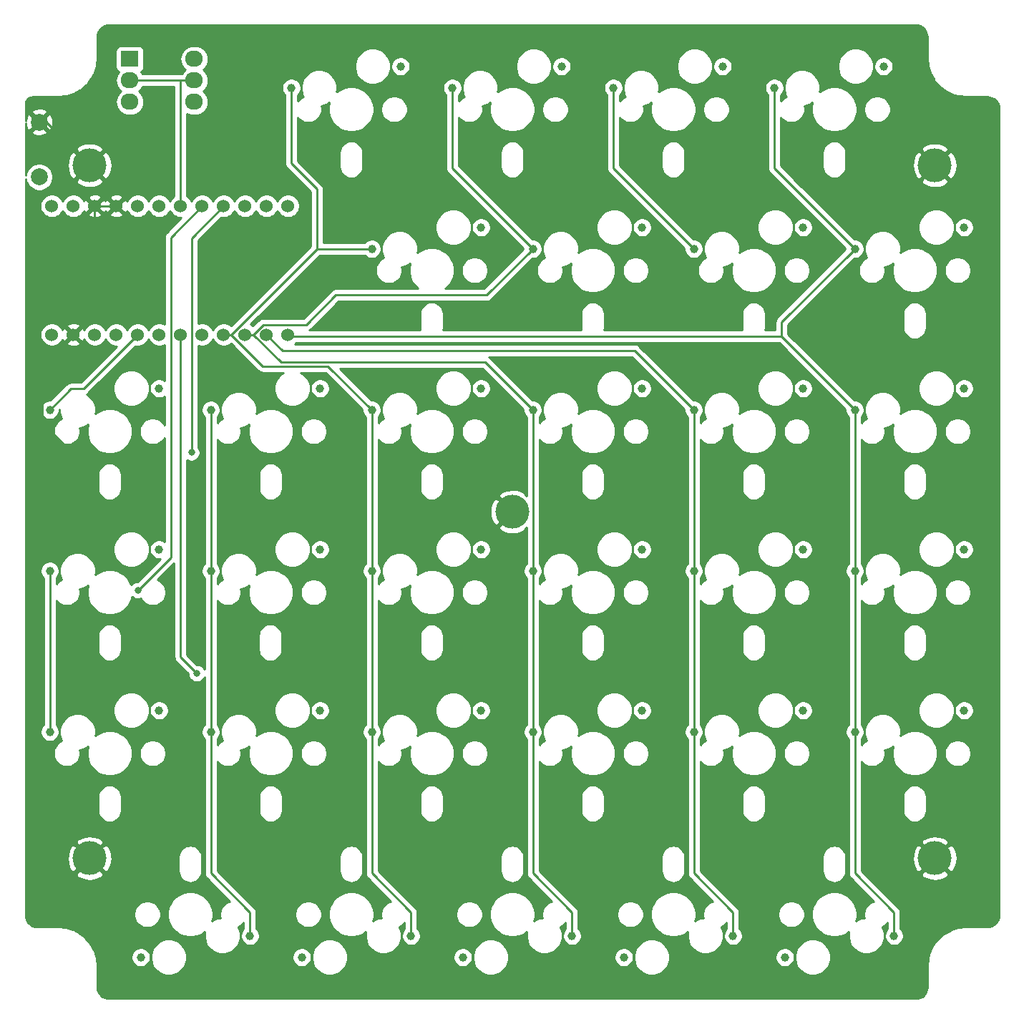
<source format=gbr>
%TF.GenerationSoftware,KiCad,Pcbnew,(5.1.9)-1*%
%TF.CreationDate,2021-05-29T17:03:01+09:00*%
%TF.ProjectId,yuiop31rs-r2,7975696f-7033-4317-9273-2d72322e6b69,1*%
%TF.SameCoordinates,Original*%
%TF.FileFunction,Copper,L1,Top*%
%TF.FilePolarity,Positive*%
%FSLAX46Y46*%
G04 Gerber Fmt 4.6, Leading zero omitted, Abs format (unit mm)*
G04 Created by KiCad (PCBNEW (5.1.9)-1) date 2021-05-29 17:03:01*
%MOMM*%
%LPD*%
G01*
G04 APERTURE LIST*
%TA.AperFunction,ComponentPad*%
%ADD10C,1.000000*%
%TD*%
%TA.AperFunction,ComponentPad*%
%ADD11C,4.000000*%
%TD*%
%TA.AperFunction,ComponentPad*%
%ADD12C,1.524000*%
%TD*%
%TA.AperFunction,ComponentPad*%
%ADD13O,2.100000X1.900000*%
%TD*%
%TA.AperFunction,ComponentPad*%
%ADD14R,2.100000X1.900000*%
%TD*%
%TA.AperFunction,ComponentPad*%
%ADD15C,2.000000*%
%TD*%
%TA.AperFunction,ViaPad*%
%ADD16C,0.800000*%
%TD*%
%TA.AperFunction,Conductor*%
%ADD17C,0.250000*%
%TD*%
%TA.AperFunction,Conductor*%
%ADD18C,0.254000*%
%TD*%
%TA.AperFunction,Conductor*%
%ADD19C,0.150000*%
%TD*%
G04 APERTURE END LIST*
D10*
%TO.P,SW31,2*%
%TO.N,Net-(D31-Pad2)*%
X182258000Y-152705000D03*
%TO.P,SW31,1*%
%TO.N,/COL_6*%
X195185000Y-150165000D03*
%TD*%
%TO.P,SW30,2*%
%TO.N,Net-(D30-Pad2)*%
X163208000Y-152705000D03*
%TO.P,SW30,1*%
%TO.N,/COL_5*%
X176135000Y-150165000D03*
%TD*%
%TO.P,SW29,2*%
%TO.N,Net-(D29-Pad2)*%
X144158000Y-152705000D03*
%TO.P,SW29,1*%
%TO.N,/COL_4*%
X157085000Y-150165000D03*
%TD*%
%TO.P,SW28,2*%
%TO.N,Net-(D28-Pad2)*%
X125108000Y-152705000D03*
%TO.P,SW28,1*%
%TO.N,/COL_3*%
X138035000Y-150165000D03*
%TD*%
%TO.P,SW27,2*%
%TO.N,Net-(D27-Pad2)*%
X106058000Y-152705000D03*
%TO.P,SW27,1*%
%TO.N,/COL_2*%
X118985000Y-150165000D03*
%TD*%
%TO.P,SW26,2*%
%TO.N,Net-(D26-Pad2)*%
X203467000Y-123495000D03*
%TO.P,SW26,1*%
%TO.N,/COL_6*%
X190540000Y-126035000D03*
%TD*%
%TO.P,SW25,2*%
%TO.N,Net-(D25-Pad2)*%
X184417000Y-123495000D03*
%TO.P,SW25,1*%
%TO.N,/COL_5*%
X171490000Y-126035000D03*
%TD*%
%TO.P,SW24,2*%
%TO.N,Net-(D24-Pad2)*%
X165367000Y-123495000D03*
%TO.P,SW24,1*%
%TO.N,/COL_4*%
X152440000Y-126035000D03*
%TD*%
%TO.P,SW23,2*%
%TO.N,Net-(D23-Pad2)*%
X146317000Y-123495000D03*
%TO.P,SW23,1*%
%TO.N,/COL_3*%
X133390000Y-126035000D03*
%TD*%
%TO.P,SW22,2*%
%TO.N,Net-(D22-Pad2)*%
X127267000Y-123495000D03*
%TO.P,SW22,1*%
%TO.N,/COL_2*%
X114340000Y-126035000D03*
%TD*%
%TO.P,SW21,2*%
%TO.N,Net-(D21-Pad2)*%
X108217000Y-123495000D03*
%TO.P,SW21,1*%
%TO.N,/COL_1*%
X95290000Y-126035000D03*
%TD*%
%TO.P,SW20,2*%
%TO.N,Net-(D20-Pad2)*%
X203467000Y-104445000D03*
%TO.P,SW20,1*%
%TO.N,/COL_6*%
X190540000Y-106985000D03*
%TD*%
%TO.P,SW19,2*%
%TO.N,Net-(D19-Pad2)*%
X184417000Y-104445000D03*
%TO.P,SW19,1*%
%TO.N,/COL_5*%
X171490000Y-106985000D03*
%TD*%
%TO.P,SW18,2*%
%TO.N,Net-(D18-Pad2)*%
X165367000Y-104445000D03*
%TO.P,SW18,1*%
%TO.N,/COL_4*%
X152440000Y-106985000D03*
%TD*%
%TO.P,SW17,2*%
%TO.N,Net-(D17-Pad2)*%
X146317000Y-104445000D03*
%TO.P,SW17,1*%
%TO.N,/COL_3*%
X133390000Y-106985000D03*
%TD*%
%TO.P,SW16,2*%
%TO.N,Net-(D16-Pad2)*%
X127267000Y-104445000D03*
%TO.P,SW16,1*%
%TO.N,/COL_2*%
X114340000Y-106985000D03*
%TD*%
%TO.P,SW15,2*%
%TO.N,Net-(D15-Pad2)*%
X108217000Y-104445000D03*
%TO.P,SW15,1*%
%TO.N,/COL_1*%
X95290000Y-106985000D03*
%TD*%
%TO.P,SW14,2*%
%TO.N,Net-(D14-Pad2)*%
X203467000Y-85395000D03*
%TO.P,SW14,1*%
%TO.N,/COL_6*%
X190540000Y-87935000D03*
%TD*%
%TO.P,SW13,2*%
%TO.N,Net-(D13-Pad2)*%
X184417000Y-85395000D03*
%TO.P,SW13,1*%
%TO.N,/COL_5*%
X171490000Y-87935000D03*
%TD*%
%TO.P,SW12,2*%
%TO.N,Net-(D12-Pad2)*%
X165367000Y-85395000D03*
%TO.P,SW12,1*%
%TO.N,/COL_4*%
X152440000Y-87935000D03*
%TD*%
%TO.P,SW11,2*%
%TO.N,Net-(D11-Pad2)*%
X146317000Y-85395000D03*
%TO.P,SW11,1*%
%TO.N,/COL_3*%
X133390000Y-87935000D03*
%TD*%
%TO.P,SW10,2*%
%TO.N,Net-(D10-Pad2)*%
X127267000Y-85395000D03*
%TO.P,SW10,1*%
%TO.N,/COL_2*%
X114340000Y-87935000D03*
%TD*%
%TO.P,SW9,2*%
%TO.N,Net-(D9-Pad2)*%
X108217000Y-85395000D03*
%TO.P,SW9,1*%
%TO.N,/COL_1*%
X95290000Y-87935000D03*
%TD*%
%TO.P,SW8,2*%
%TO.N,Net-(D8-Pad2)*%
X203467000Y-66344900D03*
%TO.P,SW8,1*%
%TO.N,/COL_6*%
X190540000Y-68884900D03*
%TD*%
%TO.P,SW7,2*%
%TO.N,Net-(D7-Pad2)*%
X184417000Y-66344900D03*
%TO.P,SW7,1*%
%TO.N,/COL_5*%
X171490000Y-68884900D03*
%TD*%
%TO.P,SW6,2*%
%TO.N,Net-(D6-Pad2)*%
X165367000Y-66344900D03*
%TO.P,SW6,1*%
%TO.N,/COL_4*%
X152440000Y-68884900D03*
%TD*%
%TO.P,SW5,2*%
%TO.N,Net-(D5-Pad2)*%
X146317000Y-66344900D03*
%TO.P,SW5,1*%
%TO.N,/COL_3*%
X133390000Y-68884900D03*
%TD*%
%TO.P,SW4,2*%
%TO.N,Net-(D4-Pad2)*%
X193942000Y-47294800D03*
%TO.P,SW4,1*%
%TO.N,/COL_6*%
X181015000Y-49834800D03*
%TD*%
%TO.P,SW3,2*%
%TO.N,Net-(D3-Pad2)*%
X174892000Y-47294800D03*
%TO.P,SW3,1*%
%TO.N,/COL_5*%
X161965000Y-49834800D03*
%TD*%
%TO.P,SW2,2*%
%TO.N,Net-(D2-Pad2)*%
X155842000Y-47294800D03*
%TO.P,SW2,1*%
%TO.N,/COL_4*%
X142915000Y-49834800D03*
%TD*%
%TO.P,SW1,2*%
%TO.N,Net-(D1-Pad2)*%
X136792000Y-47294800D03*
%TO.P,SW1,1*%
%TO.N,/COL_3*%
X123865000Y-49834800D03*
%TD*%
D11*
%TO.P,HOLE5,*%
%TO.N,GND*%
X150000000Y-100000000D03*
%TD*%
%TO.P,HOLE4,*%
%TO.N,GND*%
X200000000Y-141000000D03*
%TD*%
%TO.P,HOLE3,*%
%TO.N,GND*%
X100000000Y-141000000D03*
%TD*%
%TO.P,HOLE2,*%
%TO.N,GND*%
X200000000Y-59000000D03*
%TD*%
%TO.P,HOLE1,*%
%TO.N,GND*%
X100000000Y-59000000D03*
%TD*%
D12*
%TO.P,U1,24*%
%TO.N,Net-(U1-Pad24)*%
X95522000Y-79033500D03*
%TO.P,U1,23*%
%TO.N,GND*%
X98062000Y-79033500D03*
%TO.P,U1,22*%
%TO.N,Net-(RESET_SW1-Pad1)*%
X100602000Y-79033500D03*
%TO.P,U1,21*%
%TO.N,VCC*%
X103142000Y-79033500D03*
%TO.P,U1,20*%
%TO.N,/COL_1*%
X105682000Y-79033500D03*
%TO.P,U1,19*%
%TO.N,/ROW_6*%
X108222000Y-79033500D03*
%TO.P,U1,18*%
%TO.N,/ROW_5*%
X110762000Y-79033500D03*
%TO.P,U1,17*%
%TO.N,/COL_2*%
X113302000Y-79033500D03*
%TO.P,U1,16*%
%TO.N,/COL_3*%
X115842000Y-79033500D03*
%TO.P,U1,15*%
%TO.N,/COL_4*%
X118382000Y-79033500D03*
%TO.P,U1,14*%
%TO.N,/COL_5*%
X120922000Y-79033500D03*
%TO.P,U1,13*%
%TO.N,/COL_6*%
X123462000Y-79033500D03*
%TO.P,U1,12*%
%TO.N,/LED_DATA*%
X123462000Y-63813500D03*
%TO.P,U1,11*%
%TO.N,/ROW_1*%
X120922000Y-63813500D03*
%TO.P,U1,10*%
%TO.N,/ROW_2*%
X118382000Y-63813500D03*
%TO.P,U1,9*%
%TO.N,/ROW_3*%
X115842000Y-63813500D03*
%TO.P,U1,8*%
%TO.N,/ROW_4*%
X113302000Y-63813500D03*
%TO.P,U1,7*%
%TO.N,/RS*%
X110762000Y-63813500D03*
%TO.P,U1,6*%
%TO.N,Net-(U1-Pad6)*%
X108222000Y-63813500D03*
%TO.P,U1,5*%
%TO.N,Net-(U1-Pad5)*%
X105682000Y-63813500D03*
%TO.P,U1,4*%
%TO.N,GND*%
X103142000Y-63813500D03*
%TO.P,U1,3*%
X100602000Y-63813500D03*
%TO.P,U1,2*%
%TO.N,Net-(U1-Pad2)*%
X98062000Y-63813500D03*
%TO.P,U1,1*%
%TO.N,Net-(U1-Pad1)*%
X95522000Y-63813500D03*
%TD*%
D13*
%TO.P,ROT_SW1,2*%
%TO.N,Net-(D35-Pad2)*%
X112376000Y-51501700D03*
%TO.P,ROT_SW1,4*%
%TO.N,Net-(D33-Pad2)*%
X104756000Y-51501700D03*
%TO.P,ROT_SW1,C*%
%TO.N,/RS*%
X112376000Y-48961700D03*
X104756000Y-48961700D03*
%TO.P,ROT_SW1,8*%
%TO.N,Net-(D34-Pad2)*%
X112376000Y-46421700D03*
D14*
%TO.P,ROT_SW1,1*%
%TO.N,Net-(D32-Pad2)*%
X104756000Y-46421700D03*
%TD*%
D15*
%TO.P,RESET_SW1,1*%
%TO.N,Net-(RESET_SW1-Pad1)*%
X94040400Y-60387300D03*
%TO.P,RESET_SW1,2*%
%TO.N,GND*%
X94040400Y-53887300D03*
%TD*%
D16*
%TO.N,/ROW_3*%
X112048000Y-92985800D03*
%TO.N,/ROW_4*%
X105702300Y-109278000D03*
%TO.N,/ROW_5*%
X112657500Y-119097100D03*
%TO.N,GND*%
X104527400Y-95266900D03*
%TD*%
D17*
%TO.N,/ROW_3*%
X115842000Y-63813500D02*
X112048100Y-67607400D01*
X112048100Y-67607400D02*
X112048100Y-92985800D01*
X112048100Y-92985800D02*
X112048000Y-92985800D01*
%TO.N,/ROW_4*%
X113302000Y-63813500D02*
X109600700Y-67514800D01*
X109600700Y-67514800D02*
X109600700Y-105379600D01*
X109600700Y-105379600D02*
X105702300Y-109278000D01*
%TO.N,/ROW_5*%
X110762000Y-79033500D02*
X110762000Y-117201600D01*
X110762000Y-117201600D02*
X112657500Y-119097100D01*
%TO.N,GND*%
X98062000Y-79033500D02*
X94427400Y-82668100D01*
X94427400Y-82668100D02*
X94427400Y-89446100D01*
X94427400Y-89446100D02*
X99078600Y-94097300D01*
X99078600Y-94097300D02*
X103357800Y-94097300D01*
X103357800Y-94097300D02*
X104527400Y-95266900D01*
X100602000Y-63813500D02*
X100602000Y-76493500D01*
X100602000Y-76493500D02*
X98062000Y-79033500D01*
X100602000Y-63813500D02*
X103142000Y-63813500D01*
X94040400Y-53887300D02*
X94887300Y-53887300D01*
X94887300Y-53887300D02*
X100000000Y-59000000D01*
%TO.N,/COL_2*%
X114340000Y-87935000D02*
X114340000Y-106985000D01*
X114340000Y-126035000D02*
X114340000Y-142778800D01*
X114340000Y-142778800D02*
X118985000Y-147423800D01*
X118985000Y-147423800D02*
X118985000Y-150165000D01*
X114340000Y-106985000D02*
X114340000Y-126035000D01*
%TO.N,/COL_3*%
X116752000Y-79033500D02*
X120475400Y-82756900D01*
X120475400Y-82756900D02*
X128211900Y-82756900D01*
X128211900Y-82756900D02*
X133390000Y-87935000D01*
X133390000Y-87935000D02*
X133390000Y-106985000D01*
X133390000Y-106985000D02*
X133390000Y-126035000D01*
X126900600Y-68884900D02*
X133390000Y-68884900D01*
X116752000Y-79033500D02*
X126900600Y-68884900D01*
X123865000Y-49834800D02*
X123865000Y-58776800D01*
X123865000Y-58776800D02*
X126900600Y-61812400D01*
X126900600Y-61812400D02*
X126900600Y-68884900D01*
X115842000Y-79033500D02*
X116752000Y-79033500D01*
X133390000Y-126035000D02*
X133390000Y-142778800D01*
X133390000Y-142778800D02*
X138035000Y-147423800D01*
X138035000Y-147423800D02*
X138035000Y-150165000D01*
%TO.N,/RS*%
X110762000Y-48961700D02*
X112376000Y-48961700D01*
X104756000Y-48961700D02*
X110762000Y-48961700D01*
X110762000Y-48961700D02*
X110762000Y-63813500D01*
%TO.N,/COL_4*%
X152440000Y-106985000D02*
X152440000Y-126035000D01*
X152440000Y-87935000D02*
X152440000Y-106985000D01*
X143256000Y-59700800D02*
X152440000Y-68884900D01*
X142915000Y-49834800D02*
X142915000Y-59359900D01*
X142915000Y-59359900D02*
X143256000Y-59700800D01*
X119360100Y-79033500D02*
X122633100Y-82306500D01*
X122633100Y-82306500D02*
X146811500Y-82306500D01*
X146811500Y-82306500D02*
X152440000Y-87935000D01*
X118382000Y-79033500D02*
X119360100Y-79033500D01*
X152440000Y-126035000D02*
X152440000Y-142778800D01*
X152440000Y-142778800D02*
X157085000Y-147423800D01*
X157085000Y-147423800D02*
X157085000Y-150165000D01*
X146978900Y-74346000D02*
X152440000Y-68884900D01*
X129138600Y-74346000D02*
X146978900Y-74346000D01*
X125635000Y-77849600D02*
X129138600Y-74346000D01*
X120544000Y-77849600D02*
X125635000Y-77849600D01*
X119360100Y-79033500D02*
X120544000Y-77849600D01*
%TO.N,/COL_1*%
X105682000Y-79033500D02*
X99261800Y-85453700D01*
X99261800Y-85453700D02*
X97771300Y-85453700D01*
X97771300Y-85453700D02*
X95290000Y-87935000D01*
X95290000Y-106985000D02*
X95290000Y-126035000D01*
%TO.N,/COL_5*%
X120922000Y-79033500D02*
X122800300Y-80911800D01*
X122800300Y-80911800D02*
X164466800Y-80911800D01*
X164466800Y-80911800D02*
X171490000Y-87935000D01*
X171490000Y-87935000D02*
X171490000Y-106985000D01*
X171490000Y-106985000D02*
X171490000Y-126035000D01*
X161965000Y-49834800D02*
X161965000Y-59359900D01*
X161965000Y-59359900D02*
X171490000Y-68884900D01*
X171490000Y-126035000D02*
X171490000Y-142778800D01*
X171490000Y-142778800D02*
X176135000Y-147423800D01*
X176135000Y-147423800D02*
X176135000Y-150165000D01*
%TO.N,/COL_6*%
X190540000Y-68884900D02*
X181015000Y-59359900D01*
X181015000Y-59359900D02*
X181015000Y-49834800D01*
X190540000Y-68884900D02*
X181883300Y-77541600D01*
X181883300Y-77541600D02*
X181883300Y-79278300D01*
X181883300Y-79278300D02*
X190540000Y-87935000D01*
X123462000Y-79033500D02*
X123706800Y-79278300D01*
X123706800Y-79278300D02*
X181883300Y-79278300D01*
X190540000Y-126035000D02*
X190540000Y-142778800D01*
X190540000Y-142778800D02*
X195185000Y-147423800D01*
X195185000Y-147423800D02*
X195185000Y-150165000D01*
X190540000Y-106985000D02*
X190540000Y-126035000D01*
X190540000Y-87935000D02*
X190540000Y-106985000D01*
%TD*%
D18*
%TO.N,GND*%
X198009659Y-42438625D02*
X198259429Y-42514035D01*
X198489792Y-42636522D01*
X198691980Y-42801422D01*
X198858286Y-43002450D01*
X198982378Y-43231954D01*
X199059531Y-43481195D01*
X199090001Y-43771098D01*
X199090000Y-46282418D01*
X199092988Y-46312752D01*
X199092813Y-46337743D01*
X199093713Y-46346914D01*
X199175315Y-47123302D01*
X199187338Y-47181871D01*
X199198551Y-47240657D01*
X199201215Y-47249479D01*
X199432063Y-47995229D01*
X199455238Y-48050359D01*
X199477652Y-48105838D01*
X199481979Y-48113974D01*
X199853282Y-48800684D01*
X199886727Y-48850268D01*
X199919487Y-48900331D01*
X199925311Y-48907472D01*
X200422924Y-49508983D01*
X200465376Y-49551140D01*
X200507223Y-49593873D01*
X200514318Y-49599741D01*
X200514324Y-49599747D01*
X200514331Y-49599751D01*
X201119294Y-50093148D01*
X201169087Y-50126230D01*
X201218476Y-50160048D01*
X201226583Y-50164430D01*
X201915867Y-50530930D01*
X201971182Y-50553729D01*
X202026154Y-50577290D01*
X202034957Y-50580015D01*
X202782302Y-50805652D01*
X202841011Y-50817277D01*
X202899494Y-50829708D01*
X202908657Y-50830671D01*
X202908659Y-50830671D01*
X203685596Y-50906850D01*
X203685598Y-50906850D01*
X203717581Y-50910000D01*
X206217721Y-50910000D01*
X206509659Y-50938625D01*
X206759429Y-51014035D01*
X206989792Y-51136522D01*
X207191980Y-51301422D01*
X207358286Y-51502450D01*
X207482378Y-51731954D01*
X207559531Y-51981195D01*
X207590000Y-52271088D01*
X207590001Y-147717711D01*
X207561375Y-148009660D01*
X207485965Y-148259429D01*
X207363477Y-148489794D01*
X207198579Y-148691979D01*
X206997546Y-148858288D01*
X206768046Y-148982378D01*
X206518805Y-149059531D01*
X206228911Y-149090000D01*
X203717581Y-149090000D01*
X203687247Y-149092988D01*
X203662257Y-149092813D01*
X203653086Y-149093713D01*
X202876699Y-149175315D01*
X202818106Y-149187342D01*
X202759342Y-149198552D01*
X202750520Y-149201215D01*
X202004771Y-149432063D01*
X201949608Y-149455251D01*
X201894162Y-149477653D01*
X201886026Y-149481979D01*
X201199316Y-149853282D01*
X201149741Y-149886721D01*
X201099670Y-149919486D01*
X201092529Y-149925311D01*
X200491017Y-150422924D01*
X200448863Y-150465374D01*
X200406127Y-150507224D01*
X200400253Y-150514324D01*
X199906852Y-151119295D01*
X199873764Y-151169096D01*
X199839953Y-151218476D01*
X199835570Y-151226582D01*
X199469071Y-151915867D01*
X199446280Y-151971161D01*
X199422710Y-152026154D01*
X199419985Y-152034957D01*
X199194348Y-152782302D01*
X199182725Y-152841005D01*
X199170292Y-152899494D01*
X199169329Y-152908658D01*
X199093150Y-153685596D01*
X199090000Y-153717582D01*
X199090001Y-156217711D01*
X199061375Y-156509660D01*
X198985965Y-156759429D01*
X198863477Y-156989794D01*
X198698579Y-157191979D01*
X198497546Y-157358288D01*
X198268046Y-157482378D01*
X198018805Y-157559531D01*
X197728911Y-157590000D01*
X102282279Y-157590000D01*
X101990340Y-157561375D01*
X101740571Y-157485965D01*
X101510206Y-157363477D01*
X101308021Y-157198579D01*
X101141712Y-156997546D01*
X101017622Y-156768046D01*
X100940469Y-156518805D01*
X100910000Y-156228911D01*
X100910000Y-153717581D01*
X100907012Y-153687247D01*
X100907187Y-153662257D01*
X100906287Y-153653086D01*
X100824685Y-152876699D01*
X100812658Y-152818106D01*
X100801448Y-152759342D01*
X100798785Y-152750520D01*
X100750091Y-152593212D01*
X104923000Y-152593212D01*
X104923000Y-152816788D01*
X104966617Y-153036067D01*
X105052176Y-153242624D01*
X105176388Y-153428520D01*
X105334480Y-153586612D01*
X105520376Y-153710824D01*
X105726933Y-153796383D01*
X105946212Y-153840000D01*
X106169788Y-153840000D01*
X106389067Y-153796383D01*
X106595624Y-153710824D01*
X106781520Y-153586612D01*
X106939612Y-153428520D01*
X107063824Y-153242624D01*
X107149383Y-153036067D01*
X107193000Y-152816788D01*
X107193000Y-152593212D01*
X107173410Y-152494721D01*
X107225000Y-152494721D01*
X107225000Y-152915279D01*
X107307047Y-153327756D01*
X107467988Y-153716302D01*
X107701637Y-154065983D01*
X107999017Y-154363363D01*
X108348698Y-154597012D01*
X108737244Y-154757953D01*
X109149721Y-154840000D01*
X109570279Y-154840000D01*
X109982756Y-154757953D01*
X110371302Y-154597012D01*
X110720983Y-154363363D01*
X111018363Y-154065983D01*
X111252012Y-153716302D01*
X111412953Y-153327756D01*
X111495000Y-152915279D01*
X111495000Y-152593212D01*
X123973000Y-152593212D01*
X123973000Y-152816788D01*
X124016617Y-153036067D01*
X124102176Y-153242624D01*
X124226388Y-153428520D01*
X124384480Y-153586612D01*
X124570376Y-153710824D01*
X124776933Y-153796383D01*
X124996212Y-153840000D01*
X125219788Y-153840000D01*
X125439067Y-153796383D01*
X125645624Y-153710824D01*
X125831520Y-153586612D01*
X125989612Y-153428520D01*
X126113824Y-153242624D01*
X126199383Y-153036067D01*
X126243000Y-152816788D01*
X126243000Y-152593212D01*
X126223410Y-152494721D01*
X126275000Y-152494721D01*
X126275000Y-152915279D01*
X126357047Y-153327756D01*
X126517988Y-153716302D01*
X126751637Y-154065983D01*
X127049017Y-154363363D01*
X127398698Y-154597012D01*
X127787244Y-154757953D01*
X128199721Y-154840000D01*
X128620279Y-154840000D01*
X129032756Y-154757953D01*
X129421302Y-154597012D01*
X129770983Y-154363363D01*
X130068363Y-154065983D01*
X130302012Y-153716302D01*
X130462953Y-153327756D01*
X130545000Y-152915279D01*
X130545000Y-152593212D01*
X143023000Y-152593212D01*
X143023000Y-152816788D01*
X143066617Y-153036067D01*
X143152176Y-153242624D01*
X143276388Y-153428520D01*
X143434480Y-153586612D01*
X143620376Y-153710824D01*
X143826933Y-153796383D01*
X144046212Y-153840000D01*
X144269788Y-153840000D01*
X144489067Y-153796383D01*
X144695624Y-153710824D01*
X144881520Y-153586612D01*
X145039612Y-153428520D01*
X145163824Y-153242624D01*
X145249383Y-153036067D01*
X145293000Y-152816788D01*
X145293000Y-152593212D01*
X145273410Y-152494721D01*
X145325000Y-152494721D01*
X145325000Y-152915279D01*
X145407047Y-153327756D01*
X145567988Y-153716302D01*
X145801637Y-154065983D01*
X146099017Y-154363363D01*
X146448698Y-154597012D01*
X146837244Y-154757953D01*
X147249721Y-154840000D01*
X147670279Y-154840000D01*
X148082756Y-154757953D01*
X148471302Y-154597012D01*
X148820983Y-154363363D01*
X149118363Y-154065983D01*
X149352012Y-153716302D01*
X149512953Y-153327756D01*
X149595000Y-152915279D01*
X149595000Y-152593212D01*
X162073000Y-152593212D01*
X162073000Y-152816788D01*
X162116617Y-153036067D01*
X162202176Y-153242624D01*
X162326388Y-153428520D01*
X162484480Y-153586612D01*
X162670376Y-153710824D01*
X162876933Y-153796383D01*
X163096212Y-153840000D01*
X163319788Y-153840000D01*
X163539067Y-153796383D01*
X163745624Y-153710824D01*
X163931520Y-153586612D01*
X164089612Y-153428520D01*
X164213824Y-153242624D01*
X164299383Y-153036067D01*
X164343000Y-152816788D01*
X164343000Y-152593212D01*
X164323410Y-152494721D01*
X164375000Y-152494721D01*
X164375000Y-152915279D01*
X164457047Y-153327756D01*
X164617988Y-153716302D01*
X164851637Y-154065983D01*
X165149017Y-154363363D01*
X165498698Y-154597012D01*
X165887244Y-154757953D01*
X166299721Y-154840000D01*
X166720279Y-154840000D01*
X167132756Y-154757953D01*
X167521302Y-154597012D01*
X167870983Y-154363363D01*
X168168363Y-154065983D01*
X168402012Y-153716302D01*
X168562953Y-153327756D01*
X168645000Y-152915279D01*
X168645000Y-152593212D01*
X181123000Y-152593212D01*
X181123000Y-152816788D01*
X181166617Y-153036067D01*
X181252176Y-153242624D01*
X181376388Y-153428520D01*
X181534480Y-153586612D01*
X181720376Y-153710824D01*
X181926933Y-153796383D01*
X182146212Y-153840000D01*
X182369788Y-153840000D01*
X182589067Y-153796383D01*
X182795624Y-153710824D01*
X182981520Y-153586612D01*
X183139612Y-153428520D01*
X183263824Y-153242624D01*
X183349383Y-153036067D01*
X183393000Y-152816788D01*
X183393000Y-152593212D01*
X183373410Y-152494721D01*
X183425000Y-152494721D01*
X183425000Y-152915279D01*
X183507047Y-153327756D01*
X183667988Y-153716302D01*
X183901637Y-154065983D01*
X184199017Y-154363363D01*
X184548698Y-154597012D01*
X184937244Y-154757953D01*
X185349721Y-154840000D01*
X185770279Y-154840000D01*
X186182756Y-154757953D01*
X186571302Y-154597012D01*
X186920983Y-154363363D01*
X187218363Y-154065983D01*
X187452012Y-153716302D01*
X187612953Y-153327756D01*
X187695000Y-152915279D01*
X187695000Y-152494721D01*
X187612953Y-152082244D01*
X187452012Y-151693698D01*
X187218363Y-151344017D01*
X186920983Y-151046637D01*
X186571302Y-150812988D01*
X186182756Y-150652047D01*
X185770279Y-150570000D01*
X185349721Y-150570000D01*
X184937244Y-150652047D01*
X184548698Y-150812988D01*
X184199017Y-151046637D01*
X183901637Y-151344017D01*
X183667988Y-151693698D01*
X183507047Y-152082244D01*
X183425000Y-152494721D01*
X183373410Y-152494721D01*
X183349383Y-152373933D01*
X183263824Y-152167376D01*
X183139612Y-151981480D01*
X182981520Y-151823388D01*
X182795624Y-151699176D01*
X182589067Y-151613617D01*
X182369788Y-151570000D01*
X182146212Y-151570000D01*
X181926933Y-151613617D01*
X181720376Y-151699176D01*
X181534480Y-151823388D01*
X181376388Y-151981480D01*
X181252176Y-152167376D01*
X181166617Y-152373933D01*
X181123000Y-152593212D01*
X168645000Y-152593212D01*
X168645000Y-152494721D01*
X168562953Y-152082244D01*
X168402012Y-151693698D01*
X168168363Y-151344017D01*
X167870983Y-151046637D01*
X167521302Y-150812988D01*
X167132756Y-150652047D01*
X166720279Y-150570000D01*
X166299721Y-150570000D01*
X165887244Y-150652047D01*
X165498698Y-150812988D01*
X165149017Y-151046637D01*
X164851637Y-151344017D01*
X164617988Y-151693698D01*
X164457047Y-152082244D01*
X164375000Y-152494721D01*
X164323410Y-152494721D01*
X164299383Y-152373933D01*
X164213824Y-152167376D01*
X164089612Y-151981480D01*
X163931520Y-151823388D01*
X163745624Y-151699176D01*
X163539067Y-151613617D01*
X163319788Y-151570000D01*
X163096212Y-151570000D01*
X162876933Y-151613617D01*
X162670376Y-151699176D01*
X162484480Y-151823388D01*
X162326388Y-151981480D01*
X162202176Y-152167376D01*
X162116617Y-152373933D01*
X162073000Y-152593212D01*
X149595000Y-152593212D01*
X149595000Y-152494721D01*
X149512953Y-152082244D01*
X149352012Y-151693698D01*
X149118363Y-151344017D01*
X148820983Y-151046637D01*
X148471302Y-150812988D01*
X148082756Y-150652047D01*
X147670279Y-150570000D01*
X147249721Y-150570000D01*
X146837244Y-150652047D01*
X146448698Y-150812988D01*
X146099017Y-151046637D01*
X145801637Y-151344017D01*
X145567988Y-151693698D01*
X145407047Y-152082244D01*
X145325000Y-152494721D01*
X145273410Y-152494721D01*
X145249383Y-152373933D01*
X145163824Y-152167376D01*
X145039612Y-151981480D01*
X144881520Y-151823388D01*
X144695624Y-151699176D01*
X144489067Y-151613617D01*
X144269788Y-151570000D01*
X144046212Y-151570000D01*
X143826933Y-151613617D01*
X143620376Y-151699176D01*
X143434480Y-151823388D01*
X143276388Y-151981480D01*
X143152176Y-152167376D01*
X143066617Y-152373933D01*
X143023000Y-152593212D01*
X130545000Y-152593212D01*
X130545000Y-152494721D01*
X130462953Y-152082244D01*
X130302012Y-151693698D01*
X130068363Y-151344017D01*
X129770983Y-151046637D01*
X129421302Y-150812988D01*
X129032756Y-150652047D01*
X128620279Y-150570000D01*
X128199721Y-150570000D01*
X127787244Y-150652047D01*
X127398698Y-150812988D01*
X127049017Y-151046637D01*
X126751637Y-151344017D01*
X126517988Y-151693698D01*
X126357047Y-152082244D01*
X126275000Y-152494721D01*
X126223410Y-152494721D01*
X126199383Y-152373933D01*
X126113824Y-152167376D01*
X125989612Y-151981480D01*
X125831520Y-151823388D01*
X125645624Y-151699176D01*
X125439067Y-151613617D01*
X125219788Y-151570000D01*
X124996212Y-151570000D01*
X124776933Y-151613617D01*
X124570376Y-151699176D01*
X124384480Y-151823388D01*
X124226388Y-151981480D01*
X124102176Y-152167376D01*
X124016617Y-152373933D01*
X123973000Y-152593212D01*
X111495000Y-152593212D01*
X111495000Y-152494721D01*
X111412953Y-152082244D01*
X111252012Y-151693698D01*
X111018363Y-151344017D01*
X110720983Y-151046637D01*
X110371302Y-150812988D01*
X109982756Y-150652047D01*
X109570279Y-150570000D01*
X109149721Y-150570000D01*
X108737244Y-150652047D01*
X108348698Y-150812988D01*
X107999017Y-151046637D01*
X107701637Y-151344017D01*
X107467988Y-151693698D01*
X107307047Y-152082244D01*
X107225000Y-152494721D01*
X107173410Y-152494721D01*
X107149383Y-152373933D01*
X107063824Y-152167376D01*
X106939612Y-151981480D01*
X106781520Y-151823388D01*
X106595624Y-151699176D01*
X106389067Y-151613617D01*
X106169788Y-151570000D01*
X105946212Y-151570000D01*
X105726933Y-151613617D01*
X105520376Y-151699176D01*
X105334480Y-151823388D01*
X105176388Y-151981480D01*
X105052176Y-152167376D01*
X104966617Y-152373933D01*
X104923000Y-152593212D01*
X100750091Y-152593212D01*
X100567937Y-152004771D01*
X100544749Y-151949608D01*
X100522347Y-151894162D01*
X100518021Y-151886026D01*
X100146718Y-151199316D01*
X100113279Y-151149741D01*
X100080514Y-151099670D01*
X100074689Y-151092529D01*
X99577076Y-150491017D01*
X99534621Y-150448858D01*
X99492776Y-150406127D01*
X99485676Y-150400253D01*
X98880705Y-149906852D01*
X98830904Y-149873764D01*
X98781524Y-149839953D01*
X98773418Y-149835570D01*
X98084133Y-149469071D01*
X98028839Y-149446280D01*
X97973846Y-149422710D01*
X97965043Y-149419985D01*
X97217698Y-149194348D01*
X97158995Y-149182725D01*
X97100506Y-149170292D01*
X97091342Y-149169329D01*
X96314404Y-149093150D01*
X96314402Y-149093150D01*
X96282419Y-149090000D01*
X93782279Y-149090000D01*
X93490340Y-149061375D01*
X93240571Y-148985965D01*
X93010206Y-148863477D01*
X92808021Y-148698579D01*
X92641712Y-148497546D01*
X92517622Y-148268046D01*
X92440469Y-148018805D01*
X92410000Y-147728911D01*
X92410000Y-147468891D01*
X105235000Y-147468891D01*
X105235000Y-147781109D01*
X105295911Y-148087327D01*
X105415391Y-148375779D01*
X105588850Y-148635379D01*
X105809621Y-148856150D01*
X106069221Y-149029609D01*
X106357673Y-149149089D01*
X106663891Y-149210000D01*
X106976109Y-149210000D01*
X107282327Y-149149089D01*
X107570779Y-149029609D01*
X107830379Y-148856150D01*
X108051150Y-148635379D01*
X108224609Y-148375779D01*
X108344089Y-148087327D01*
X108405000Y-147781109D01*
X108405000Y-147468891D01*
X108344089Y-147162673D01*
X108224609Y-146874221D01*
X108051150Y-146614621D01*
X107830379Y-146393850D01*
X107570779Y-146220391D01*
X107282327Y-146100911D01*
X106976109Y-146040000D01*
X106663891Y-146040000D01*
X106357673Y-146100911D01*
X106069221Y-146220391D01*
X105809621Y-146393850D01*
X105588850Y-146614621D01*
X105415391Y-146874221D01*
X105295911Y-147162673D01*
X105235000Y-147468891D01*
X92410000Y-147468891D01*
X92410000Y-142847499D01*
X98332106Y-142847499D01*
X98548228Y-143214258D01*
X99008105Y-143454938D01*
X99506098Y-143601275D01*
X100023071Y-143647648D01*
X100539159Y-143592273D01*
X101034526Y-143437279D01*
X101451772Y-143214258D01*
X101667894Y-142847499D01*
X100000000Y-141179605D01*
X98332106Y-142847499D01*
X92410000Y-142847499D01*
X92410000Y-141023071D01*
X97352352Y-141023071D01*
X97407727Y-141539159D01*
X97562721Y-142034526D01*
X97785742Y-142451772D01*
X98152501Y-142667894D01*
X99820395Y-141000000D01*
X100179605Y-141000000D01*
X101847499Y-142667894D01*
X102214258Y-142451772D01*
X102454938Y-141991895D01*
X102601275Y-141493902D01*
X102647648Y-140976929D01*
X102626407Y-140778964D01*
X110515000Y-140778964D01*
X110515000Y-142565037D01*
X110535041Y-142768507D01*
X110614237Y-143029581D01*
X110742844Y-143270188D01*
X110915920Y-143481081D01*
X111126813Y-143654157D01*
X111367420Y-143782764D01*
X111628494Y-143861960D01*
X111900000Y-143888701D01*
X112171507Y-143861960D01*
X112432581Y-143782764D01*
X112673188Y-143654157D01*
X112884081Y-143481081D01*
X113057157Y-143270188D01*
X113185764Y-143029581D01*
X113264960Y-142768507D01*
X113285000Y-142565037D01*
X113285000Y-140778963D01*
X113264960Y-140575493D01*
X113185764Y-140314419D01*
X113057157Y-140073812D01*
X112884080Y-139862919D01*
X112673187Y-139689843D01*
X112432580Y-139561236D01*
X112171506Y-139482040D01*
X111900000Y-139455299D01*
X111628493Y-139482040D01*
X111367419Y-139561236D01*
X111126812Y-139689843D01*
X110915919Y-139862920D01*
X110742843Y-140073813D01*
X110614236Y-140314420D01*
X110535040Y-140575494D01*
X110515000Y-140778964D01*
X102626407Y-140778964D01*
X102592273Y-140460841D01*
X102437279Y-139965474D01*
X102214258Y-139548228D01*
X101847499Y-139332106D01*
X100179605Y-141000000D01*
X99820395Y-141000000D01*
X98152501Y-139332106D01*
X97785742Y-139548228D01*
X97545062Y-140008105D01*
X97398725Y-140506098D01*
X97352352Y-141023071D01*
X92410000Y-141023071D01*
X92410000Y-139152501D01*
X98332106Y-139152501D01*
X100000000Y-140820395D01*
X101667894Y-139152501D01*
X101451772Y-138785742D01*
X100991895Y-138545062D01*
X100493902Y-138398725D01*
X99976929Y-138352352D01*
X99460841Y-138407727D01*
X98965474Y-138562721D01*
X98548228Y-138785742D01*
X98332106Y-139152501D01*
X92410000Y-139152501D01*
X92410000Y-133634963D01*
X100990000Y-133634963D01*
X100990000Y-135421036D01*
X101010040Y-135624506D01*
X101089236Y-135885580D01*
X101217843Y-136126187D01*
X101390919Y-136337080D01*
X101601812Y-136510157D01*
X101842419Y-136638764D01*
X102103493Y-136717960D01*
X102375000Y-136744701D01*
X102646506Y-136717960D01*
X102907580Y-136638764D01*
X103148187Y-136510157D01*
X103359080Y-136337081D01*
X103532157Y-136126188D01*
X103660764Y-135885581D01*
X103739960Y-135624507D01*
X103760000Y-135421037D01*
X103760000Y-133634963D01*
X103739960Y-133431493D01*
X103660764Y-133170419D01*
X103532157Y-132929812D01*
X103359081Y-132718919D01*
X103148188Y-132545843D01*
X102907581Y-132417236D01*
X102646507Y-132338040D01*
X102375000Y-132311299D01*
X102103494Y-132338040D01*
X101842420Y-132417236D01*
X101601813Y-132545843D01*
X101390920Y-132718919D01*
X101217844Y-132929812D01*
X101089237Y-133170419D01*
X101010041Y-133431493D01*
X100990000Y-133634963D01*
X92410000Y-133634963D01*
X92410000Y-128418891D01*
X95710000Y-128418891D01*
X95710000Y-128731109D01*
X95770911Y-129037327D01*
X95890391Y-129325779D01*
X96063850Y-129585379D01*
X96284621Y-129806150D01*
X96544221Y-129979609D01*
X96832673Y-130099089D01*
X97138891Y-130160000D01*
X97451109Y-130160000D01*
X97757327Y-130099089D01*
X98045779Y-129979609D01*
X98305379Y-129806150D01*
X98526150Y-129585379D01*
X98699609Y-129325779D01*
X98819089Y-129037327D01*
X98880000Y-128731109D01*
X98880000Y-128418891D01*
X98828391Y-128159435D01*
X99187756Y-128087953D01*
X99576302Y-127927012D01*
X99798748Y-127778378D01*
X99793183Y-127791814D01*
X99690000Y-128310551D01*
X99690000Y-128839449D01*
X99793183Y-129358186D01*
X99995583Y-129846825D01*
X100289424Y-130286588D01*
X100663412Y-130660576D01*
X101103175Y-130954417D01*
X101591814Y-131156817D01*
X102110551Y-131260000D01*
X102639449Y-131260000D01*
X103158186Y-131156817D01*
X103646825Y-130954417D01*
X104086588Y-130660576D01*
X104460576Y-130286588D01*
X104754417Y-129846825D01*
X104956817Y-129358186D01*
X105060000Y-128839449D01*
X105060000Y-128418891D01*
X105870000Y-128418891D01*
X105870000Y-128731109D01*
X105930911Y-129037327D01*
X106050391Y-129325779D01*
X106223850Y-129585379D01*
X106444621Y-129806150D01*
X106704221Y-129979609D01*
X106992673Y-130099089D01*
X107298891Y-130160000D01*
X107611109Y-130160000D01*
X107917327Y-130099089D01*
X108205779Y-129979609D01*
X108465379Y-129806150D01*
X108686150Y-129585379D01*
X108859609Y-129325779D01*
X108979089Y-129037327D01*
X109040000Y-128731109D01*
X109040000Y-128418891D01*
X108979089Y-128112673D01*
X108859609Y-127824221D01*
X108686150Y-127564621D01*
X108465379Y-127343850D01*
X108205779Y-127170391D01*
X107917327Y-127050911D01*
X107611109Y-126990000D01*
X107298891Y-126990000D01*
X106992673Y-127050911D01*
X106704221Y-127170391D01*
X106444621Y-127343850D01*
X106223850Y-127564621D01*
X106050391Y-127824221D01*
X105930911Y-128112673D01*
X105870000Y-128418891D01*
X105060000Y-128418891D01*
X105060000Y-128310551D01*
X104956817Y-127791814D01*
X104754417Y-127303175D01*
X104460576Y-126863412D01*
X104086588Y-126489424D01*
X103646825Y-126195583D01*
X103158186Y-125993183D01*
X102639449Y-125890000D01*
X102110551Y-125890000D01*
X101591814Y-125993183D01*
X101103175Y-126195583D01*
X100663412Y-126489424D01*
X100648463Y-126504373D01*
X100700000Y-126245279D01*
X100700000Y-125824721D01*
X100617953Y-125412244D01*
X100457012Y-125023698D01*
X100223363Y-124674017D01*
X99925983Y-124376637D01*
X99576302Y-124142988D01*
X99187756Y-123982047D01*
X98775279Y-123900000D01*
X98354721Y-123900000D01*
X97942244Y-123982047D01*
X97553698Y-124142988D01*
X97204017Y-124376637D01*
X96906637Y-124674017D01*
X96672988Y-125023698D01*
X96512047Y-125412244D01*
X96430000Y-125824721D01*
X96430000Y-126245279D01*
X96512047Y-126657756D01*
X96672988Y-127046302D01*
X96710015Y-127101717D01*
X96544221Y-127170391D01*
X96284621Y-127343850D01*
X96063850Y-127564621D01*
X95890391Y-127824221D01*
X95770911Y-128112673D01*
X95710000Y-128418891D01*
X92410000Y-128418891D01*
X92410000Y-104234721D01*
X102780000Y-104234721D01*
X102780000Y-104655279D01*
X102862047Y-105067756D01*
X103022988Y-105456302D01*
X103256637Y-105805983D01*
X103554017Y-106103363D01*
X103903698Y-106337012D01*
X104292244Y-106497953D01*
X104704721Y-106580000D01*
X105125279Y-106580000D01*
X105537756Y-106497953D01*
X105926302Y-106337012D01*
X106275983Y-106103363D01*
X106573363Y-105805983D01*
X106807012Y-105456302D01*
X106967953Y-105067756D01*
X107050000Y-104655279D01*
X107050000Y-104234721D01*
X106967953Y-103822244D01*
X106807012Y-103433698D01*
X106573363Y-103084017D01*
X106275983Y-102786637D01*
X105926302Y-102552988D01*
X105537756Y-102392047D01*
X105125279Y-102310000D01*
X104704721Y-102310000D01*
X104292244Y-102392047D01*
X103903698Y-102552988D01*
X103554017Y-102786637D01*
X103256637Y-103084017D01*
X103022988Y-103433698D01*
X102862047Y-103822244D01*
X102780000Y-104234721D01*
X92410000Y-104234721D01*
X92410000Y-95535063D01*
X100990000Y-95535063D01*
X100990000Y-97321136D01*
X101010040Y-97524606D01*
X101089236Y-97785680D01*
X101217843Y-98026287D01*
X101390919Y-98237180D01*
X101601812Y-98410257D01*
X101842419Y-98538864D01*
X102103493Y-98618060D01*
X102375000Y-98644801D01*
X102646506Y-98618060D01*
X102907580Y-98538864D01*
X103148187Y-98410257D01*
X103359080Y-98237181D01*
X103532157Y-98026288D01*
X103660764Y-97785681D01*
X103739960Y-97524607D01*
X103760000Y-97321137D01*
X103760000Y-95535063D01*
X103739960Y-95331593D01*
X103660764Y-95070519D01*
X103532157Y-94829912D01*
X103359081Y-94619019D01*
X103148188Y-94445943D01*
X102907581Y-94317336D01*
X102646507Y-94238140D01*
X102375000Y-94211399D01*
X102103494Y-94238140D01*
X101842420Y-94317336D01*
X101601813Y-94445943D01*
X101390920Y-94619019D01*
X101217844Y-94829912D01*
X101089237Y-95070519D01*
X101010041Y-95331593D01*
X100990000Y-95535063D01*
X92410000Y-95535063D01*
X92410000Y-87823212D01*
X94155000Y-87823212D01*
X94155000Y-88046788D01*
X94198617Y-88266067D01*
X94284176Y-88472624D01*
X94408388Y-88658520D01*
X94566480Y-88816612D01*
X94752376Y-88940824D01*
X94958933Y-89026383D01*
X95178212Y-89070000D01*
X95401788Y-89070000D01*
X95621067Y-89026383D01*
X95827624Y-88940824D01*
X96013520Y-88816612D01*
X96171612Y-88658520D01*
X96295824Y-88472624D01*
X96381383Y-88266067D01*
X96425000Y-88046788D01*
X96425000Y-87874801D01*
X96430000Y-87869801D01*
X96430000Y-88145279D01*
X96512047Y-88557756D01*
X96672988Y-88946302D01*
X96710015Y-89001717D01*
X96544221Y-89070391D01*
X96284621Y-89243850D01*
X96063850Y-89464621D01*
X95890391Y-89724221D01*
X95770911Y-90012673D01*
X95710000Y-90318891D01*
X95710000Y-90631109D01*
X95770911Y-90937327D01*
X95890391Y-91225779D01*
X96063850Y-91485379D01*
X96284621Y-91706150D01*
X96544221Y-91879609D01*
X96832673Y-91999089D01*
X97138891Y-92060000D01*
X97451109Y-92060000D01*
X97757327Y-91999089D01*
X98045779Y-91879609D01*
X98305379Y-91706150D01*
X98526150Y-91485379D01*
X98699609Y-91225779D01*
X98819089Y-90937327D01*
X98880000Y-90631109D01*
X98880000Y-90318891D01*
X98828391Y-90059435D01*
X99187756Y-89987953D01*
X99576302Y-89827012D01*
X99798748Y-89678378D01*
X99793183Y-89691814D01*
X99690000Y-90210551D01*
X99690000Y-90739449D01*
X99793183Y-91258186D01*
X99995583Y-91746825D01*
X100289424Y-92186588D01*
X100663412Y-92560576D01*
X101103175Y-92854417D01*
X101591814Y-93056817D01*
X102110551Y-93160000D01*
X102639449Y-93160000D01*
X103158186Y-93056817D01*
X103646825Y-92854417D01*
X104086588Y-92560576D01*
X104460576Y-92186588D01*
X104754417Y-91746825D01*
X104956817Y-91258186D01*
X105060000Y-90739449D01*
X105060000Y-90210551D01*
X104956817Y-89691814D01*
X104754417Y-89203175D01*
X104460576Y-88763412D01*
X104086588Y-88389424D01*
X103646825Y-88095583D01*
X103158186Y-87893183D01*
X102639449Y-87790000D01*
X102110551Y-87790000D01*
X101591814Y-87893183D01*
X101103175Y-88095583D01*
X100663412Y-88389424D01*
X100648463Y-88404373D01*
X100700000Y-88145279D01*
X100700000Y-87724721D01*
X100617953Y-87312244D01*
X100457012Y-86923698D01*
X100223363Y-86574017D01*
X99925983Y-86276637D01*
X99663076Y-86100968D01*
X99686076Y-86088674D01*
X99801801Y-85993701D01*
X99825604Y-85964697D01*
X100605580Y-85184721D01*
X102780000Y-85184721D01*
X102780000Y-85605279D01*
X102862047Y-86017756D01*
X103022988Y-86406302D01*
X103256637Y-86755983D01*
X103554017Y-87053363D01*
X103903698Y-87287012D01*
X104292244Y-87447953D01*
X104704721Y-87530000D01*
X105125279Y-87530000D01*
X105537756Y-87447953D01*
X105926302Y-87287012D01*
X106275983Y-87053363D01*
X106573363Y-86755983D01*
X106807012Y-86406302D01*
X106967953Y-86017756D01*
X107050000Y-85605279D01*
X107050000Y-85184721D01*
X106967953Y-84772244D01*
X106807012Y-84383698D01*
X106573363Y-84034017D01*
X106275983Y-83736637D01*
X105926302Y-83502988D01*
X105537756Y-83342047D01*
X105125279Y-83260000D01*
X104704721Y-83260000D01*
X104292244Y-83342047D01*
X103903698Y-83502988D01*
X103554017Y-83736637D01*
X103256637Y-84034017D01*
X103022988Y-84383698D01*
X102862047Y-84772244D01*
X102780000Y-85184721D01*
X100605580Y-85184721D01*
X105390430Y-80399872D01*
X105544408Y-80430500D01*
X105819592Y-80430500D01*
X106089490Y-80376814D01*
X106343727Y-80271505D01*
X106572535Y-80118620D01*
X106767120Y-79924035D01*
X106920005Y-79695227D01*
X106952000Y-79617985D01*
X106983995Y-79695227D01*
X107136880Y-79924035D01*
X107331465Y-80118620D01*
X107560273Y-80271505D01*
X107814510Y-80376814D01*
X108084408Y-80430500D01*
X108359592Y-80430500D01*
X108629490Y-80376814D01*
X108840700Y-80289327D01*
X108840700Y-84446691D01*
X108754624Y-84389176D01*
X108548067Y-84303617D01*
X108328788Y-84260000D01*
X108105212Y-84260000D01*
X107885933Y-84303617D01*
X107679376Y-84389176D01*
X107493480Y-84513388D01*
X107335388Y-84671480D01*
X107211176Y-84857376D01*
X107125617Y-85063933D01*
X107082000Y-85283212D01*
X107082000Y-85506788D01*
X107125617Y-85726067D01*
X107211176Y-85932624D01*
X107335388Y-86118520D01*
X107493480Y-86276612D01*
X107679376Y-86400824D01*
X107885933Y-86486383D01*
X108105212Y-86530000D01*
X108328788Y-86530000D01*
X108548067Y-86486383D01*
X108754624Y-86400824D01*
X108840700Y-86343309D01*
X108840701Y-89695923D01*
X108686150Y-89464621D01*
X108465379Y-89243850D01*
X108205779Y-89070391D01*
X107917327Y-88950911D01*
X107611109Y-88890000D01*
X107298891Y-88890000D01*
X106992673Y-88950911D01*
X106704221Y-89070391D01*
X106444621Y-89243850D01*
X106223850Y-89464621D01*
X106050391Y-89724221D01*
X105930911Y-90012673D01*
X105870000Y-90318891D01*
X105870000Y-90631109D01*
X105930911Y-90937327D01*
X106050391Y-91225779D01*
X106223850Y-91485379D01*
X106444621Y-91706150D01*
X106704221Y-91879609D01*
X106992673Y-91999089D01*
X107298891Y-92060000D01*
X107611109Y-92060000D01*
X107917327Y-91999089D01*
X108205779Y-91879609D01*
X108465379Y-91706150D01*
X108686150Y-91485379D01*
X108840701Y-91254077D01*
X108840701Y-103496691D01*
X108754624Y-103439176D01*
X108548067Y-103353617D01*
X108328788Y-103310000D01*
X108105212Y-103310000D01*
X107885933Y-103353617D01*
X107679376Y-103439176D01*
X107493480Y-103563388D01*
X107335388Y-103721480D01*
X107211176Y-103907376D01*
X107125617Y-104113933D01*
X107082000Y-104333212D01*
X107082000Y-104556788D01*
X107125617Y-104776067D01*
X107211176Y-104982624D01*
X107335388Y-105168520D01*
X107493480Y-105326612D01*
X107679376Y-105450824D01*
X107885933Y-105536383D01*
X108105212Y-105580000D01*
X108325498Y-105580000D01*
X105662499Y-108243000D01*
X105600361Y-108243000D01*
X105400402Y-108282774D01*
X105212044Y-108360795D01*
X105042526Y-108474063D01*
X104903498Y-108613091D01*
X104754417Y-108253175D01*
X104460576Y-107813412D01*
X104086588Y-107439424D01*
X103646825Y-107145583D01*
X103158186Y-106943183D01*
X102639449Y-106840000D01*
X102110551Y-106840000D01*
X101591814Y-106943183D01*
X101103175Y-107145583D01*
X100663412Y-107439424D01*
X100648463Y-107454373D01*
X100700000Y-107195279D01*
X100700000Y-106774721D01*
X100617953Y-106362244D01*
X100457012Y-105973698D01*
X100223363Y-105624017D01*
X99925983Y-105326637D01*
X99576302Y-105092988D01*
X99187756Y-104932047D01*
X98775279Y-104850000D01*
X98354721Y-104850000D01*
X97942244Y-104932047D01*
X97553698Y-105092988D01*
X97204017Y-105326637D01*
X96906637Y-105624017D01*
X96672988Y-105973698D01*
X96512047Y-106362244D01*
X96430000Y-106774721D01*
X96430000Y-107195279D01*
X96512047Y-107607756D01*
X96672988Y-107996302D01*
X96710015Y-108051717D01*
X96544221Y-108120391D01*
X96284621Y-108293850D01*
X96063850Y-108514621D01*
X96050000Y-108535349D01*
X96050000Y-107830132D01*
X96171612Y-107708520D01*
X96295824Y-107522624D01*
X96381383Y-107316067D01*
X96425000Y-107096788D01*
X96425000Y-106873212D01*
X96381383Y-106653933D01*
X96295824Y-106447376D01*
X96171612Y-106261480D01*
X96013520Y-106103388D01*
X95827624Y-105979176D01*
X95621067Y-105893617D01*
X95401788Y-105850000D01*
X95178212Y-105850000D01*
X94958933Y-105893617D01*
X94752376Y-105979176D01*
X94566480Y-106103388D01*
X94408388Y-106261480D01*
X94284176Y-106447376D01*
X94198617Y-106653933D01*
X94155000Y-106873212D01*
X94155000Y-107096788D01*
X94198617Y-107316067D01*
X94284176Y-107522624D01*
X94408388Y-107708520D01*
X94530000Y-107830132D01*
X94530001Y-125189867D01*
X94408388Y-125311480D01*
X94284176Y-125497376D01*
X94198617Y-125703933D01*
X94155000Y-125923212D01*
X94155000Y-126146788D01*
X94198617Y-126366067D01*
X94284176Y-126572624D01*
X94408388Y-126758520D01*
X94566480Y-126916612D01*
X94752376Y-127040824D01*
X94958933Y-127126383D01*
X95178212Y-127170000D01*
X95401788Y-127170000D01*
X95621067Y-127126383D01*
X95827624Y-127040824D01*
X96013520Y-126916612D01*
X96171612Y-126758520D01*
X96295824Y-126572624D01*
X96381383Y-126366067D01*
X96425000Y-126146788D01*
X96425000Y-125923212D01*
X96381383Y-125703933D01*
X96295824Y-125497376D01*
X96171612Y-125311480D01*
X96050000Y-125189868D01*
X96050000Y-123284721D01*
X102780000Y-123284721D01*
X102780000Y-123705279D01*
X102862047Y-124117756D01*
X103022988Y-124506302D01*
X103256637Y-124855983D01*
X103554017Y-125153363D01*
X103903698Y-125387012D01*
X104292244Y-125547953D01*
X104704721Y-125630000D01*
X105125279Y-125630000D01*
X105537756Y-125547953D01*
X105926302Y-125387012D01*
X106275983Y-125153363D01*
X106573363Y-124855983D01*
X106807012Y-124506302D01*
X106967953Y-124117756D01*
X107050000Y-123705279D01*
X107050000Y-123383212D01*
X107082000Y-123383212D01*
X107082000Y-123606788D01*
X107125617Y-123826067D01*
X107211176Y-124032624D01*
X107335388Y-124218520D01*
X107493480Y-124376612D01*
X107679376Y-124500824D01*
X107885933Y-124586383D01*
X108105212Y-124630000D01*
X108328788Y-124630000D01*
X108548067Y-124586383D01*
X108754624Y-124500824D01*
X108940520Y-124376612D01*
X109098612Y-124218520D01*
X109222824Y-124032624D01*
X109308383Y-123826067D01*
X109352000Y-123606788D01*
X109352000Y-123383212D01*
X109308383Y-123163933D01*
X109222824Y-122957376D01*
X109098612Y-122771480D01*
X108940520Y-122613388D01*
X108754624Y-122489176D01*
X108548067Y-122403617D01*
X108328788Y-122360000D01*
X108105212Y-122360000D01*
X107885933Y-122403617D01*
X107679376Y-122489176D01*
X107493480Y-122613388D01*
X107335388Y-122771480D01*
X107211176Y-122957376D01*
X107125617Y-123163933D01*
X107082000Y-123383212D01*
X107050000Y-123383212D01*
X107050000Y-123284721D01*
X106967953Y-122872244D01*
X106807012Y-122483698D01*
X106573363Y-122134017D01*
X106275983Y-121836637D01*
X105926302Y-121602988D01*
X105537756Y-121442047D01*
X105125279Y-121360000D01*
X104704721Y-121360000D01*
X104292244Y-121442047D01*
X103903698Y-121602988D01*
X103554017Y-121836637D01*
X103256637Y-122134017D01*
X103022988Y-122483698D01*
X102862047Y-122872244D01*
X102780000Y-123284721D01*
X96050000Y-123284721D01*
X96050000Y-114584964D01*
X100990000Y-114584964D01*
X100990000Y-116371037D01*
X101010041Y-116574507D01*
X101089237Y-116835581D01*
X101217844Y-117076188D01*
X101390920Y-117287081D01*
X101601813Y-117460157D01*
X101842420Y-117588764D01*
X102103494Y-117667960D01*
X102375000Y-117694701D01*
X102646507Y-117667960D01*
X102907581Y-117588764D01*
X103148188Y-117460157D01*
X103359081Y-117287081D01*
X103532157Y-117076188D01*
X103660764Y-116835581D01*
X103739960Y-116574507D01*
X103760000Y-116371037D01*
X103760000Y-114584963D01*
X103739960Y-114381493D01*
X103660764Y-114120419D01*
X103532157Y-113879812D01*
X103359080Y-113668919D01*
X103148187Y-113495843D01*
X102907580Y-113367236D01*
X102646506Y-113288040D01*
X102375000Y-113261299D01*
X102103493Y-113288040D01*
X101842419Y-113367236D01*
X101601812Y-113495843D01*
X101390919Y-113668920D01*
X101217843Y-113879813D01*
X101089236Y-114120420D01*
X101010040Y-114381494D01*
X100990000Y-114584964D01*
X96050000Y-114584964D01*
X96050000Y-110514651D01*
X96063850Y-110535379D01*
X96284621Y-110756150D01*
X96544221Y-110929609D01*
X96832673Y-111049089D01*
X97138891Y-111110000D01*
X97451109Y-111110000D01*
X97757327Y-111049089D01*
X98045779Y-110929609D01*
X98305379Y-110756150D01*
X98526150Y-110535379D01*
X98699609Y-110275779D01*
X98819089Y-109987327D01*
X98880000Y-109681109D01*
X98880000Y-109368891D01*
X98828391Y-109109435D01*
X99187756Y-109037953D01*
X99576302Y-108877012D01*
X99798748Y-108728378D01*
X99793183Y-108741814D01*
X99690000Y-109260551D01*
X99690000Y-109789449D01*
X99793183Y-110308186D01*
X99995583Y-110796825D01*
X100289424Y-111236588D01*
X100663412Y-111610576D01*
X101103175Y-111904417D01*
X101591814Y-112106817D01*
X102110551Y-112210000D01*
X102639449Y-112210000D01*
X103158186Y-112106817D01*
X103646825Y-111904417D01*
X104086588Y-111610576D01*
X104460576Y-111236588D01*
X104754417Y-110796825D01*
X104956817Y-110308186D01*
X105008574Y-110047985D01*
X105042526Y-110081937D01*
X105212044Y-110195205D01*
X105400402Y-110273226D01*
X105600361Y-110313000D01*
X105804239Y-110313000D01*
X106004198Y-110273226D01*
X106042724Y-110257268D01*
X106050391Y-110275779D01*
X106223850Y-110535379D01*
X106444621Y-110756150D01*
X106704221Y-110929609D01*
X106992673Y-111049089D01*
X107298891Y-111110000D01*
X107611109Y-111110000D01*
X107917327Y-111049089D01*
X108205779Y-110929609D01*
X108465379Y-110756150D01*
X108686150Y-110535379D01*
X108859609Y-110275779D01*
X108979089Y-109987327D01*
X109040000Y-109681109D01*
X109040000Y-109368891D01*
X108979089Y-109062673D01*
X108859609Y-108774221D01*
X108686150Y-108514621D01*
X108465379Y-108293850D01*
X108205779Y-108120391D01*
X108014104Y-108040997D01*
X110002001Y-106053101D01*
X110002001Y-117164267D01*
X109998324Y-117201600D01*
X110012998Y-117350585D01*
X110056454Y-117493846D01*
X110127026Y-117625876D01*
X110161564Y-117667960D01*
X110222000Y-117741601D01*
X110250998Y-117765399D01*
X111622500Y-119136902D01*
X111622500Y-119199039D01*
X111662274Y-119398998D01*
X111740295Y-119587356D01*
X111853563Y-119756874D01*
X111997726Y-119901037D01*
X112167244Y-120014305D01*
X112355602Y-120092326D01*
X112555561Y-120132100D01*
X112759439Y-120132100D01*
X112959398Y-120092326D01*
X113147756Y-120014305D01*
X113317274Y-119901037D01*
X113461437Y-119756874D01*
X113574705Y-119587356D01*
X113580001Y-119574571D01*
X113580001Y-125189867D01*
X113458388Y-125311480D01*
X113334176Y-125497376D01*
X113248617Y-125703933D01*
X113205000Y-125923212D01*
X113205000Y-126146788D01*
X113248617Y-126366067D01*
X113334176Y-126572624D01*
X113458388Y-126758520D01*
X113580000Y-126880132D01*
X113580001Y-142741467D01*
X113576324Y-142778800D01*
X113590998Y-142927785D01*
X113634454Y-143071046D01*
X113705026Y-143203076D01*
X113760104Y-143270188D01*
X113800000Y-143318801D01*
X113828998Y-143342599D01*
X116575756Y-146089358D01*
X116517673Y-146100911D01*
X116229221Y-146220391D01*
X115969621Y-146393850D01*
X115748850Y-146614621D01*
X115575391Y-146874221D01*
X115455911Y-147162673D01*
X115395000Y-147468891D01*
X115395000Y-147781109D01*
X115446609Y-148040565D01*
X115087244Y-148112047D01*
X114698698Y-148272988D01*
X114476252Y-148421622D01*
X114481817Y-148408186D01*
X114585000Y-147889449D01*
X114585000Y-147360551D01*
X114481817Y-146841814D01*
X114279417Y-146353175D01*
X113985576Y-145913412D01*
X113611588Y-145539424D01*
X113171825Y-145245583D01*
X112683186Y-145043183D01*
X112164449Y-144940000D01*
X111635551Y-144940000D01*
X111116814Y-145043183D01*
X110628175Y-145245583D01*
X110188412Y-145539424D01*
X109814424Y-145913412D01*
X109520583Y-146353175D01*
X109318183Y-146841814D01*
X109215000Y-147360551D01*
X109215000Y-147889449D01*
X109318183Y-148408186D01*
X109520583Y-148896825D01*
X109814424Y-149336588D01*
X110188412Y-149710576D01*
X110628175Y-150004417D01*
X111116814Y-150206817D01*
X111635551Y-150310000D01*
X112164449Y-150310000D01*
X112683186Y-150206817D01*
X113171825Y-150004417D01*
X113611588Y-149710576D01*
X113626537Y-149695627D01*
X113575000Y-149954721D01*
X113575000Y-150375279D01*
X113657047Y-150787756D01*
X113817988Y-151176302D01*
X114051637Y-151525983D01*
X114349017Y-151823363D01*
X114698698Y-152057012D01*
X115087244Y-152217953D01*
X115499721Y-152300000D01*
X115920279Y-152300000D01*
X116332756Y-152217953D01*
X116721302Y-152057012D01*
X117070983Y-151823363D01*
X117368363Y-151525983D01*
X117602012Y-151176302D01*
X117762953Y-150787756D01*
X117845000Y-150375279D01*
X117845000Y-149954721D01*
X117762953Y-149542244D01*
X117602012Y-149153698D01*
X117564985Y-149098283D01*
X117730779Y-149029609D01*
X117990379Y-148856150D01*
X118211150Y-148635379D01*
X118225000Y-148614650D01*
X118225001Y-149319867D01*
X118103388Y-149441480D01*
X117979176Y-149627376D01*
X117893617Y-149833933D01*
X117850000Y-150053212D01*
X117850000Y-150276788D01*
X117893617Y-150496067D01*
X117979176Y-150702624D01*
X118103388Y-150888520D01*
X118261480Y-151046612D01*
X118447376Y-151170824D01*
X118653933Y-151256383D01*
X118873212Y-151300000D01*
X119096788Y-151300000D01*
X119316067Y-151256383D01*
X119522624Y-151170824D01*
X119708520Y-151046612D01*
X119866612Y-150888520D01*
X119990824Y-150702624D01*
X120076383Y-150496067D01*
X120120000Y-150276788D01*
X120120000Y-150053212D01*
X120076383Y-149833933D01*
X119990824Y-149627376D01*
X119866612Y-149441480D01*
X119745000Y-149319868D01*
X119745000Y-147468891D01*
X124285000Y-147468891D01*
X124285000Y-147781109D01*
X124345911Y-148087327D01*
X124465391Y-148375779D01*
X124638850Y-148635379D01*
X124859621Y-148856150D01*
X125119221Y-149029609D01*
X125407673Y-149149089D01*
X125713891Y-149210000D01*
X126026109Y-149210000D01*
X126332327Y-149149089D01*
X126620779Y-149029609D01*
X126880379Y-148856150D01*
X127101150Y-148635379D01*
X127274609Y-148375779D01*
X127394089Y-148087327D01*
X127455000Y-147781109D01*
X127455000Y-147468891D01*
X127394089Y-147162673D01*
X127274609Y-146874221D01*
X127101150Y-146614621D01*
X126880379Y-146393850D01*
X126620779Y-146220391D01*
X126332327Y-146100911D01*
X126026109Y-146040000D01*
X125713891Y-146040000D01*
X125407673Y-146100911D01*
X125119221Y-146220391D01*
X124859621Y-146393850D01*
X124638850Y-146614621D01*
X124465391Y-146874221D01*
X124345911Y-147162673D01*
X124285000Y-147468891D01*
X119745000Y-147468891D01*
X119745000Y-147461122D01*
X119748676Y-147423800D01*
X119745000Y-147386477D01*
X119745000Y-147386467D01*
X119734003Y-147274814D01*
X119690546Y-147131553D01*
X119674818Y-147102128D01*
X119619974Y-146999523D01*
X119548799Y-146912797D01*
X119525001Y-146883799D01*
X119496004Y-146860002D01*
X115100000Y-142463999D01*
X115100000Y-140778964D01*
X129565000Y-140778964D01*
X129565000Y-142565037D01*
X129585041Y-142768507D01*
X129664237Y-143029581D01*
X129792844Y-143270188D01*
X129965920Y-143481081D01*
X130176813Y-143654157D01*
X130417420Y-143782764D01*
X130678494Y-143861960D01*
X130950000Y-143888701D01*
X131221507Y-143861960D01*
X131482581Y-143782764D01*
X131723188Y-143654157D01*
X131934081Y-143481081D01*
X132107157Y-143270188D01*
X132235764Y-143029581D01*
X132314960Y-142768507D01*
X132335000Y-142565037D01*
X132335000Y-140778963D01*
X132314960Y-140575493D01*
X132235764Y-140314419D01*
X132107157Y-140073812D01*
X131934080Y-139862919D01*
X131723187Y-139689843D01*
X131482580Y-139561236D01*
X131221506Y-139482040D01*
X130950000Y-139455299D01*
X130678493Y-139482040D01*
X130417419Y-139561236D01*
X130176812Y-139689843D01*
X129965919Y-139862920D01*
X129792843Y-140073813D01*
X129664236Y-140314420D01*
X129585040Y-140575494D01*
X129565000Y-140778964D01*
X115100000Y-140778964D01*
X115100000Y-133634963D01*
X120040000Y-133634963D01*
X120040000Y-135421036D01*
X120060040Y-135624506D01*
X120139236Y-135885580D01*
X120267843Y-136126187D01*
X120440919Y-136337080D01*
X120651812Y-136510157D01*
X120892419Y-136638764D01*
X121153493Y-136717960D01*
X121425000Y-136744701D01*
X121696506Y-136717960D01*
X121957580Y-136638764D01*
X122198187Y-136510157D01*
X122409080Y-136337081D01*
X122582157Y-136126188D01*
X122710764Y-135885581D01*
X122789960Y-135624507D01*
X122810000Y-135421037D01*
X122810000Y-133634963D01*
X122789960Y-133431493D01*
X122710764Y-133170419D01*
X122582157Y-132929812D01*
X122409081Y-132718919D01*
X122198188Y-132545843D01*
X121957581Y-132417236D01*
X121696507Y-132338040D01*
X121425000Y-132311299D01*
X121153494Y-132338040D01*
X120892420Y-132417236D01*
X120651813Y-132545843D01*
X120440920Y-132718919D01*
X120267844Y-132929812D01*
X120139237Y-133170419D01*
X120060041Y-133431493D01*
X120040000Y-133634963D01*
X115100000Y-133634963D01*
X115100000Y-129564651D01*
X115113850Y-129585379D01*
X115334621Y-129806150D01*
X115594221Y-129979609D01*
X115882673Y-130099089D01*
X116188891Y-130160000D01*
X116501109Y-130160000D01*
X116807327Y-130099089D01*
X117095779Y-129979609D01*
X117355379Y-129806150D01*
X117576150Y-129585379D01*
X117749609Y-129325779D01*
X117869089Y-129037327D01*
X117930000Y-128731109D01*
X117930000Y-128418891D01*
X117878391Y-128159435D01*
X118237756Y-128087953D01*
X118626302Y-127927012D01*
X118848748Y-127778378D01*
X118843183Y-127791814D01*
X118740000Y-128310551D01*
X118740000Y-128839449D01*
X118843183Y-129358186D01*
X119045583Y-129846825D01*
X119339424Y-130286588D01*
X119713412Y-130660576D01*
X120153175Y-130954417D01*
X120641814Y-131156817D01*
X121160551Y-131260000D01*
X121689449Y-131260000D01*
X122208186Y-131156817D01*
X122696825Y-130954417D01*
X123136588Y-130660576D01*
X123510576Y-130286588D01*
X123804417Y-129846825D01*
X124006817Y-129358186D01*
X124110000Y-128839449D01*
X124110000Y-128418891D01*
X124920000Y-128418891D01*
X124920000Y-128731109D01*
X124980911Y-129037327D01*
X125100391Y-129325779D01*
X125273850Y-129585379D01*
X125494621Y-129806150D01*
X125754221Y-129979609D01*
X126042673Y-130099089D01*
X126348891Y-130160000D01*
X126661109Y-130160000D01*
X126967327Y-130099089D01*
X127255779Y-129979609D01*
X127515379Y-129806150D01*
X127736150Y-129585379D01*
X127909609Y-129325779D01*
X128029089Y-129037327D01*
X128090000Y-128731109D01*
X128090000Y-128418891D01*
X128029089Y-128112673D01*
X127909609Y-127824221D01*
X127736150Y-127564621D01*
X127515379Y-127343850D01*
X127255779Y-127170391D01*
X126967327Y-127050911D01*
X126661109Y-126990000D01*
X126348891Y-126990000D01*
X126042673Y-127050911D01*
X125754221Y-127170391D01*
X125494621Y-127343850D01*
X125273850Y-127564621D01*
X125100391Y-127824221D01*
X124980911Y-128112673D01*
X124920000Y-128418891D01*
X124110000Y-128418891D01*
X124110000Y-128310551D01*
X124006817Y-127791814D01*
X123804417Y-127303175D01*
X123510576Y-126863412D01*
X123136588Y-126489424D01*
X122696825Y-126195583D01*
X122208186Y-125993183D01*
X121689449Y-125890000D01*
X121160551Y-125890000D01*
X120641814Y-125993183D01*
X120153175Y-126195583D01*
X119713412Y-126489424D01*
X119698463Y-126504373D01*
X119750000Y-126245279D01*
X119750000Y-125824721D01*
X119667953Y-125412244D01*
X119507012Y-125023698D01*
X119273363Y-124674017D01*
X118975983Y-124376637D01*
X118626302Y-124142988D01*
X118237756Y-123982047D01*
X117825279Y-123900000D01*
X117404721Y-123900000D01*
X116992244Y-123982047D01*
X116603698Y-124142988D01*
X116254017Y-124376637D01*
X115956637Y-124674017D01*
X115722988Y-125023698D01*
X115562047Y-125412244D01*
X115480000Y-125824721D01*
X115480000Y-126245279D01*
X115562047Y-126657756D01*
X115722988Y-127046302D01*
X115760015Y-127101717D01*
X115594221Y-127170391D01*
X115334621Y-127343850D01*
X115113850Y-127564621D01*
X115100000Y-127585349D01*
X115100000Y-126880132D01*
X115221612Y-126758520D01*
X115345824Y-126572624D01*
X115431383Y-126366067D01*
X115475000Y-126146788D01*
X115475000Y-125923212D01*
X115431383Y-125703933D01*
X115345824Y-125497376D01*
X115221612Y-125311480D01*
X115100000Y-125189868D01*
X115100000Y-123284721D01*
X121830000Y-123284721D01*
X121830000Y-123705279D01*
X121912047Y-124117756D01*
X122072988Y-124506302D01*
X122306637Y-124855983D01*
X122604017Y-125153363D01*
X122953698Y-125387012D01*
X123342244Y-125547953D01*
X123754721Y-125630000D01*
X124175279Y-125630000D01*
X124587756Y-125547953D01*
X124976302Y-125387012D01*
X125325983Y-125153363D01*
X125623363Y-124855983D01*
X125857012Y-124506302D01*
X126017953Y-124117756D01*
X126100000Y-123705279D01*
X126100000Y-123383212D01*
X126132000Y-123383212D01*
X126132000Y-123606788D01*
X126175617Y-123826067D01*
X126261176Y-124032624D01*
X126385388Y-124218520D01*
X126543480Y-124376612D01*
X126729376Y-124500824D01*
X126935933Y-124586383D01*
X127155212Y-124630000D01*
X127378788Y-124630000D01*
X127598067Y-124586383D01*
X127804624Y-124500824D01*
X127990520Y-124376612D01*
X128148612Y-124218520D01*
X128272824Y-124032624D01*
X128358383Y-123826067D01*
X128402000Y-123606788D01*
X128402000Y-123383212D01*
X128358383Y-123163933D01*
X128272824Y-122957376D01*
X128148612Y-122771480D01*
X127990520Y-122613388D01*
X127804624Y-122489176D01*
X127598067Y-122403617D01*
X127378788Y-122360000D01*
X127155212Y-122360000D01*
X126935933Y-122403617D01*
X126729376Y-122489176D01*
X126543480Y-122613388D01*
X126385388Y-122771480D01*
X126261176Y-122957376D01*
X126175617Y-123163933D01*
X126132000Y-123383212D01*
X126100000Y-123383212D01*
X126100000Y-123284721D01*
X126017953Y-122872244D01*
X125857012Y-122483698D01*
X125623363Y-122134017D01*
X125325983Y-121836637D01*
X124976302Y-121602988D01*
X124587756Y-121442047D01*
X124175279Y-121360000D01*
X123754721Y-121360000D01*
X123342244Y-121442047D01*
X122953698Y-121602988D01*
X122604017Y-121836637D01*
X122306637Y-122134017D01*
X122072988Y-122483698D01*
X121912047Y-122872244D01*
X121830000Y-123284721D01*
X115100000Y-123284721D01*
X115100000Y-114584964D01*
X119984000Y-114584964D01*
X119984000Y-116371037D01*
X120004041Y-116574507D01*
X120083237Y-116835581D01*
X120211844Y-117076188D01*
X120384920Y-117287081D01*
X120595813Y-117460157D01*
X120836420Y-117588764D01*
X121097494Y-117667960D01*
X121369000Y-117694701D01*
X121640507Y-117667960D01*
X121901581Y-117588764D01*
X122142188Y-117460157D01*
X122353081Y-117287081D01*
X122526157Y-117076188D01*
X122654764Y-116835581D01*
X122733960Y-116574507D01*
X122754000Y-116371037D01*
X122754000Y-114584963D01*
X122733960Y-114381493D01*
X122654764Y-114120419D01*
X122526157Y-113879812D01*
X122353080Y-113668919D01*
X122142187Y-113495843D01*
X121901580Y-113367236D01*
X121640506Y-113288040D01*
X121369000Y-113261299D01*
X121097493Y-113288040D01*
X120836419Y-113367236D01*
X120595812Y-113495843D01*
X120384919Y-113668920D01*
X120211843Y-113879813D01*
X120083236Y-114120420D01*
X120004040Y-114381494D01*
X119984000Y-114584964D01*
X115100000Y-114584964D01*
X115100000Y-110514651D01*
X115113850Y-110535379D01*
X115334621Y-110756150D01*
X115594221Y-110929609D01*
X115882673Y-111049089D01*
X116188891Y-111110000D01*
X116501109Y-111110000D01*
X116807327Y-111049089D01*
X117095779Y-110929609D01*
X117355379Y-110756150D01*
X117576150Y-110535379D01*
X117749609Y-110275779D01*
X117869089Y-109987327D01*
X117930000Y-109681109D01*
X117930000Y-109368891D01*
X117878391Y-109109435D01*
X118237756Y-109037953D01*
X118626302Y-108877012D01*
X118848748Y-108728378D01*
X118843183Y-108741814D01*
X118740000Y-109260551D01*
X118740000Y-109789449D01*
X118843183Y-110308186D01*
X119045583Y-110796825D01*
X119339424Y-111236588D01*
X119713412Y-111610576D01*
X120153175Y-111904417D01*
X120641814Y-112106817D01*
X121160551Y-112210000D01*
X121689449Y-112210000D01*
X122208186Y-112106817D01*
X122696825Y-111904417D01*
X123136588Y-111610576D01*
X123510576Y-111236588D01*
X123804417Y-110796825D01*
X124006817Y-110308186D01*
X124110000Y-109789449D01*
X124110000Y-109368891D01*
X124920000Y-109368891D01*
X124920000Y-109681109D01*
X124980911Y-109987327D01*
X125100391Y-110275779D01*
X125273850Y-110535379D01*
X125494621Y-110756150D01*
X125754221Y-110929609D01*
X126042673Y-111049089D01*
X126348891Y-111110000D01*
X126661109Y-111110000D01*
X126967327Y-111049089D01*
X127255779Y-110929609D01*
X127515379Y-110756150D01*
X127736150Y-110535379D01*
X127909609Y-110275779D01*
X128029089Y-109987327D01*
X128090000Y-109681109D01*
X128090000Y-109368891D01*
X128029089Y-109062673D01*
X127909609Y-108774221D01*
X127736150Y-108514621D01*
X127515379Y-108293850D01*
X127255779Y-108120391D01*
X126967327Y-108000911D01*
X126661109Y-107940000D01*
X126348891Y-107940000D01*
X126042673Y-108000911D01*
X125754221Y-108120391D01*
X125494621Y-108293850D01*
X125273850Y-108514621D01*
X125100391Y-108774221D01*
X124980911Y-109062673D01*
X124920000Y-109368891D01*
X124110000Y-109368891D01*
X124110000Y-109260551D01*
X124006817Y-108741814D01*
X123804417Y-108253175D01*
X123510576Y-107813412D01*
X123136588Y-107439424D01*
X122696825Y-107145583D01*
X122208186Y-106943183D01*
X121689449Y-106840000D01*
X121160551Y-106840000D01*
X120641814Y-106943183D01*
X120153175Y-107145583D01*
X119713412Y-107439424D01*
X119698463Y-107454373D01*
X119750000Y-107195279D01*
X119750000Y-106774721D01*
X119667953Y-106362244D01*
X119507012Y-105973698D01*
X119273363Y-105624017D01*
X118975983Y-105326637D01*
X118626302Y-105092988D01*
X118237756Y-104932047D01*
X117825279Y-104850000D01*
X117404721Y-104850000D01*
X116992244Y-104932047D01*
X116603698Y-105092988D01*
X116254017Y-105326637D01*
X115956637Y-105624017D01*
X115722988Y-105973698D01*
X115562047Y-106362244D01*
X115480000Y-106774721D01*
X115480000Y-107195279D01*
X115562047Y-107607756D01*
X115722988Y-107996302D01*
X115760015Y-108051717D01*
X115594221Y-108120391D01*
X115334621Y-108293850D01*
X115113850Y-108514621D01*
X115100000Y-108535349D01*
X115100000Y-107830132D01*
X115221612Y-107708520D01*
X115345824Y-107522624D01*
X115431383Y-107316067D01*
X115475000Y-107096788D01*
X115475000Y-106873212D01*
X115431383Y-106653933D01*
X115345824Y-106447376D01*
X115221612Y-106261480D01*
X115100000Y-106139868D01*
X115100000Y-104234721D01*
X121830000Y-104234721D01*
X121830000Y-104655279D01*
X121912047Y-105067756D01*
X122072988Y-105456302D01*
X122306637Y-105805983D01*
X122604017Y-106103363D01*
X122953698Y-106337012D01*
X123342244Y-106497953D01*
X123754721Y-106580000D01*
X124175279Y-106580000D01*
X124587756Y-106497953D01*
X124976302Y-106337012D01*
X125325983Y-106103363D01*
X125623363Y-105805983D01*
X125857012Y-105456302D01*
X126017953Y-105067756D01*
X126100000Y-104655279D01*
X126100000Y-104333212D01*
X126132000Y-104333212D01*
X126132000Y-104556788D01*
X126175617Y-104776067D01*
X126261176Y-104982624D01*
X126385388Y-105168520D01*
X126543480Y-105326612D01*
X126729376Y-105450824D01*
X126935933Y-105536383D01*
X127155212Y-105580000D01*
X127378788Y-105580000D01*
X127598067Y-105536383D01*
X127804624Y-105450824D01*
X127990520Y-105326612D01*
X128148612Y-105168520D01*
X128272824Y-104982624D01*
X128358383Y-104776067D01*
X128402000Y-104556788D01*
X128402000Y-104333212D01*
X128358383Y-104113933D01*
X128272824Y-103907376D01*
X128148612Y-103721480D01*
X127990520Y-103563388D01*
X127804624Y-103439176D01*
X127598067Y-103353617D01*
X127378788Y-103310000D01*
X127155212Y-103310000D01*
X126935933Y-103353617D01*
X126729376Y-103439176D01*
X126543480Y-103563388D01*
X126385388Y-103721480D01*
X126261176Y-103907376D01*
X126175617Y-104113933D01*
X126132000Y-104333212D01*
X126100000Y-104333212D01*
X126100000Y-104234721D01*
X126017953Y-103822244D01*
X125857012Y-103433698D01*
X125623363Y-103084017D01*
X125325983Y-102786637D01*
X124976302Y-102552988D01*
X124587756Y-102392047D01*
X124175279Y-102310000D01*
X123754721Y-102310000D01*
X123342244Y-102392047D01*
X122953698Y-102552988D01*
X122604017Y-102786637D01*
X122306637Y-103084017D01*
X122072988Y-103433698D01*
X121912047Y-103822244D01*
X121830000Y-104234721D01*
X115100000Y-104234721D01*
X115100000Y-95535063D01*
X120040000Y-95535063D01*
X120040000Y-97321136D01*
X120060040Y-97524606D01*
X120139236Y-97785680D01*
X120267843Y-98026287D01*
X120440919Y-98237180D01*
X120651812Y-98410257D01*
X120892419Y-98538864D01*
X121153493Y-98618060D01*
X121425000Y-98644801D01*
X121696506Y-98618060D01*
X121957580Y-98538864D01*
X122198187Y-98410257D01*
X122409080Y-98237181D01*
X122582157Y-98026288D01*
X122710764Y-97785681D01*
X122789960Y-97524607D01*
X122810000Y-97321137D01*
X122810000Y-95535063D01*
X122789960Y-95331593D01*
X122710764Y-95070519D01*
X122582157Y-94829912D01*
X122409081Y-94619019D01*
X122198188Y-94445943D01*
X121957581Y-94317336D01*
X121696507Y-94238140D01*
X121425000Y-94211399D01*
X121153494Y-94238140D01*
X120892420Y-94317336D01*
X120651813Y-94445943D01*
X120440920Y-94619019D01*
X120267844Y-94829912D01*
X120139237Y-95070519D01*
X120060041Y-95331593D01*
X120040000Y-95535063D01*
X115100000Y-95535063D01*
X115100000Y-91464651D01*
X115113850Y-91485379D01*
X115334621Y-91706150D01*
X115594221Y-91879609D01*
X115882673Y-91999089D01*
X116188891Y-92060000D01*
X116501109Y-92060000D01*
X116807327Y-91999089D01*
X117095779Y-91879609D01*
X117355379Y-91706150D01*
X117576150Y-91485379D01*
X117749609Y-91225779D01*
X117869089Y-90937327D01*
X117930000Y-90631109D01*
X117930000Y-90318891D01*
X117878391Y-90059435D01*
X118237756Y-89987953D01*
X118626302Y-89827012D01*
X118848748Y-89678378D01*
X118843183Y-89691814D01*
X118740000Y-90210551D01*
X118740000Y-90739449D01*
X118843183Y-91258186D01*
X119045583Y-91746825D01*
X119339424Y-92186588D01*
X119713412Y-92560576D01*
X120153175Y-92854417D01*
X120641814Y-93056817D01*
X121160551Y-93160000D01*
X121689449Y-93160000D01*
X122208186Y-93056817D01*
X122696825Y-92854417D01*
X123136588Y-92560576D01*
X123510576Y-92186588D01*
X123804417Y-91746825D01*
X124006817Y-91258186D01*
X124110000Y-90739449D01*
X124110000Y-90318891D01*
X124920000Y-90318891D01*
X124920000Y-90631109D01*
X124980911Y-90937327D01*
X125100391Y-91225779D01*
X125273850Y-91485379D01*
X125494621Y-91706150D01*
X125754221Y-91879609D01*
X126042673Y-91999089D01*
X126348891Y-92060000D01*
X126661109Y-92060000D01*
X126967327Y-91999089D01*
X127255779Y-91879609D01*
X127515379Y-91706150D01*
X127736150Y-91485379D01*
X127909609Y-91225779D01*
X128029089Y-90937327D01*
X128090000Y-90631109D01*
X128090000Y-90318891D01*
X128029089Y-90012673D01*
X127909609Y-89724221D01*
X127736150Y-89464621D01*
X127515379Y-89243850D01*
X127255779Y-89070391D01*
X126967327Y-88950911D01*
X126661109Y-88890000D01*
X126348891Y-88890000D01*
X126042673Y-88950911D01*
X125754221Y-89070391D01*
X125494621Y-89243850D01*
X125273850Y-89464621D01*
X125100391Y-89724221D01*
X124980911Y-90012673D01*
X124920000Y-90318891D01*
X124110000Y-90318891D01*
X124110000Y-90210551D01*
X124006817Y-89691814D01*
X123804417Y-89203175D01*
X123510576Y-88763412D01*
X123136588Y-88389424D01*
X122696825Y-88095583D01*
X122208186Y-87893183D01*
X121689449Y-87790000D01*
X121160551Y-87790000D01*
X120641814Y-87893183D01*
X120153175Y-88095583D01*
X119713412Y-88389424D01*
X119698463Y-88404373D01*
X119750000Y-88145279D01*
X119750000Y-87724721D01*
X119667953Y-87312244D01*
X119507012Y-86923698D01*
X119273363Y-86574017D01*
X118975983Y-86276637D01*
X118626302Y-86042988D01*
X118237756Y-85882047D01*
X117825279Y-85800000D01*
X117404721Y-85800000D01*
X116992244Y-85882047D01*
X116603698Y-86042988D01*
X116254017Y-86276637D01*
X115956637Y-86574017D01*
X115722988Y-86923698D01*
X115562047Y-87312244D01*
X115480000Y-87724721D01*
X115480000Y-88145279D01*
X115562047Y-88557756D01*
X115722988Y-88946302D01*
X115760015Y-89001717D01*
X115594221Y-89070391D01*
X115334621Y-89243850D01*
X115113850Y-89464621D01*
X115100000Y-89485349D01*
X115100000Y-88780132D01*
X115221612Y-88658520D01*
X115345824Y-88472624D01*
X115431383Y-88266067D01*
X115475000Y-88046788D01*
X115475000Y-87823212D01*
X115431383Y-87603933D01*
X115345824Y-87397376D01*
X115221612Y-87211480D01*
X115063520Y-87053388D01*
X114877624Y-86929176D01*
X114671067Y-86843617D01*
X114451788Y-86800000D01*
X114228212Y-86800000D01*
X114008933Y-86843617D01*
X113802376Y-86929176D01*
X113616480Y-87053388D01*
X113458388Y-87211480D01*
X113334176Y-87397376D01*
X113248617Y-87603933D01*
X113205000Y-87823212D01*
X113205000Y-88046788D01*
X113248617Y-88266067D01*
X113334176Y-88472624D01*
X113458388Y-88658520D01*
X113580000Y-88780132D01*
X113580001Y-106139867D01*
X113458388Y-106261480D01*
X113334176Y-106447376D01*
X113248617Y-106653933D01*
X113205000Y-106873212D01*
X113205000Y-107096788D01*
X113248617Y-107316067D01*
X113334176Y-107522624D01*
X113458388Y-107708520D01*
X113580000Y-107830132D01*
X113580001Y-118619629D01*
X113574705Y-118606844D01*
X113461437Y-118437326D01*
X113317274Y-118293163D01*
X113147756Y-118179895D01*
X112959398Y-118101874D01*
X112759439Y-118062100D01*
X112697302Y-118062100D01*
X111522000Y-116886799D01*
X111522000Y-93879122D01*
X111557744Y-93903005D01*
X111746102Y-93981026D01*
X111946061Y-94020800D01*
X112149939Y-94020800D01*
X112349898Y-93981026D01*
X112538256Y-93903005D01*
X112707774Y-93789737D01*
X112851937Y-93645574D01*
X112965205Y-93476056D01*
X113043226Y-93287698D01*
X113083000Y-93087739D01*
X113083000Y-92883861D01*
X113043226Y-92683902D01*
X112965205Y-92495544D01*
X112851937Y-92326026D01*
X112808100Y-92282189D01*
X112808100Y-80341022D01*
X112894510Y-80376814D01*
X113164408Y-80430500D01*
X113439592Y-80430500D01*
X113709490Y-80376814D01*
X113963727Y-80271505D01*
X114192535Y-80118620D01*
X114387120Y-79924035D01*
X114540005Y-79695227D01*
X114572000Y-79617985D01*
X114603995Y-79695227D01*
X114756880Y-79924035D01*
X114951465Y-80118620D01*
X115180273Y-80271505D01*
X115434510Y-80376814D01*
X115704408Y-80430500D01*
X115979592Y-80430500D01*
X116249490Y-80376814D01*
X116503727Y-80271505D01*
X116732535Y-80118620D01*
X116747427Y-80103728D01*
X119911600Y-83267902D01*
X119935399Y-83296901D01*
X120051124Y-83391874D01*
X120183153Y-83462446D01*
X120326414Y-83505903D01*
X120438067Y-83516900D01*
X120438075Y-83516900D01*
X120475400Y-83520576D01*
X120512725Y-83516900D01*
X122932877Y-83516900D01*
X122604017Y-83736637D01*
X122306637Y-84034017D01*
X122072988Y-84383698D01*
X121912047Y-84772244D01*
X121830000Y-85184721D01*
X121830000Y-85605279D01*
X121912047Y-86017756D01*
X122072988Y-86406302D01*
X122306637Y-86755983D01*
X122604017Y-87053363D01*
X122953698Y-87287012D01*
X123342244Y-87447953D01*
X123754721Y-87530000D01*
X124175279Y-87530000D01*
X124587756Y-87447953D01*
X124976302Y-87287012D01*
X125325983Y-87053363D01*
X125623363Y-86755983D01*
X125857012Y-86406302D01*
X126017953Y-86017756D01*
X126100000Y-85605279D01*
X126100000Y-85283212D01*
X126132000Y-85283212D01*
X126132000Y-85506788D01*
X126175617Y-85726067D01*
X126261176Y-85932624D01*
X126385388Y-86118520D01*
X126543480Y-86276612D01*
X126729376Y-86400824D01*
X126935933Y-86486383D01*
X127155212Y-86530000D01*
X127378788Y-86530000D01*
X127598067Y-86486383D01*
X127804624Y-86400824D01*
X127990520Y-86276612D01*
X128148612Y-86118520D01*
X128272824Y-85932624D01*
X128358383Y-85726067D01*
X128402000Y-85506788D01*
X128402000Y-85283212D01*
X128358383Y-85063933D01*
X128272824Y-84857376D01*
X128148612Y-84671480D01*
X127990520Y-84513388D01*
X127804624Y-84389176D01*
X127598067Y-84303617D01*
X127378788Y-84260000D01*
X127155212Y-84260000D01*
X126935933Y-84303617D01*
X126729376Y-84389176D01*
X126543480Y-84513388D01*
X126385388Y-84671480D01*
X126261176Y-84857376D01*
X126175617Y-85063933D01*
X126132000Y-85283212D01*
X126100000Y-85283212D01*
X126100000Y-85184721D01*
X126017953Y-84772244D01*
X125857012Y-84383698D01*
X125623363Y-84034017D01*
X125325983Y-83736637D01*
X124997123Y-83516900D01*
X127897099Y-83516900D01*
X132255000Y-87874802D01*
X132255000Y-88046788D01*
X132298617Y-88266067D01*
X132384176Y-88472624D01*
X132508388Y-88658520D01*
X132630000Y-88780132D01*
X132630001Y-106139867D01*
X132508388Y-106261480D01*
X132384176Y-106447376D01*
X132298617Y-106653933D01*
X132255000Y-106873212D01*
X132255000Y-107096788D01*
X132298617Y-107316067D01*
X132384176Y-107522624D01*
X132508388Y-107708520D01*
X132630000Y-107830132D01*
X132630001Y-125189867D01*
X132508388Y-125311480D01*
X132384176Y-125497376D01*
X132298617Y-125703933D01*
X132255000Y-125923212D01*
X132255000Y-126146788D01*
X132298617Y-126366067D01*
X132384176Y-126572624D01*
X132508388Y-126758520D01*
X132630000Y-126880132D01*
X132630001Y-142741467D01*
X132626324Y-142778800D01*
X132640998Y-142927785D01*
X132684454Y-143071046D01*
X132755026Y-143203076D01*
X132810104Y-143270188D01*
X132850000Y-143318801D01*
X132878998Y-143342599D01*
X135625756Y-146089358D01*
X135567673Y-146100911D01*
X135279221Y-146220391D01*
X135019621Y-146393850D01*
X134798850Y-146614621D01*
X134625391Y-146874221D01*
X134505911Y-147162673D01*
X134445000Y-147468891D01*
X134445000Y-147781109D01*
X134496609Y-148040565D01*
X134137244Y-148112047D01*
X133748698Y-148272988D01*
X133526252Y-148421622D01*
X133531817Y-148408186D01*
X133635000Y-147889449D01*
X133635000Y-147360551D01*
X133531817Y-146841814D01*
X133329417Y-146353175D01*
X133035576Y-145913412D01*
X132661588Y-145539424D01*
X132221825Y-145245583D01*
X131733186Y-145043183D01*
X131214449Y-144940000D01*
X130685551Y-144940000D01*
X130166814Y-145043183D01*
X129678175Y-145245583D01*
X129238412Y-145539424D01*
X128864424Y-145913412D01*
X128570583Y-146353175D01*
X128368183Y-146841814D01*
X128265000Y-147360551D01*
X128265000Y-147889449D01*
X128368183Y-148408186D01*
X128570583Y-148896825D01*
X128864424Y-149336588D01*
X129238412Y-149710576D01*
X129678175Y-150004417D01*
X130166814Y-150206817D01*
X130685551Y-150310000D01*
X131214449Y-150310000D01*
X131733186Y-150206817D01*
X132221825Y-150004417D01*
X132661588Y-149710576D01*
X132676537Y-149695627D01*
X132625000Y-149954721D01*
X132625000Y-150375279D01*
X132707047Y-150787756D01*
X132867988Y-151176302D01*
X133101637Y-151525983D01*
X133399017Y-151823363D01*
X133748698Y-152057012D01*
X134137244Y-152217953D01*
X134549721Y-152300000D01*
X134970279Y-152300000D01*
X135382756Y-152217953D01*
X135771302Y-152057012D01*
X136120983Y-151823363D01*
X136418363Y-151525983D01*
X136652012Y-151176302D01*
X136812953Y-150787756D01*
X136895000Y-150375279D01*
X136895000Y-149954721D01*
X136812953Y-149542244D01*
X136652012Y-149153698D01*
X136614985Y-149098283D01*
X136780779Y-149029609D01*
X137040379Y-148856150D01*
X137261150Y-148635379D01*
X137275000Y-148614650D01*
X137275001Y-149319867D01*
X137153388Y-149441480D01*
X137029176Y-149627376D01*
X136943617Y-149833933D01*
X136900000Y-150053212D01*
X136900000Y-150276788D01*
X136943617Y-150496067D01*
X137029176Y-150702624D01*
X137153388Y-150888520D01*
X137311480Y-151046612D01*
X137497376Y-151170824D01*
X137703933Y-151256383D01*
X137923212Y-151300000D01*
X138146788Y-151300000D01*
X138366067Y-151256383D01*
X138572624Y-151170824D01*
X138758520Y-151046612D01*
X138916612Y-150888520D01*
X139040824Y-150702624D01*
X139126383Y-150496067D01*
X139170000Y-150276788D01*
X139170000Y-150053212D01*
X139126383Y-149833933D01*
X139040824Y-149627376D01*
X138916612Y-149441480D01*
X138795000Y-149319868D01*
X138795000Y-147468891D01*
X143335000Y-147468891D01*
X143335000Y-147781109D01*
X143395911Y-148087327D01*
X143515391Y-148375779D01*
X143688850Y-148635379D01*
X143909621Y-148856150D01*
X144169221Y-149029609D01*
X144457673Y-149149089D01*
X144763891Y-149210000D01*
X145076109Y-149210000D01*
X145382327Y-149149089D01*
X145670779Y-149029609D01*
X145930379Y-148856150D01*
X146151150Y-148635379D01*
X146324609Y-148375779D01*
X146444089Y-148087327D01*
X146505000Y-147781109D01*
X146505000Y-147468891D01*
X146444089Y-147162673D01*
X146324609Y-146874221D01*
X146151150Y-146614621D01*
X145930379Y-146393850D01*
X145670779Y-146220391D01*
X145382327Y-146100911D01*
X145076109Y-146040000D01*
X144763891Y-146040000D01*
X144457673Y-146100911D01*
X144169221Y-146220391D01*
X143909621Y-146393850D01*
X143688850Y-146614621D01*
X143515391Y-146874221D01*
X143395911Y-147162673D01*
X143335000Y-147468891D01*
X138795000Y-147468891D01*
X138795000Y-147461122D01*
X138798676Y-147423800D01*
X138795000Y-147386477D01*
X138795000Y-147386467D01*
X138784003Y-147274814D01*
X138740546Y-147131553D01*
X138724818Y-147102128D01*
X138669974Y-146999523D01*
X138598799Y-146912797D01*
X138575001Y-146883799D01*
X138546004Y-146860002D01*
X134150000Y-142463999D01*
X134150000Y-140778964D01*
X148615000Y-140778964D01*
X148615000Y-142565037D01*
X148635041Y-142768507D01*
X148714237Y-143029581D01*
X148842844Y-143270188D01*
X149015920Y-143481081D01*
X149226813Y-143654157D01*
X149467420Y-143782764D01*
X149728494Y-143861960D01*
X150000000Y-143888701D01*
X150271507Y-143861960D01*
X150532581Y-143782764D01*
X150773188Y-143654157D01*
X150984081Y-143481081D01*
X151157157Y-143270188D01*
X151285764Y-143029581D01*
X151364960Y-142768507D01*
X151385000Y-142565037D01*
X151385000Y-140778963D01*
X151364960Y-140575493D01*
X151285764Y-140314419D01*
X151157157Y-140073812D01*
X150984080Y-139862919D01*
X150773187Y-139689843D01*
X150532580Y-139561236D01*
X150271506Y-139482040D01*
X150000000Y-139455299D01*
X149728493Y-139482040D01*
X149467419Y-139561236D01*
X149226812Y-139689843D01*
X149015919Y-139862920D01*
X148842843Y-140073813D01*
X148714236Y-140314420D01*
X148635040Y-140575494D01*
X148615000Y-140778964D01*
X134150000Y-140778964D01*
X134150000Y-133634963D01*
X139090000Y-133634963D01*
X139090000Y-135421036D01*
X139110040Y-135624506D01*
X139189236Y-135885580D01*
X139317843Y-136126187D01*
X139490919Y-136337080D01*
X139701812Y-136510157D01*
X139942419Y-136638764D01*
X140203493Y-136717960D01*
X140475000Y-136744701D01*
X140746506Y-136717960D01*
X141007580Y-136638764D01*
X141248187Y-136510157D01*
X141459080Y-136337081D01*
X141632157Y-136126188D01*
X141760764Y-135885581D01*
X141839960Y-135624507D01*
X141860000Y-135421037D01*
X141860000Y-133634963D01*
X141839960Y-133431493D01*
X141760764Y-133170419D01*
X141632157Y-132929812D01*
X141459081Y-132718919D01*
X141248188Y-132545843D01*
X141007581Y-132417236D01*
X140746507Y-132338040D01*
X140475000Y-132311299D01*
X140203494Y-132338040D01*
X139942420Y-132417236D01*
X139701813Y-132545843D01*
X139490920Y-132718919D01*
X139317844Y-132929812D01*
X139189237Y-133170419D01*
X139110041Y-133431493D01*
X139090000Y-133634963D01*
X134150000Y-133634963D01*
X134150000Y-129564651D01*
X134163850Y-129585379D01*
X134384621Y-129806150D01*
X134644221Y-129979609D01*
X134932673Y-130099089D01*
X135238891Y-130160000D01*
X135551109Y-130160000D01*
X135857327Y-130099089D01*
X136145779Y-129979609D01*
X136405379Y-129806150D01*
X136626150Y-129585379D01*
X136799609Y-129325779D01*
X136919089Y-129037327D01*
X136980000Y-128731109D01*
X136980000Y-128418891D01*
X136928391Y-128159435D01*
X137287756Y-128087953D01*
X137676302Y-127927012D01*
X137898748Y-127778378D01*
X137893183Y-127791814D01*
X137790000Y-128310551D01*
X137790000Y-128839449D01*
X137893183Y-129358186D01*
X138095583Y-129846825D01*
X138389424Y-130286588D01*
X138763412Y-130660576D01*
X139203175Y-130954417D01*
X139691814Y-131156817D01*
X140210551Y-131260000D01*
X140739449Y-131260000D01*
X141258186Y-131156817D01*
X141746825Y-130954417D01*
X142186588Y-130660576D01*
X142560576Y-130286588D01*
X142854417Y-129846825D01*
X143056817Y-129358186D01*
X143160000Y-128839449D01*
X143160000Y-128418891D01*
X143970000Y-128418891D01*
X143970000Y-128731109D01*
X144030911Y-129037327D01*
X144150391Y-129325779D01*
X144323850Y-129585379D01*
X144544621Y-129806150D01*
X144804221Y-129979609D01*
X145092673Y-130099089D01*
X145398891Y-130160000D01*
X145711109Y-130160000D01*
X146017327Y-130099089D01*
X146305779Y-129979609D01*
X146565379Y-129806150D01*
X146786150Y-129585379D01*
X146959609Y-129325779D01*
X147079089Y-129037327D01*
X147140000Y-128731109D01*
X147140000Y-128418891D01*
X147079089Y-128112673D01*
X146959609Y-127824221D01*
X146786150Y-127564621D01*
X146565379Y-127343850D01*
X146305779Y-127170391D01*
X146017327Y-127050911D01*
X145711109Y-126990000D01*
X145398891Y-126990000D01*
X145092673Y-127050911D01*
X144804221Y-127170391D01*
X144544621Y-127343850D01*
X144323850Y-127564621D01*
X144150391Y-127824221D01*
X144030911Y-128112673D01*
X143970000Y-128418891D01*
X143160000Y-128418891D01*
X143160000Y-128310551D01*
X143056817Y-127791814D01*
X142854417Y-127303175D01*
X142560576Y-126863412D01*
X142186588Y-126489424D01*
X141746825Y-126195583D01*
X141258186Y-125993183D01*
X140739449Y-125890000D01*
X140210551Y-125890000D01*
X139691814Y-125993183D01*
X139203175Y-126195583D01*
X138763412Y-126489424D01*
X138748463Y-126504373D01*
X138800000Y-126245279D01*
X138800000Y-125824721D01*
X138717953Y-125412244D01*
X138557012Y-125023698D01*
X138323363Y-124674017D01*
X138025983Y-124376637D01*
X137676302Y-124142988D01*
X137287756Y-123982047D01*
X136875279Y-123900000D01*
X136454721Y-123900000D01*
X136042244Y-123982047D01*
X135653698Y-124142988D01*
X135304017Y-124376637D01*
X135006637Y-124674017D01*
X134772988Y-125023698D01*
X134612047Y-125412244D01*
X134530000Y-125824721D01*
X134530000Y-126245279D01*
X134612047Y-126657756D01*
X134772988Y-127046302D01*
X134810015Y-127101717D01*
X134644221Y-127170391D01*
X134384621Y-127343850D01*
X134163850Y-127564621D01*
X134150000Y-127585349D01*
X134150000Y-126880132D01*
X134271612Y-126758520D01*
X134395824Y-126572624D01*
X134481383Y-126366067D01*
X134525000Y-126146788D01*
X134525000Y-125923212D01*
X134481383Y-125703933D01*
X134395824Y-125497376D01*
X134271612Y-125311480D01*
X134150000Y-125189868D01*
X134150000Y-123284721D01*
X140880000Y-123284721D01*
X140880000Y-123705279D01*
X140962047Y-124117756D01*
X141122988Y-124506302D01*
X141356637Y-124855983D01*
X141654017Y-125153363D01*
X142003698Y-125387012D01*
X142392244Y-125547953D01*
X142804721Y-125630000D01*
X143225279Y-125630000D01*
X143637756Y-125547953D01*
X144026302Y-125387012D01*
X144375983Y-125153363D01*
X144673363Y-124855983D01*
X144907012Y-124506302D01*
X145067953Y-124117756D01*
X145150000Y-123705279D01*
X145150000Y-123383212D01*
X145182000Y-123383212D01*
X145182000Y-123606788D01*
X145225617Y-123826067D01*
X145311176Y-124032624D01*
X145435388Y-124218520D01*
X145593480Y-124376612D01*
X145779376Y-124500824D01*
X145985933Y-124586383D01*
X146205212Y-124630000D01*
X146428788Y-124630000D01*
X146648067Y-124586383D01*
X146854624Y-124500824D01*
X147040520Y-124376612D01*
X147198612Y-124218520D01*
X147322824Y-124032624D01*
X147408383Y-123826067D01*
X147452000Y-123606788D01*
X147452000Y-123383212D01*
X147408383Y-123163933D01*
X147322824Y-122957376D01*
X147198612Y-122771480D01*
X147040520Y-122613388D01*
X146854624Y-122489176D01*
X146648067Y-122403617D01*
X146428788Y-122360000D01*
X146205212Y-122360000D01*
X145985933Y-122403617D01*
X145779376Y-122489176D01*
X145593480Y-122613388D01*
X145435388Y-122771480D01*
X145311176Y-122957376D01*
X145225617Y-123163933D01*
X145182000Y-123383212D01*
X145150000Y-123383212D01*
X145150000Y-123284721D01*
X145067953Y-122872244D01*
X144907012Y-122483698D01*
X144673363Y-122134017D01*
X144375983Y-121836637D01*
X144026302Y-121602988D01*
X143637756Y-121442047D01*
X143225279Y-121360000D01*
X142804721Y-121360000D01*
X142392244Y-121442047D01*
X142003698Y-121602988D01*
X141654017Y-121836637D01*
X141356637Y-122134017D01*
X141122988Y-122483698D01*
X140962047Y-122872244D01*
X140880000Y-123284721D01*
X134150000Y-123284721D01*
X134150000Y-114584964D01*
X139090000Y-114584964D01*
X139090000Y-116371037D01*
X139110041Y-116574507D01*
X139189237Y-116835581D01*
X139317844Y-117076188D01*
X139490920Y-117287081D01*
X139701813Y-117460157D01*
X139942420Y-117588764D01*
X140203494Y-117667960D01*
X140475000Y-117694701D01*
X140746507Y-117667960D01*
X141007581Y-117588764D01*
X141248188Y-117460157D01*
X141459081Y-117287081D01*
X141632157Y-117076188D01*
X141760764Y-116835581D01*
X141839960Y-116574507D01*
X141860000Y-116371037D01*
X141860000Y-114584963D01*
X141839960Y-114381493D01*
X141760764Y-114120419D01*
X141632157Y-113879812D01*
X141459080Y-113668919D01*
X141248187Y-113495843D01*
X141007580Y-113367236D01*
X140746506Y-113288040D01*
X140475000Y-113261299D01*
X140203493Y-113288040D01*
X139942419Y-113367236D01*
X139701812Y-113495843D01*
X139490919Y-113668920D01*
X139317843Y-113879813D01*
X139189236Y-114120420D01*
X139110040Y-114381494D01*
X139090000Y-114584964D01*
X134150000Y-114584964D01*
X134150000Y-110514651D01*
X134163850Y-110535379D01*
X134384621Y-110756150D01*
X134644221Y-110929609D01*
X134932673Y-111049089D01*
X135238891Y-111110000D01*
X135551109Y-111110000D01*
X135857327Y-111049089D01*
X136145779Y-110929609D01*
X136405379Y-110756150D01*
X136626150Y-110535379D01*
X136799609Y-110275779D01*
X136919089Y-109987327D01*
X136980000Y-109681109D01*
X136980000Y-109368891D01*
X136928391Y-109109435D01*
X137287756Y-109037953D01*
X137676302Y-108877012D01*
X137898748Y-108728378D01*
X137893183Y-108741814D01*
X137790000Y-109260551D01*
X137790000Y-109789449D01*
X137893183Y-110308186D01*
X138095583Y-110796825D01*
X138389424Y-111236588D01*
X138763412Y-111610576D01*
X139203175Y-111904417D01*
X139691814Y-112106817D01*
X140210551Y-112210000D01*
X140739449Y-112210000D01*
X141258186Y-112106817D01*
X141746825Y-111904417D01*
X142186588Y-111610576D01*
X142560576Y-111236588D01*
X142854417Y-110796825D01*
X143056817Y-110308186D01*
X143160000Y-109789449D01*
X143160000Y-109368891D01*
X143970000Y-109368891D01*
X143970000Y-109681109D01*
X144030911Y-109987327D01*
X144150391Y-110275779D01*
X144323850Y-110535379D01*
X144544621Y-110756150D01*
X144804221Y-110929609D01*
X145092673Y-111049089D01*
X145398891Y-111110000D01*
X145711109Y-111110000D01*
X146017327Y-111049089D01*
X146305779Y-110929609D01*
X146565379Y-110756150D01*
X146786150Y-110535379D01*
X146959609Y-110275779D01*
X147079089Y-109987327D01*
X147140000Y-109681109D01*
X147140000Y-109368891D01*
X147079089Y-109062673D01*
X146959609Y-108774221D01*
X146786150Y-108514621D01*
X146565379Y-108293850D01*
X146305779Y-108120391D01*
X146017327Y-108000911D01*
X145711109Y-107940000D01*
X145398891Y-107940000D01*
X145092673Y-108000911D01*
X144804221Y-108120391D01*
X144544621Y-108293850D01*
X144323850Y-108514621D01*
X144150391Y-108774221D01*
X144030911Y-109062673D01*
X143970000Y-109368891D01*
X143160000Y-109368891D01*
X143160000Y-109260551D01*
X143056817Y-108741814D01*
X142854417Y-108253175D01*
X142560576Y-107813412D01*
X142186588Y-107439424D01*
X141746825Y-107145583D01*
X141258186Y-106943183D01*
X140739449Y-106840000D01*
X140210551Y-106840000D01*
X139691814Y-106943183D01*
X139203175Y-107145583D01*
X138763412Y-107439424D01*
X138748463Y-107454373D01*
X138800000Y-107195279D01*
X138800000Y-106774721D01*
X138717953Y-106362244D01*
X138557012Y-105973698D01*
X138323363Y-105624017D01*
X138025983Y-105326637D01*
X137676302Y-105092988D01*
X137287756Y-104932047D01*
X136875279Y-104850000D01*
X136454721Y-104850000D01*
X136042244Y-104932047D01*
X135653698Y-105092988D01*
X135304017Y-105326637D01*
X135006637Y-105624017D01*
X134772988Y-105973698D01*
X134612047Y-106362244D01*
X134530000Y-106774721D01*
X134530000Y-107195279D01*
X134612047Y-107607756D01*
X134772988Y-107996302D01*
X134810015Y-108051717D01*
X134644221Y-108120391D01*
X134384621Y-108293850D01*
X134163850Y-108514621D01*
X134150000Y-108535349D01*
X134150000Y-107830132D01*
X134271612Y-107708520D01*
X134395824Y-107522624D01*
X134481383Y-107316067D01*
X134525000Y-107096788D01*
X134525000Y-106873212D01*
X134481383Y-106653933D01*
X134395824Y-106447376D01*
X134271612Y-106261480D01*
X134150000Y-106139868D01*
X134150000Y-104234721D01*
X140880000Y-104234721D01*
X140880000Y-104655279D01*
X140962047Y-105067756D01*
X141122988Y-105456302D01*
X141356637Y-105805983D01*
X141654017Y-106103363D01*
X142003698Y-106337012D01*
X142392244Y-106497953D01*
X142804721Y-106580000D01*
X143225279Y-106580000D01*
X143637756Y-106497953D01*
X144026302Y-106337012D01*
X144375983Y-106103363D01*
X144673363Y-105805983D01*
X144907012Y-105456302D01*
X145067953Y-105067756D01*
X145150000Y-104655279D01*
X145150000Y-104333212D01*
X145182000Y-104333212D01*
X145182000Y-104556788D01*
X145225617Y-104776067D01*
X145311176Y-104982624D01*
X145435388Y-105168520D01*
X145593480Y-105326612D01*
X145779376Y-105450824D01*
X145985933Y-105536383D01*
X146205212Y-105580000D01*
X146428788Y-105580000D01*
X146648067Y-105536383D01*
X146854624Y-105450824D01*
X147040520Y-105326612D01*
X147198612Y-105168520D01*
X147322824Y-104982624D01*
X147408383Y-104776067D01*
X147452000Y-104556788D01*
X147452000Y-104333212D01*
X147408383Y-104113933D01*
X147322824Y-103907376D01*
X147198612Y-103721480D01*
X147040520Y-103563388D01*
X146854624Y-103439176D01*
X146648067Y-103353617D01*
X146428788Y-103310000D01*
X146205212Y-103310000D01*
X145985933Y-103353617D01*
X145779376Y-103439176D01*
X145593480Y-103563388D01*
X145435388Y-103721480D01*
X145311176Y-103907376D01*
X145225617Y-104113933D01*
X145182000Y-104333212D01*
X145150000Y-104333212D01*
X145150000Y-104234721D01*
X145067953Y-103822244D01*
X144907012Y-103433698D01*
X144673363Y-103084017D01*
X144375983Y-102786637D01*
X144026302Y-102552988D01*
X143637756Y-102392047D01*
X143225279Y-102310000D01*
X142804721Y-102310000D01*
X142392244Y-102392047D01*
X142003698Y-102552988D01*
X141654017Y-102786637D01*
X141356637Y-103084017D01*
X141122988Y-103433698D01*
X140962047Y-103822244D01*
X140880000Y-104234721D01*
X134150000Y-104234721D01*
X134150000Y-100023071D01*
X147352352Y-100023071D01*
X147407727Y-100539159D01*
X147562721Y-101034526D01*
X147785742Y-101451772D01*
X148152501Y-101667894D01*
X149820395Y-100000000D01*
X148152501Y-98332106D01*
X147785742Y-98548228D01*
X147545062Y-99008105D01*
X147398725Y-99506098D01*
X147352352Y-100023071D01*
X134150000Y-100023071D01*
X134150000Y-95535063D01*
X139090000Y-95535063D01*
X139090000Y-97321136D01*
X139110040Y-97524606D01*
X139189236Y-97785680D01*
X139317843Y-98026287D01*
X139490919Y-98237180D01*
X139701812Y-98410257D01*
X139942419Y-98538864D01*
X140203493Y-98618060D01*
X140475000Y-98644801D01*
X140746506Y-98618060D01*
X141007580Y-98538864D01*
X141248187Y-98410257D01*
X141459080Y-98237181D01*
X141632157Y-98026288D01*
X141760764Y-97785681D01*
X141839960Y-97524607D01*
X141860000Y-97321137D01*
X141860000Y-95535063D01*
X141839960Y-95331593D01*
X141760764Y-95070519D01*
X141632157Y-94829912D01*
X141459081Y-94619019D01*
X141248188Y-94445943D01*
X141007581Y-94317336D01*
X140746507Y-94238140D01*
X140475000Y-94211399D01*
X140203494Y-94238140D01*
X139942420Y-94317336D01*
X139701813Y-94445943D01*
X139490920Y-94619019D01*
X139317844Y-94829912D01*
X139189237Y-95070519D01*
X139110041Y-95331593D01*
X139090000Y-95535063D01*
X134150000Y-95535063D01*
X134150000Y-91464651D01*
X134163850Y-91485379D01*
X134384621Y-91706150D01*
X134644221Y-91879609D01*
X134932673Y-91999089D01*
X135238891Y-92060000D01*
X135551109Y-92060000D01*
X135857327Y-91999089D01*
X136145779Y-91879609D01*
X136405379Y-91706150D01*
X136626150Y-91485379D01*
X136799609Y-91225779D01*
X136919089Y-90937327D01*
X136980000Y-90631109D01*
X136980000Y-90318891D01*
X136928391Y-90059435D01*
X137287756Y-89987953D01*
X137676302Y-89827012D01*
X137898748Y-89678378D01*
X137893183Y-89691814D01*
X137790000Y-90210551D01*
X137790000Y-90739449D01*
X137893183Y-91258186D01*
X138095583Y-91746825D01*
X138389424Y-92186588D01*
X138763412Y-92560576D01*
X139203175Y-92854417D01*
X139691814Y-93056817D01*
X140210551Y-93160000D01*
X140739449Y-93160000D01*
X141258186Y-93056817D01*
X141746825Y-92854417D01*
X142186588Y-92560576D01*
X142560576Y-92186588D01*
X142854417Y-91746825D01*
X143056817Y-91258186D01*
X143160000Y-90739449D01*
X143160000Y-90318891D01*
X143970000Y-90318891D01*
X143970000Y-90631109D01*
X144030911Y-90937327D01*
X144150391Y-91225779D01*
X144323850Y-91485379D01*
X144544621Y-91706150D01*
X144804221Y-91879609D01*
X145092673Y-91999089D01*
X145398891Y-92060000D01*
X145711109Y-92060000D01*
X146017327Y-91999089D01*
X146305779Y-91879609D01*
X146565379Y-91706150D01*
X146786150Y-91485379D01*
X146959609Y-91225779D01*
X147079089Y-90937327D01*
X147140000Y-90631109D01*
X147140000Y-90318891D01*
X147079089Y-90012673D01*
X146959609Y-89724221D01*
X146786150Y-89464621D01*
X146565379Y-89243850D01*
X146305779Y-89070391D01*
X146017327Y-88950911D01*
X145711109Y-88890000D01*
X145398891Y-88890000D01*
X145092673Y-88950911D01*
X144804221Y-89070391D01*
X144544621Y-89243850D01*
X144323850Y-89464621D01*
X144150391Y-89724221D01*
X144030911Y-90012673D01*
X143970000Y-90318891D01*
X143160000Y-90318891D01*
X143160000Y-90210551D01*
X143056817Y-89691814D01*
X142854417Y-89203175D01*
X142560576Y-88763412D01*
X142186588Y-88389424D01*
X141746825Y-88095583D01*
X141258186Y-87893183D01*
X140739449Y-87790000D01*
X140210551Y-87790000D01*
X139691814Y-87893183D01*
X139203175Y-88095583D01*
X138763412Y-88389424D01*
X138748463Y-88404373D01*
X138800000Y-88145279D01*
X138800000Y-87724721D01*
X138717953Y-87312244D01*
X138557012Y-86923698D01*
X138323363Y-86574017D01*
X138025983Y-86276637D01*
X137676302Y-86042988D01*
X137287756Y-85882047D01*
X136875279Y-85800000D01*
X136454721Y-85800000D01*
X136042244Y-85882047D01*
X135653698Y-86042988D01*
X135304017Y-86276637D01*
X135006637Y-86574017D01*
X134772988Y-86923698D01*
X134612047Y-87312244D01*
X134530000Y-87724721D01*
X134530000Y-88145279D01*
X134612047Y-88557756D01*
X134772988Y-88946302D01*
X134810015Y-89001717D01*
X134644221Y-89070391D01*
X134384621Y-89243850D01*
X134163850Y-89464621D01*
X134150000Y-89485349D01*
X134150000Y-88780132D01*
X134271612Y-88658520D01*
X134395824Y-88472624D01*
X134481383Y-88266067D01*
X134525000Y-88046788D01*
X134525000Y-87823212D01*
X134481383Y-87603933D01*
X134395824Y-87397376D01*
X134271612Y-87211480D01*
X134113520Y-87053388D01*
X133927624Y-86929176D01*
X133721067Y-86843617D01*
X133501788Y-86800000D01*
X133329802Y-86800000D01*
X131714523Y-85184721D01*
X140880000Y-85184721D01*
X140880000Y-85605279D01*
X140962047Y-86017756D01*
X141122988Y-86406302D01*
X141356637Y-86755983D01*
X141654017Y-87053363D01*
X142003698Y-87287012D01*
X142392244Y-87447953D01*
X142804721Y-87530000D01*
X143225279Y-87530000D01*
X143637756Y-87447953D01*
X144026302Y-87287012D01*
X144375983Y-87053363D01*
X144673363Y-86755983D01*
X144907012Y-86406302D01*
X145067953Y-86017756D01*
X145150000Y-85605279D01*
X145150000Y-85283212D01*
X145182000Y-85283212D01*
X145182000Y-85506788D01*
X145225617Y-85726067D01*
X145311176Y-85932624D01*
X145435388Y-86118520D01*
X145593480Y-86276612D01*
X145779376Y-86400824D01*
X145985933Y-86486383D01*
X146205212Y-86530000D01*
X146428788Y-86530000D01*
X146648067Y-86486383D01*
X146854624Y-86400824D01*
X147040520Y-86276612D01*
X147198612Y-86118520D01*
X147322824Y-85932624D01*
X147408383Y-85726067D01*
X147452000Y-85506788D01*
X147452000Y-85283212D01*
X147408383Y-85063933D01*
X147322824Y-84857376D01*
X147198612Y-84671480D01*
X147040520Y-84513388D01*
X146854624Y-84389176D01*
X146648067Y-84303617D01*
X146428788Y-84260000D01*
X146205212Y-84260000D01*
X145985933Y-84303617D01*
X145779376Y-84389176D01*
X145593480Y-84513388D01*
X145435388Y-84671480D01*
X145311176Y-84857376D01*
X145225617Y-85063933D01*
X145182000Y-85283212D01*
X145150000Y-85283212D01*
X145150000Y-85184721D01*
X145067953Y-84772244D01*
X144907012Y-84383698D01*
X144673363Y-84034017D01*
X144375983Y-83736637D01*
X144026302Y-83502988D01*
X143637756Y-83342047D01*
X143225279Y-83260000D01*
X142804721Y-83260000D01*
X142392244Y-83342047D01*
X142003698Y-83502988D01*
X141654017Y-83736637D01*
X141356637Y-84034017D01*
X141122988Y-84383698D01*
X140962047Y-84772244D01*
X140880000Y-85184721D01*
X131714523Y-85184721D01*
X129596301Y-83066500D01*
X146496699Y-83066500D01*
X151305000Y-87874802D01*
X151305000Y-88046788D01*
X151348617Y-88266067D01*
X151434176Y-88472624D01*
X151558388Y-88658520D01*
X151680000Y-88780132D01*
X151680001Y-98140391D01*
X151667893Y-98152499D01*
X151451772Y-97785742D01*
X150991895Y-97545062D01*
X150493902Y-97398725D01*
X149976929Y-97352352D01*
X149460841Y-97407727D01*
X148965474Y-97562721D01*
X148548228Y-97785742D01*
X148332106Y-98152501D01*
X150000000Y-99820395D01*
X150014143Y-99806253D01*
X150193748Y-99985858D01*
X150179605Y-100000000D01*
X150193748Y-100014143D01*
X150014143Y-100193748D01*
X150000000Y-100179605D01*
X148332106Y-101847499D01*
X148548228Y-102214258D01*
X149008105Y-102454938D01*
X149506098Y-102601275D01*
X150023071Y-102647648D01*
X150539159Y-102592273D01*
X151034526Y-102437279D01*
X151451772Y-102214258D01*
X151667893Y-101847501D01*
X151680001Y-101859609D01*
X151680001Y-106139867D01*
X151558388Y-106261480D01*
X151434176Y-106447376D01*
X151348617Y-106653933D01*
X151305000Y-106873212D01*
X151305000Y-107096788D01*
X151348617Y-107316067D01*
X151434176Y-107522624D01*
X151558388Y-107708520D01*
X151680000Y-107830132D01*
X151680001Y-125189867D01*
X151558388Y-125311480D01*
X151434176Y-125497376D01*
X151348617Y-125703933D01*
X151305000Y-125923212D01*
X151305000Y-126146788D01*
X151348617Y-126366067D01*
X151434176Y-126572624D01*
X151558388Y-126758520D01*
X151680000Y-126880132D01*
X151680001Y-142741467D01*
X151676324Y-142778800D01*
X151690998Y-142927785D01*
X151734454Y-143071046D01*
X151805026Y-143203076D01*
X151860104Y-143270188D01*
X151900000Y-143318801D01*
X151928998Y-143342599D01*
X154675756Y-146089358D01*
X154617673Y-146100911D01*
X154329221Y-146220391D01*
X154069621Y-146393850D01*
X153848850Y-146614621D01*
X153675391Y-146874221D01*
X153555911Y-147162673D01*
X153495000Y-147468891D01*
X153495000Y-147781109D01*
X153546609Y-148040565D01*
X153187244Y-148112047D01*
X152798698Y-148272988D01*
X152576252Y-148421622D01*
X152581817Y-148408186D01*
X152685000Y-147889449D01*
X152685000Y-147360551D01*
X152581817Y-146841814D01*
X152379417Y-146353175D01*
X152085576Y-145913412D01*
X151711588Y-145539424D01*
X151271825Y-145245583D01*
X150783186Y-145043183D01*
X150264449Y-144940000D01*
X149735551Y-144940000D01*
X149216814Y-145043183D01*
X148728175Y-145245583D01*
X148288412Y-145539424D01*
X147914424Y-145913412D01*
X147620583Y-146353175D01*
X147418183Y-146841814D01*
X147315000Y-147360551D01*
X147315000Y-147889449D01*
X147418183Y-148408186D01*
X147620583Y-148896825D01*
X147914424Y-149336588D01*
X148288412Y-149710576D01*
X148728175Y-150004417D01*
X149216814Y-150206817D01*
X149735551Y-150310000D01*
X150264449Y-150310000D01*
X150783186Y-150206817D01*
X151271825Y-150004417D01*
X151711588Y-149710576D01*
X151726537Y-149695627D01*
X151675000Y-149954721D01*
X151675000Y-150375279D01*
X151757047Y-150787756D01*
X151917988Y-151176302D01*
X152151637Y-151525983D01*
X152449017Y-151823363D01*
X152798698Y-152057012D01*
X153187244Y-152217953D01*
X153599721Y-152300000D01*
X154020279Y-152300000D01*
X154432756Y-152217953D01*
X154821302Y-152057012D01*
X155170983Y-151823363D01*
X155468363Y-151525983D01*
X155702012Y-151176302D01*
X155862953Y-150787756D01*
X155945000Y-150375279D01*
X155945000Y-149954721D01*
X155862953Y-149542244D01*
X155702012Y-149153698D01*
X155664985Y-149098283D01*
X155830779Y-149029609D01*
X156090379Y-148856150D01*
X156311150Y-148635379D01*
X156325000Y-148614650D01*
X156325001Y-149319867D01*
X156203388Y-149441480D01*
X156079176Y-149627376D01*
X155993617Y-149833933D01*
X155950000Y-150053212D01*
X155950000Y-150276788D01*
X155993617Y-150496067D01*
X156079176Y-150702624D01*
X156203388Y-150888520D01*
X156361480Y-151046612D01*
X156547376Y-151170824D01*
X156753933Y-151256383D01*
X156973212Y-151300000D01*
X157196788Y-151300000D01*
X157416067Y-151256383D01*
X157622624Y-151170824D01*
X157808520Y-151046612D01*
X157966612Y-150888520D01*
X158090824Y-150702624D01*
X158176383Y-150496067D01*
X158220000Y-150276788D01*
X158220000Y-150053212D01*
X158176383Y-149833933D01*
X158090824Y-149627376D01*
X157966612Y-149441480D01*
X157845000Y-149319868D01*
X157845000Y-147468891D01*
X162385000Y-147468891D01*
X162385000Y-147781109D01*
X162445911Y-148087327D01*
X162565391Y-148375779D01*
X162738850Y-148635379D01*
X162959621Y-148856150D01*
X163219221Y-149029609D01*
X163507673Y-149149089D01*
X163813891Y-149210000D01*
X164126109Y-149210000D01*
X164432327Y-149149089D01*
X164720779Y-149029609D01*
X164980379Y-148856150D01*
X165201150Y-148635379D01*
X165374609Y-148375779D01*
X165494089Y-148087327D01*
X165555000Y-147781109D01*
X165555000Y-147468891D01*
X165494089Y-147162673D01*
X165374609Y-146874221D01*
X165201150Y-146614621D01*
X164980379Y-146393850D01*
X164720779Y-146220391D01*
X164432327Y-146100911D01*
X164126109Y-146040000D01*
X163813891Y-146040000D01*
X163507673Y-146100911D01*
X163219221Y-146220391D01*
X162959621Y-146393850D01*
X162738850Y-146614621D01*
X162565391Y-146874221D01*
X162445911Y-147162673D01*
X162385000Y-147468891D01*
X157845000Y-147468891D01*
X157845000Y-147461122D01*
X157848676Y-147423800D01*
X157845000Y-147386477D01*
X157845000Y-147386467D01*
X157834003Y-147274814D01*
X157790546Y-147131553D01*
X157774818Y-147102128D01*
X157719974Y-146999523D01*
X157648799Y-146912797D01*
X157625001Y-146883799D01*
X157596004Y-146860002D01*
X153200000Y-142463999D01*
X153200000Y-140778964D01*
X167665000Y-140778964D01*
X167665000Y-142565037D01*
X167685041Y-142768507D01*
X167764237Y-143029581D01*
X167892844Y-143270188D01*
X168065920Y-143481081D01*
X168276813Y-143654157D01*
X168517420Y-143782764D01*
X168778494Y-143861960D01*
X169050000Y-143888701D01*
X169321507Y-143861960D01*
X169582581Y-143782764D01*
X169823188Y-143654157D01*
X170034081Y-143481081D01*
X170207157Y-143270188D01*
X170335764Y-143029581D01*
X170414960Y-142768507D01*
X170435000Y-142565037D01*
X170435000Y-140778963D01*
X170414960Y-140575493D01*
X170335764Y-140314419D01*
X170207157Y-140073812D01*
X170034080Y-139862919D01*
X169823187Y-139689843D01*
X169582580Y-139561236D01*
X169321506Y-139482040D01*
X169050000Y-139455299D01*
X168778493Y-139482040D01*
X168517419Y-139561236D01*
X168276812Y-139689843D01*
X168065919Y-139862920D01*
X167892843Y-140073813D01*
X167764236Y-140314420D01*
X167685040Y-140575494D01*
X167665000Y-140778964D01*
X153200000Y-140778964D01*
X153200000Y-133634963D01*
X158140000Y-133634963D01*
X158140000Y-135421036D01*
X158160040Y-135624506D01*
X158239236Y-135885580D01*
X158367843Y-136126187D01*
X158540919Y-136337080D01*
X158751812Y-136510157D01*
X158992419Y-136638764D01*
X159253493Y-136717960D01*
X159525000Y-136744701D01*
X159796506Y-136717960D01*
X160057580Y-136638764D01*
X160298187Y-136510157D01*
X160509080Y-136337081D01*
X160682157Y-136126188D01*
X160810764Y-135885581D01*
X160889960Y-135624507D01*
X160910000Y-135421037D01*
X160910000Y-133634963D01*
X160889960Y-133431493D01*
X160810764Y-133170419D01*
X160682157Y-132929812D01*
X160509081Y-132718919D01*
X160298188Y-132545843D01*
X160057581Y-132417236D01*
X159796507Y-132338040D01*
X159525000Y-132311299D01*
X159253494Y-132338040D01*
X158992420Y-132417236D01*
X158751813Y-132545843D01*
X158540920Y-132718919D01*
X158367844Y-132929812D01*
X158239237Y-133170419D01*
X158160041Y-133431493D01*
X158140000Y-133634963D01*
X153200000Y-133634963D01*
X153200000Y-129564651D01*
X153213850Y-129585379D01*
X153434621Y-129806150D01*
X153694221Y-129979609D01*
X153982673Y-130099089D01*
X154288891Y-130160000D01*
X154601109Y-130160000D01*
X154907327Y-130099089D01*
X155195779Y-129979609D01*
X155455379Y-129806150D01*
X155676150Y-129585379D01*
X155849609Y-129325779D01*
X155969089Y-129037327D01*
X156030000Y-128731109D01*
X156030000Y-128418891D01*
X155978391Y-128159435D01*
X156337756Y-128087953D01*
X156726302Y-127927012D01*
X156948748Y-127778378D01*
X156943183Y-127791814D01*
X156840000Y-128310551D01*
X156840000Y-128839449D01*
X156943183Y-129358186D01*
X157145583Y-129846825D01*
X157439424Y-130286588D01*
X157813412Y-130660576D01*
X158253175Y-130954417D01*
X158741814Y-131156817D01*
X159260551Y-131260000D01*
X159789449Y-131260000D01*
X160308186Y-131156817D01*
X160796825Y-130954417D01*
X161236588Y-130660576D01*
X161610576Y-130286588D01*
X161904417Y-129846825D01*
X162106817Y-129358186D01*
X162210000Y-128839449D01*
X162210000Y-128418891D01*
X163020000Y-128418891D01*
X163020000Y-128731109D01*
X163080911Y-129037327D01*
X163200391Y-129325779D01*
X163373850Y-129585379D01*
X163594621Y-129806150D01*
X163854221Y-129979609D01*
X164142673Y-130099089D01*
X164448891Y-130160000D01*
X164761109Y-130160000D01*
X165067327Y-130099089D01*
X165355779Y-129979609D01*
X165615379Y-129806150D01*
X165836150Y-129585379D01*
X166009609Y-129325779D01*
X166129089Y-129037327D01*
X166190000Y-128731109D01*
X166190000Y-128418891D01*
X166129089Y-128112673D01*
X166009609Y-127824221D01*
X165836150Y-127564621D01*
X165615379Y-127343850D01*
X165355779Y-127170391D01*
X165067327Y-127050911D01*
X164761109Y-126990000D01*
X164448891Y-126990000D01*
X164142673Y-127050911D01*
X163854221Y-127170391D01*
X163594621Y-127343850D01*
X163373850Y-127564621D01*
X163200391Y-127824221D01*
X163080911Y-128112673D01*
X163020000Y-128418891D01*
X162210000Y-128418891D01*
X162210000Y-128310551D01*
X162106817Y-127791814D01*
X161904417Y-127303175D01*
X161610576Y-126863412D01*
X161236588Y-126489424D01*
X160796825Y-126195583D01*
X160308186Y-125993183D01*
X159789449Y-125890000D01*
X159260551Y-125890000D01*
X158741814Y-125993183D01*
X158253175Y-126195583D01*
X157813412Y-126489424D01*
X157798463Y-126504373D01*
X157850000Y-126245279D01*
X157850000Y-125824721D01*
X157767953Y-125412244D01*
X157607012Y-125023698D01*
X157373363Y-124674017D01*
X157075983Y-124376637D01*
X156726302Y-124142988D01*
X156337756Y-123982047D01*
X155925279Y-123900000D01*
X155504721Y-123900000D01*
X155092244Y-123982047D01*
X154703698Y-124142988D01*
X154354017Y-124376637D01*
X154056637Y-124674017D01*
X153822988Y-125023698D01*
X153662047Y-125412244D01*
X153580000Y-125824721D01*
X153580000Y-126245279D01*
X153662047Y-126657756D01*
X153822988Y-127046302D01*
X153860015Y-127101717D01*
X153694221Y-127170391D01*
X153434621Y-127343850D01*
X153213850Y-127564621D01*
X153200000Y-127585349D01*
X153200000Y-126880132D01*
X153321612Y-126758520D01*
X153445824Y-126572624D01*
X153531383Y-126366067D01*
X153575000Y-126146788D01*
X153575000Y-125923212D01*
X153531383Y-125703933D01*
X153445824Y-125497376D01*
X153321612Y-125311480D01*
X153200000Y-125189868D01*
X153200000Y-123284721D01*
X159930000Y-123284721D01*
X159930000Y-123705279D01*
X160012047Y-124117756D01*
X160172988Y-124506302D01*
X160406637Y-124855983D01*
X160704017Y-125153363D01*
X161053698Y-125387012D01*
X161442244Y-125547953D01*
X161854721Y-125630000D01*
X162275279Y-125630000D01*
X162687756Y-125547953D01*
X163076302Y-125387012D01*
X163425983Y-125153363D01*
X163723363Y-124855983D01*
X163957012Y-124506302D01*
X164117953Y-124117756D01*
X164200000Y-123705279D01*
X164200000Y-123383212D01*
X164232000Y-123383212D01*
X164232000Y-123606788D01*
X164275617Y-123826067D01*
X164361176Y-124032624D01*
X164485388Y-124218520D01*
X164643480Y-124376612D01*
X164829376Y-124500824D01*
X165035933Y-124586383D01*
X165255212Y-124630000D01*
X165478788Y-124630000D01*
X165698067Y-124586383D01*
X165904624Y-124500824D01*
X166090520Y-124376612D01*
X166248612Y-124218520D01*
X166372824Y-124032624D01*
X166458383Y-123826067D01*
X166502000Y-123606788D01*
X166502000Y-123383212D01*
X166458383Y-123163933D01*
X166372824Y-122957376D01*
X166248612Y-122771480D01*
X166090520Y-122613388D01*
X165904624Y-122489176D01*
X165698067Y-122403617D01*
X165478788Y-122360000D01*
X165255212Y-122360000D01*
X165035933Y-122403617D01*
X164829376Y-122489176D01*
X164643480Y-122613388D01*
X164485388Y-122771480D01*
X164361176Y-122957376D01*
X164275617Y-123163933D01*
X164232000Y-123383212D01*
X164200000Y-123383212D01*
X164200000Y-123284721D01*
X164117953Y-122872244D01*
X163957012Y-122483698D01*
X163723363Y-122134017D01*
X163425983Y-121836637D01*
X163076302Y-121602988D01*
X162687756Y-121442047D01*
X162275279Y-121360000D01*
X161854721Y-121360000D01*
X161442244Y-121442047D01*
X161053698Y-121602988D01*
X160704017Y-121836637D01*
X160406637Y-122134017D01*
X160172988Y-122483698D01*
X160012047Y-122872244D01*
X159930000Y-123284721D01*
X153200000Y-123284721D01*
X153200000Y-114584964D01*
X158140000Y-114584964D01*
X158140000Y-116371037D01*
X158160041Y-116574507D01*
X158239237Y-116835581D01*
X158367844Y-117076188D01*
X158540920Y-117287081D01*
X158751813Y-117460157D01*
X158992420Y-117588764D01*
X159253494Y-117667960D01*
X159525000Y-117694701D01*
X159796507Y-117667960D01*
X160057581Y-117588764D01*
X160298188Y-117460157D01*
X160509081Y-117287081D01*
X160682157Y-117076188D01*
X160810764Y-116835581D01*
X160889960Y-116574507D01*
X160910000Y-116371037D01*
X160910000Y-114584963D01*
X160889960Y-114381493D01*
X160810764Y-114120419D01*
X160682157Y-113879812D01*
X160509080Y-113668919D01*
X160298187Y-113495843D01*
X160057580Y-113367236D01*
X159796506Y-113288040D01*
X159525000Y-113261299D01*
X159253493Y-113288040D01*
X158992419Y-113367236D01*
X158751812Y-113495843D01*
X158540919Y-113668920D01*
X158367843Y-113879813D01*
X158239236Y-114120420D01*
X158160040Y-114381494D01*
X158140000Y-114584964D01*
X153200000Y-114584964D01*
X153200000Y-110514651D01*
X153213850Y-110535379D01*
X153434621Y-110756150D01*
X153694221Y-110929609D01*
X153982673Y-111049089D01*
X154288891Y-111110000D01*
X154601109Y-111110000D01*
X154907327Y-111049089D01*
X155195779Y-110929609D01*
X155455379Y-110756150D01*
X155676150Y-110535379D01*
X155849609Y-110275779D01*
X155969089Y-109987327D01*
X156030000Y-109681109D01*
X156030000Y-109368891D01*
X155978391Y-109109435D01*
X156337756Y-109037953D01*
X156726302Y-108877012D01*
X156948748Y-108728378D01*
X156943183Y-108741814D01*
X156840000Y-109260551D01*
X156840000Y-109789449D01*
X156943183Y-110308186D01*
X157145583Y-110796825D01*
X157439424Y-111236588D01*
X157813412Y-111610576D01*
X158253175Y-111904417D01*
X158741814Y-112106817D01*
X159260551Y-112210000D01*
X159789449Y-112210000D01*
X160308186Y-112106817D01*
X160796825Y-111904417D01*
X161236588Y-111610576D01*
X161610576Y-111236588D01*
X161904417Y-110796825D01*
X162106817Y-110308186D01*
X162210000Y-109789449D01*
X162210000Y-109368891D01*
X163020000Y-109368891D01*
X163020000Y-109681109D01*
X163080911Y-109987327D01*
X163200391Y-110275779D01*
X163373850Y-110535379D01*
X163594621Y-110756150D01*
X163854221Y-110929609D01*
X164142673Y-111049089D01*
X164448891Y-111110000D01*
X164761109Y-111110000D01*
X165067327Y-111049089D01*
X165355779Y-110929609D01*
X165615379Y-110756150D01*
X165836150Y-110535379D01*
X166009609Y-110275779D01*
X166129089Y-109987327D01*
X166190000Y-109681109D01*
X166190000Y-109368891D01*
X166129089Y-109062673D01*
X166009609Y-108774221D01*
X165836150Y-108514621D01*
X165615379Y-108293850D01*
X165355779Y-108120391D01*
X165067327Y-108000911D01*
X164761109Y-107940000D01*
X164448891Y-107940000D01*
X164142673Y-108000911D01*
X163854221Y-108120391D01*
X163594621Y-108293850D01*
X163373850Y-108514621D01*
X163200391Y-108774221D01*
X163080911Y-109062673D01*
X163020000Y-109368891D01*
X162210000Y-109368891D01*
X162210000Y-109260551D01*
X162106817Y-108741814D01*
X161904417Y-108253175D01*
X161610576Y-107813412D01*
X161236588Y-107439424D01*
X160796825Y-107145583D01*
X160308186Y-106943183D01*
X159789449Y-106840000D01*
X159260551Y-106840000D01*
X158741814Y-106943183D01*
X158253175Y-107145583D01*
X157813412Y-107439424D01*
X157798463Y-107454373D01*
X157850000Y-107195279D01*
X157850000Y-106774721D01*
X157767953Y-106362244D01*
X157607012Y-105973698D01*
X157373363Y-105624017D01*
X157075983Y-105326637D01*
X156726302Y-105092988D01*
X156337756Y-104932047D01*
X155925279Y-104850000D01*
X155504721Y-104850000D01*
X155092244Y-104932047D01*
X154703698Y-105092988D01*
X154354017Y-105326637D01*
X154056637Y-105624017D01*
X153822988Y-105973698D01*
X153662047Y-106362244D01*
X153580000Y-106774721D01*
X153580000Y-107195279D01*
X153662047Y-107607756D01*
X153822988Y-107996302D01*
X153860015Y-108051717D01*
X153694221Y-108120391D01*
X153434621Y-108293850D01*
X153213850Y-108514621D01*
X153200000Y-108535349D01*
X153200000Y-107830132D01*
X153321612Y-107708520D01*
X153445824Y-107522624D01*
X153531383Y-107316067D01*
X153575000Y-107096788D01*
X153575000Y-106873212D01*
X153531383Y-106653933D01*
X153445824Y-106447376D01*
X153321612Y-106261480D01*
X153200000Y-106139868D01*
X153200000Y-104234721D01*
X159930000Y-104234721D01*
X159930000Y-104655279D01*
X160012047Y-105067756D01*
X160172988Y-105456302D01*
X160406637Y-105805983D01*
X160704017Y-106103363D01*
X161053698Y-106337012D01*
X161442244Y-106497953D01*
X161854721Y-106580000D01*
X162275279Y-106580000D01*
X162687756Y-106497953D01*
X163076302Y-106337012D01*
X163425983Y-106103363D01*
X163723363Y-105805983D01*
X163957012Y-105456302D01*
X164117953Y-105067756D01*
X164200000Y-104655279D01*
X164200000Y-104333212D01*
X164232000Y-104333212D01*
X164232000Y-104556788D01*
X164275617Y-104776067D01*
X164361176Y-104982624D01*
X164485388Y-105168520D01*
X164643480Y-105326612D01*
X164829376Y-105450824D01*
X165035933Y-105536383D01*
X165255212Y-105580000D01*
X165478788Y-105580000D01*
X165698067Y-105536383D01*
X165904624Y-105450824D01*
X166090520Y-105326612D01*
X166248612Y-105168520D01*
X166372824Y-104982624D01*
X166458383Y-104776067D01*
X166502000Y-104556788D01*
X166502000Y-104333212D01*
X166458383Y-104113933D01*
X166372824Y-103907376D01*
X166248612Y-103721480D01*
X166090520Y-103563388D01*
X165904624Y-103439176D01*
X165698067Y-103353617D01*
X165478788Y-103310000D01*
X165255212Y-103310000D01*
X165035933Y-103353617D01*
X164829376Y-103439176D01*
X164643480Y-103563388D01*
X164485388Y-103721480D01*
X164361176Y-103907376D01*
X164275617Y-104113933D01*
X164232000Y-104333212D01*
X164200000Y-104333212D01*
X164200000Y-104234721D01*
X164117953Y-103822244D01*
X163957012Y-103433698D01*
X163723363Y-103084017D01*
X163425983Y-102786637D01*
X163076302Y-102552988D01*
X162687756Y-102392047D01*
X162275279Y-102310000D01*
X161854721Y-102310000D01*
X161442244Y-102392047D01*
X161053698Y-102552988D01*
X160704017Y-102786637D01*
X160406637Y-103084017D01*
X160172988Y-103433698D01*
X160012047Y-103822244D01*
X159930000Y-104234721D01*
X153200000Y-104234721D01*
X153200000Y-95535063D01*
X158140000Y-95535063D01*
X158140000Y-97321136D01*
X158160040Y-97524606D01*
X158239236Y-97785680D01*
X158367843Y-98026287D01*
X158540919Y-98237180D01*
X158751812Y-98410257D01*
X158992419Y-98538864D01*
X159253493Y-98618060D01*
X159525000Y-98644801D01*
X159796506Y-98618060D01*
X160057580Y-98538864D01*
X160298187Y-98410257D01*
X160509080Y-98237181D01*
X160682157Y-98026288D01*
X160810764Y-97785681D01*
X160889960Y-97524607D01*
X160910000Y-97321137D01*
X160910000Y-95535063D01*
X160889960Y-95331593D01*
X160810764Y-95070519D01*
X160682157Y-94829912D01*
X160509081Y-94619019D01*
X160298188Y-94445943D01*
X160057581Y-94317336D01*
X159796507Y-94238140D01*
X159525000Y-94211399D01*
X159253494Y-94238140D01*
X158992420Y-94317336D01*
X158751813Y-94445943D01*
X158540920Y-94619019D01*
X158367844Y-94829912D01*
X158239237Y-95070519D01*
X158160041Y-95331593D01*
X158140000Y-95535063D01*
X153200000Y-95535063D01*
X153200000Y-91464651D01*
X153213850Y-91485379D01*
X153434621Y-91706150D01*
X153694221Y-91879609D01*
X153982673Y-91999089D01*
X154288891Y-92060000D01*
X154601109Y-92060000D01*
X154907327Y-91999089D01*
X155195779Y-91879609D01*
X155455379Y-91706150D01*
X155676150Y-91485379D01*
X155849609Y-91225779D01*
X155969089Y-90937327D01*
X156030000Y-90631109D01*
X156030000Y-90318891D01*
X155978391Y-90059435D01*
X156337756Y-89987953D01*
X156726302Y-89827012D01*
X156948748Y-89678378D01*
X156943183Y-89691814D01*
X156840000Y-90210551D01*
X156840000Y-90739449D01*
X156943183Y-91258186D01*
X157145583Y-91746825D01*
X157439424Y-92186588D01*
X157813412Y-92560576D01*
X158253175Y-92854417D01*
X158741814Y-93056817D01*
X159260551Y-93160000D01*
X159789449Y-93160000D01*
X160308186Y-93056817D01*
X160796825Y-92854417D01*
X161236588Y-92560576D01*
X161610576Y-92186588D01*
X161904417Y-91746825D01*
X162106817Y-91258186D01*
X162210000Y-90739449D01*
X162210000Y-90318891D01*
X163020000Y-90318891D01*
X163020000Y-90631109D01*
X163080911Y-90937327D01*
X163200391Y-91225779D01*
X163373850Y-91485379D01*
X163594621Y-91706150D01*
X163854221Y-91879609D01*
X164142673Y-91999089D01*
X164448891Y-92060000D01*
X164761109Y-92060000D01*
X165067327Y-91999089D01*
X165355779Y-91879609D01*
X165615379Y-91706150D01*
X165836150Y-91485379D01*
X166009609Y-91225779D01*
X166129089Y-90937327D01*
X166190000Y-90631109D01*
X166190000Y-90318891D01*
X166129089Y-90012673D01*
X166009609Y-89724221D01*
X165836150Y-89464621D01*
X165615379Y-89243850D01*
X165355779Y-89070391D01*
X165067327Y-88950911D01*
X164761109Y-88890000D01*
X164448891Y-88890000D01*
X164142673Y-88950911D01*
X163854221Y-89070391D01*
X163594621Y-89243850D01*
X163373850Y-89464621D01*
X163200391Y-89724221D01*
X163080911Y-90012673D01*
X163020000Y-90318891D01*
X162210000Y-90318891D01*
X162210000Y-90210551D01*
X162106817Y-89691814D01*
X161904417Y-89203175D01*
X161610576Y-88763412D01*
X161236588Y-88389424D01*
X160796825Y-88095583D01*
X160308186Y-87893183D01*
X159789449Y-87790000D01*
X159260551Y-87790000D01*
X158741814Y-87893183D01*
X158253175Y-88095583D01*
X157813412Y-88389424D01*
X157798463Y-88404373D01*
X157850000Y-88145279D01*
X157850000Y-87724721D01*
X157767953Y-87312244D01*
X157607012Y-86923698D01*
X157373363Y-86574017D01*
X157075983Y-86276637D01*
X156726302Y-86042988D01*
X156337756Y-85882047D01*
X155925279Y-85800000D01*
X155504721Y-85800000D01*
X155092244Y-85882047D01*
X154703698Y-86042988D01*
X154354017Y-86276637D01*
X154056637Y-86574017D01*
X153822988Y-86923698D01*
X153662047Y-87312244D01*
X153580000Y-87724721D01*
X153580000Y-88145279D01*
X153662047Y-88557756D01*
X153822988Y-88946302D01*
X153860015Y-89001717D01*
X153694221Y-89070391D01*
X153434621Y-89243850D01*
X153213850Y-89464621D01*
X153200000Y-89485349D01*
X153200000Y-88780132D01*
X153321612Y-88658520D01*
X153445824Y-88472624D01*
X153531383Y-88266067D01*
X153575000Y-88046788D01*
X153575000Y-87823212D01*
X153531383Y-87603933D01*
X153445824Y-87397376D01*
X153321612Y-87211480D01*
X153163520Y-87053388D01*
X152977624Y-86929176D01*
X152771067Y-86843617D01*
X152551788Y-86800000D01*
X152379802Y-86800000D01*
X150764523Y-85184721D01*
X159930000Y-85184721D01*
X159930000Y-85605279D01*
X160012047Y-86017756D01*
X160172988Y-86406302D01*
X160406637Y-86755983D01*
X160704017Y-87053363D01*
X161053698Y-87287012D01*
X161442244Y-87447953D01*
X161854721Y-87530000D01*
X162275279Y-87530000D01*
X162687756Y-87447953D01*
X163076302Y-87287012D01*
X163425983Y-87053363D01*
X163723363Y-86755983D01*
X163957012Y-86406302D01*
X164117953Y-86017756D01*
X164200000Y-85605279D01*
X164200000Y-85283212D01*
X164232000Y-85283212D01*
X164232000Y-85506788D01*
X164275617Y-85726067D01*
X164361176Y-85932624D01*
X164485388Y-86118520D01*
X164643480Y-86276612D01*
X164829376Y-86400824D01*
X165035933Y-86486383D01*
X165255212Y-86530000D01*
X165478788Y-86530000D01*
X165698067Y-86486383D01*
X165904624Y-86400824D01*
X166090520Y-86276612D01*
X166248612Y-86118520D01*
X166372824Y-85932624D01*
X166458383Y-85726067D01*
X166502000Y-85506788D01*
X166502000Y-85283212D01*
X166458383Y-85063933D01*
X166372824Y-84857376D01*
X166248612Y-84671480D01*
X166090520Y-84513388D01*
X165904624Y-84389176D01*
X165698067Y-84303617D01*
X165478788Y-84260000D01*
X165255212Y-84260000D01*
X165035933Y-84303617D01*
X164829376Y-84389176D01*
X164643480Y-84513388D01*
X164485388Y-84671480D01*
X164361176Y-84857376D01*
X164275617Y-85063933D01*
X164232000Y-85283212D01*
X164200000Y-85283212D01*
X164200000Y-85184721D01*
X164117953Y-84772244D01*
X163957012Y-84383698D01*
X163723363Y-84034017D01*
X163425983Y-83736637D01*
X163076302Y-83502988D01*
X162687756Y-83342047D01*
X162275279Y-83260000D01*
X161854721Y-83260000D01*
X161442244Y-83342047D01*
X161053698Y-83502988D01*
X160704017Y-83736637D01*
X160406637Y-84034017D01*
X160172988Y-84383698D01*
X160012047Y-84772244D01*
X159930000Y-85184721D01*
X150764523Y-85184721D01*
X147375304Y-81795503D01*
X147351501Y-81766499D01*
X147236110Y-81671800D01*
X164151999Y-81671800D01*
X170355000Y-87874802D01*
X170355000Y-88046788D01*
X170398617Y-88266067D01*
X170484176Y-88472624D01*
X170608388Y-88658520D01*
X170730000Y-88780132D01*
X170730001Y-106139867D01*
X170608388Y-106261480D01*
X170484176Y-106447376D01*
X170398617Y-106653933D01*
X170355000Y-106873212D01*
X170355000Y-107096788D01*
X170398617Y-107316067D01*
X170484176Y-107522624D01*
X170608388Y-107708520D01*
X170730000Y-107830132D01*
X170730001Y-125189867D01*
X170608388Y-125311480D01*
X170484176Y-125497376D01*
X170398617Y-125703933D01*
X170355000Y-125923212D01*
X170355000Y-126146788D01*
X170398617Y-126366067D01*
X170484176Y-126572624D01*
X170608388Y-126758520D01*
X170730000Y-126880132D01*
X170730001Y-142741467D01*
X170726324Y-142778800D01*
X170740998Y-142927785D01*
X170784454Y-143071046D01*
X170855026Y-143203076D01*
X170910104Y-143270188D01*
X170950000Y-143318801D01*
X170978998Y-143342599D01*
X173725756Y-146089358D01*
X173667673Y-146100911D01*
X173379221Y-146220391D01*
X173119621Y-146393850D01*
X172898850Y-146614621D01*
X172725391Y-146874221D01*
X172605911Y-147162673D01*
X172545000Y-147468891D01*
X172545000Y-147781109D01*
X172596609Y-148040565D01*
X172237244Y-148112047D01*
X171848698Y-148272988D01*
X171626252Y-148421622D01*
X171631817Y-148408186D01*
X171735000Y-147889449D01*
X171735000Y-147360551D01*
X171631817Y-146841814D01*
X171429417Y-146353175D01*
X171135576Y-145913412D01*
X170761588Y-145539424D01*
X170321825Y-145245583D01*
X169833186Y-145043183D01*
X169314449Y-144940000D01*
X168785551Y-144940000D01*
X168266814Y-145043183D01*
X167778175Y-145245583D01*
X167338412Y-145539424D01*
X166964424Y-145913412D01*
X166670583Y-146353175D01*
X166468183Y-146841814D01*
X166365000Y-147360551D01*
X166365000Y-147889449D01*
X166468183Y-148408186D01*
X166670583Y-148896825D01*
X166964424Y-149336588D01*
X167338412Y-149710576D01*
X167778175Y-150004417D01*
X168266814Y-150206817D01*
X168785551Y-150310000D01*
X169314449Y-150310000D01*
X169833186Y-150206817D01*
X170321825Y-150004417D01*
X170761588Y-149710576D01*
X170776537Y-149695627D01*
X170725000Y-149954721D01*
X170725000Y-150375279D01*
X170807047Y-150787756D01*
X170967988Y-151176302D01*
X171201637Y-151525983D01*
X171499017Y-151823363D01*
X171848698Y-152057012D01*
X172237244Y-152217953D01*
X172649721Y-152300000D01*
X173070279Y-152300000D01*
X173482756Y-152217953D01*
X173871302Y-152057012D01*
X174220983Y-151823363D01*
X174518363Y-151525983D01*
X174752012Y-151176302D01*
X174912953Y-150787756D01*
X174995000Y-150375279D01*
X174995000Y-149954721D01*
X174912953Y-149542244D01*
X174752012Y-149153698D01*
X174714985Y-149098283D01*
X174880779Y-149029609D01*
X175140379Y-148856150D01*
X175361150Y-148635379D01*
X175375000Y-148614650D01*
X175375001Y-149319867D01*
X175253388Y-149441480D01*
X175129176Y-149627376D01*
X175043617Y-149833933D01*
X175000000Y-150053212D01*
X175000000Y-150276788D01*
X175043617Y-150496067D01*
X175129176Y-150702624D01*
X175253388Y-150888520D01*
X175411480Y-151046612D01*
X175597376Y-151170824D01*
X175803933Y-151256383D01*
X176023212Y-151300000D01*
X176246788Y-151300000D01*
X176466067Y-151256383D01*
X176672624Y-151170824D01*
X176858520Y-151046612D01*
X177016612Y-150888520D01*
X177140824Y-150702624D01*
X177226383Y-150496067D01*
X177270000Y-150276788D01*
X177270000Y-150053212D01*
X177226383Y-149833933D01*
X177140824Y-149627376D01*
X177016612Y-149441480D01*
X176895000Y-149319868D01*
X176895000Y-147468891D01*
X181435000Y-147468891D01*
X181435000Y-147781109D01*
X181495911Y-148087327D01*
X181615391Y-148375779D01*
X181788850Y-148635379D01*
X182009621Y-148856150D01*
X182269221Y-149029609D01*
X182557673Y-149149089D01*
X182863891Y-149210000D01*
X183176109Y-149210000D01*
X183482327Y-149149089D01*
X183770779Y-149029609D01*
X184030379Y-148856150D01*
X184251150Y-148635379D01*
X184424609Y-148375779D01*
X184544089Y-148087327D01*
X184605000Y-147781109D01*
X184605000Y-147468891D01*
X184544089Y-147162673D01*
X184424609Y-146874221D01*
X184251150Y-146614621D01*
X184030379Y-146393850D01*
X183770779Y-146220391D01*
X183482327Y-146100911D01*
X183176109Y-146040000D01*
X182863891Y-146040000D01*
X182557673Y-146100911D01*
X182269221Y-146220391D01*
X182009621Y-146393850D01*
X181788850Y-146614621D01*
X181615391Y-146874221D01*
X181495911Y-147162673D01*
X181435000Y-147468891D01*
X176895000Y-147468891D01*
X176895000Y-147461122D01*
X176898676Y-147423800D01*
X176895000Y-147386477D01*
X176895000Y-147386467D01*
X176884003Y-147274814D01*
X176840546Y-147131553D01*
X176824818Y-147102128D01*
X176769974Y-146999523D01*
X176698799Y-146912797D01*
X176675001Y-146883799D01*
X176646004Y-146860002D01*
X172250000Y-142463999D01*
X172250000Y-140778964D01*
X186715000Y-140778964D01*
X186715000Y-142565037D01*
X186735041Y-142768507D01*
X186814237Y-143029581D01*
X186942844Y-143270188D01*
X187115920Y-143481081D01*
X187326813Y-143654157D01*
X187567420Y-143782764D01*
X187828494Y-143861960D01*
X188100000Y-143888701D01*
X188371507Y-143861960D01*
X188632581Y-143782764D01*
X188873188Y-143654157D01*
X189084081Y-143481081D01*
X189257157Y-143270188D01*
X189385764Y-143029581D01*
X189464960Y-142768507D01*
X189485000Y-142565037D01*
X189485000Y-140778963D01*
X189464960Y-140575493D01*
X189385764Y-140314419D01*
X189257157Y-140073812D01*
X189084080Y-139862919D01*
X188873187Y-139689843D01*
X188632580Y-139561236D01*
X188371506Y-139482040D01*
X188100000Y-139455299D01*
X187828493Y-139482040D01*
X187567419Y-139561236D01*
X187326812Y-139689843D01*
X187115919Y-139862920D01*
X186942843Y-140073813D01*
X186814236Y-140314420D01*
X186735040Y-140575494D01*
X186715000Y-140778964D01*
X172250000Y-140778964D01*
X172250000Y-133634963D01*
X177190000Y-133634963D01*
X177190000Y-135421036D01*
X177210040Y-135624506D01*
X177289236Y-135885580D01*
X177417843Y-136126187D01*
X177590919Y-136337080D01*
X177801812Y-136510157D01*
X178042419Y-136638764D01*
X178303493Y-136717960D01*
X178575000Y-136744701D01*
X178846506Y-136717960D01*
X179107580Y-136638764D01*
X179348187Y-136510157D01*
X179559080Y-136337081D01*
X179732157Y-136126188D01*
X179860764Y-135885581D01*
X179939960Y-135624507D01*
X179960000Y-135421037D01*
X179960000Y-133634963D01*
X179939960Y-133431493D01*
X179860764Y-133170419D01*
X179732157Y-132929812D01*
X179559081Y-132718919D01*
X179348188Y-132545843D01*
X179107581Y-132417236D01*
X178846507Y-132338040D01*
X178575000Y-132311299D01*
X178303494Y-132338040D01*
X178042420Y-132417236D01*
X177801813Y-132545843D01*
X177590920Y-132718919D01*
X177417844Y-132929812D01*
X177289237Y-133170419D01*
X177210041Y-133431493D01*
X177190000Y-133634963D01*
X172250000Y-133634963D01*
X172250000Y-129564651D01*
X172263850Y-129585379D01*
X172484621Y-129806150D01*
X172744221Y-129979609D01*
X173032673Y-130099089D01*
X173338891Y-130160000D01*
X173651109Y-130160000D01*
X173957327Y-130099089D01*
X174245779Y-129979609D01*
X174505379Y-129806150D01*
X174726150Y-129585379D01*
X174899609Y-129325779D01*
X175019089Y-129037327D01*
X175080000Y-128731109D01*
X175080000Y-128418891D01*
X175028391Y-128159435D01*
X175387756Y-128087953D01*
X175776302Y-127927012D01*
X175998748Y-127778378D01*
X175993183Y-127791814D01*
X175890000Y-128310551D01*
X175890000Y-128839449D01*
X175993183Y-129358186D01*
X176195583Y-129846825D01*
X176489424Y-130286588D01*
X176863412Y-130660576D01*
X177303175Y-130954417D01*
X177791814Y-131156817D01*
X178310551Y-131260000D01*
X178839449Y-131260000D01*
X179358186Y-131156817D01*
X179846825Y-130954417D01*
X180286588Y-130660576D01*
X180660576Y-130286588D01*
X180954417Y-129846825D01*
X181156817Y-129358186D01*
X181260000Y-128839449D01*
X181260000Y-128418891D01*
X182070000Y-128418891D01*
X182070000Y-128731109D01*
X182130911Y-129037327D01*
X182250391Y-129325779D01*
X182423850Y-129585379D01*
X182644621Y-129806150D01*
X182904221Y-129979609D01*
X183192673Y-130099089D01*
X183498891Y-130160000D01*
X183811109Y-130160000D01*
X184117327Y-130099089D01*
X184405779Y-129979609D01*
X184665379Y-129806150D01*
X184886150Y-129585379D01*
X185059609Y-129325779D01*
X185179089Y-129037327D01*
X185240000Y-128731109D01*
X185240000Y-128418891D01*
X185179089Y-128112673D01*
X185059609Y-127824221D01*
X184886150Y-127564621D01*
X184665379Y-127343850D01*
X184405779Y-127170391D01*
X184117327Y-127050911D01*
X183811109Y-126990000D01*
X183498891Y-126990000D01*
X183192673Y-127050911D01*
X182904221Y-127170391D01*
X182644621Y-127343850D01*
X182423850Y-127564621D01*
X182250391Y-127824221D01*
X182130911Y-128112673D01*
X182070000Y-128418891D01*
X181260000Y-128418891D01*
X181260000Y-128310551D01*
X181156817Y-127791814D01*
X180954417Y-127303175D01*
X180660576Y-126863412D01*
X180286588Y-126489424D01*
X179846825Y-126195583D01*
X179358186Y-125993183D01*
X178839449Y-125890000D01*
X178310551Y-125890000D01*
X177791814Y-125993183D01*
X177303175Y-126195583D01*
X176863412Y-126489424D01*
X176848463Y-126504373D01*
X176900000Y-126245279D01*
X176900000Y-125824721D01*
X176817953Y-125412244D01*
X176657012Y-125023698D01*
X176423363Y-124674017D01*
X176125983Y-124376637D01*
X175776302Y-124142988D01*
X175387756Y-123982047D01*
X174975279Y-123900000D01*
X174554721Y-123900000D01*
X174142244Y-123982047D01*
X173753698Y-124142988D01*
X173404017Y-124376637D01*
X173106637Y-124674017D01*
X172872988Y-125023698D01*
X172712047Y-125412244D01*
X172630000Y-125824721D01*
X172630000Y-126245279D01*
X172712047Y-126657756D01*
X172872988Y-127046302D01*
X172910015Y-127101717D01*
X172744221Y-127170391D01*
X172484621Y-127343850D01*
X172263850Y-127564621D01*
X172250000Y-127585349D01*
X172250000Y-126880132D01*
X172371612Y-126758520D01*
X172495824Y-126572624D01*
X172581383Y-126366067D01*
X172625000Y-126146788D01*
X172625000Y-125923212D01*
X172581383Y-125703933D01*
X172495824Y-125497376D01*
X172371612Y-125311480D01*
X172250000Y-125189868D01*
X172250000Y-123284721D01*
X178980000Y-123284721D01*
X178980000Y-123705279D01*
X179062047Y-124117756D01*
X179222988Y-124506302D01*
X179456637Y-124855983D01*
X179754017Y-125153363D01*
X180103698Y-125387012D01*
X180492244Y-125547953D01*
X180904721Y-125630000D01*
X181325279Y-125630000D01*
X181737756Y-125547953D01*
X182126302Y-125387012D01*
X182475983Y-125153363D01*
X182773363Y-124855983D01*
X183007012Y-124506302D01*
X183167953Y-124117756D01*
X183250000Y-123705279D01*
X183250000Y-123383212D01*
X183282000Y-123383212D01*
X183282000Y-123606788D01*
X183325617Y-123826067D01*
X183411176Y-124032624D01*
X183535388Y-124218520D01*
X183693480Y-124376612D01*
X183879376Y-124500824D01*
X184085933Y-124586383D01*
X184305212Y-124630000D01*
X184528788Y-124630000D01*
X184748067Y-124586383D01*
X184954624Y-124500824D01*
X185140520Y-124376612D01*
X185298612Y-124218520D01*
X185422824Y-124032624D01*
X185508383Y-123826067D01*
X185552000Y-123606788D01*
X185552000Y-123383212D01*
X185508383Y-123163933D01*
X185422824Y-122957376D01*
X185298612Y-122771480D01*
X185140520Y-122613388D01*
X184954624Y-122489176D01*
X184748067Y-122403617D01*
X184528788Y-122360000D01*
X184305212Y-122360000D01*
X184085933Y-122403617D01*
X183879376Y-122489176D01*
X183693480Y-122613388D01*
X183535388Y-122771480D01*
X183411176Y-122957376D01*
X183325617Y-123163933D01*
X183282000Y-123383212D01*
X183250000Y-123383212D01*
X183250000Y-123284721D01*
X183167953Y-122872244D01*
X183007012Y-122483698D01*
X182773363Y-122134017D01*
X182475983Y-121836637D01*
X182126302Y-121602988D01*
X181737756Y-121442047D01*
X181325279Y-121360000D01*
X180904721Y-121360000D01*
X180492244Y-121442047D01*
X180103698Y-121602988D01*
X179754017Y-121836637D01*
X179456637Y-122134017D01*
X179222988Y-122483698D01*
X179062047Y-122872244D01*
X178980000Y-123284721D01*
X172250000Y-123284721D01*
X172250000Y-114584964D01*
X177190000Y-114584964D01*
X177190000Y-116371037D01*
X177210041Y-116574507D01*
X177289237Y-116835581D01*
X177417844Y-117076188D01*
X177590920Y-117287081D01*
X177801813Y-117460157D01*
X178042420Y-117588764D01*
X178303494Y-117667960D01*
X178575000Y-117694701D01*
X178846507Y-117667960D01*
X179107581Y-117588764D01*
X179348188Y-117460157D01*
X179559081Y-117287081D01*
X179732157Y-117076188D01*
X179860764Y-116835581D01*
X179939960Y-116574507D01*
X179960000Y-116371037D01*
X179960000Y-114584963D01*
X179939960Y-114381493D01*
X179860764Y-114120419D01*
X179732157Y-113879812D01*
X179559080Y-113668919D01*
X179348187Y-113495843D01*
X179107580Y-113367236D01*
X178846506Y-113288040D01*
X178575000Y-113261299D01*
X178303493Y-113288040D01*
X178042419Y-113367236D01*
X177801812Y-113495843D01*
X177590919Y-113668920D01*
X177417843Y-113879813D01*
X177289236Y-114120420D01*
X177210040Y-114381494D01*
X177190000Y-114584964D01*
X172250000Y-114584964D01*
X172250000Y-110514651D01*
X172263850Y-110535379D01*
X172484621Y-110756150D01*
X172744221Y-110929609D01*
X173032673Y-111049089D01*
X173338891Y-111110000D01*
X173651109Y-111110000D01*
X173957327Y-111049089D01*
X174245779Y-110929609D01*
X174505379Y-110756150D01*
X174726150Y-110535379D01*
X174899609Y-110275779D01*
X175019089Y-109987327D01*
X175080000Y-109681109D01*
X175080000Y-109368891D01*
X175028391Y-109109435D01*
X175387756Y-109037953D01*
X175776302Y-108877012D01*
X175998748Y-108728378D01*
X175993183Y-108741814D01*
X175890000Y-109260551D01*
X175890000Y-109789449D01*
X175993183Y-110308186D01*
X176195583Y-110796825D01*
X176489424Y-111236588D01*
X176863412Y-111610576D01*
X177303175Y-111904417D01*
X177791814Y-112106817D01*
X178310551Y-112210000D01*
X178839449Y-112210000D01*
X179358186Y-112106817D01*
X179846825Y-111904417D01*
X180286588Y-111610576D01*
X180660576Y-111236588D01*
X180954417Y-110796825D01*
X181156817Y-110308186D01*
X181260000Y-109789449D01*
X181260000Y-109368891D01*
X182070000Y-109368891D01*
X182070000Y-109681109D01*
X182130911Y-109987327D01*
X182250391Y-110275779D01*
X182423850Y-110535379D01*
X182644621Y-110756150D01*
X182904221Y-110929609D01*
X183192673Y-111049089D01*
X183498891Y-111110000D01*
X183811109Y-111110000D01*
X184117327Y-111049089D01*
X184405779Y-110929609D01*
X184665379Y-110756150D01*
X184886150Y-110535379D01*
X185059609Y-110275779D01*
X185179089Y-109987327D01*
X185240000Y-109681109D01*
X185240000Y-109368891D01*
X185179089Y-109062673D01*
X185059609Y-108774221D01*
X184886150Y-108514621D01*
X184665379Y-108293850D01*
X184405779Y-108120391D01*
X184117327Y-108000911D01*
X183811109Y-107940000D01*
X183498891Y-107940000D01*
X183192673Y-108000911D01*
X182904221Y-108120391D01*
X182644621Y-108293850D01*
X182423850Y-108514621D01*
X182250391Y-108774221D01*
X182130911Y-109062673D01*
X182070000Y-109368891D01*
X181260000Y-109368891D01*
X181260000Y-109260551D01*
X181156817Y-108741814D01*
X180954417Y-108253175D01*
X180660576Y-107813412D01*
X180286588Y-107439424D01*
X179846825Y-107145583D01*
X179358186Y-106943183D01*
X178839449Y-106840000D01*
X178310551Y-106840000D01*
X177791814Y-106943183D01*
X177303175Y-107145583D01*
X176863412Y-107439424D01*
X176848463Y-107454373D01*
X176900000Y-107195279D01*
X176900000Y-106774721D01*
X176817953Y-106362244D01*
X176657012Y-105973698D01*
X176423363Y-105624017D01*
X176125983Y-105326637D01*
X175776302Y-105092988D01*
X175387756Y-104932047D01*
X174975279Y-104850000D01*
X174554721Y-104850000D01*
X174142244Y-104932047D01*
X173753698Y-105092988D01*
X173404017Y-105326637D01*
X173106637Y-105624017D01*
X172872988Y-105973698D01*
X172712047Y-106362244D01*
X172630000Y-106774721D01*
X172630000Y-107195279D01*
X172712047Y-107607756D01*
X172872988Y-107996302D01*
X172910015Y-108051717D01*
X172744221Y-108120391D01*
X172484621Y-108293850D01*
X172263850Y-108514621D01*
X172250000Y-108535349D01*
X172250000Y-107830132D01*
X172371612Y-107708520D01*
X172495824Y-107522624D01*
X172581383Y-107316067D01*
X172625000Y-107096788D01*
X172625000Y-106873212D01*
X172581383Y-106653933D01*
X172495824Y-106447376D01*
X172371612Y-106261480D01*
X172250000Y-106139868D01*
X172250000Y-104234721D01*
X178980000Y-104234721D01*
X178980000Y-104655279D01*
X179062047Y-105067756D01*
X179222988Y-105456302D01*
X179456637Y-105805983D01*
X179754017Y-106103363D01*
X180103698Y-106337012D01*
X180492244Y-106497953D01*
X180904721Y-106580000D01*
X181325279Y-106580000D01*
X181737756Y-106497953D01*
X182126302Y-106337012D01*
X182475983Y-106103363D01*
X182773363Y-105805983D01*
X183007012Y-105456302D01*
X183167953Y-105067756D01*
X183250000Y-104655279D01*
X183250000Y-104333212D01*
X183282000Y-104333212D01*
X183282000Y-104556788D01*
X183325617Y-104776067D01*
X183411176Y-104982624D01*
X183535388Y-105168520D01*
X183693480Y-105326612D01*
X183879376Y-105450824D01*
X184085933Y-105536383D01*
X184305212Y-105580000D01*
X184528788Y-105580000D01*
X184748067Y-105536383D01*
X184954624Y-105450824D01*
X185140520Y-105326612D01*
X185298612Y-105168520D01*
X185422824Y-104982624D01*
X185508383Y-104776067D01*
X185552000Y-104556788D01*
X185552000Y-104333212D01*
X185508383Y-104113933D01*
X185422824Y-103907376D01*
X185298612Y-103721480D01*
X185140520Y-103563388D01*
X184954624Y-103439176D01*
X184748067Y-103353617D01*
X184528788Y-103310000D01*
X184305212Y-103310000D01*
X184085933Y-103353617D01*
X183879376Y-103439176D01*
X183693480Y-103563388D01*
X183535388Y-103721480D01*
X183411176Y-103907376D01*
X183325617Y-104113933D01*
X183282000Y-104333212D01*
X183250000Y-104333212D01*
X183250000Y-104234721D01*
X183167953Y-103822244D01*
X183007012Y-103433698D01*
X182773363Y-103084017D01*
X182475983Y-102786637D01*
X182126302Y-102552988D01*
X181737756Y-102392047D01*
X181325279Y-102310000D01*
X180904721Y-102310000D01*
X180492244Y-102392047D01*
X180103698Y-102552988D01*
X179754017Y-102786637D01*
X179456637Y-103084017D01*
X179222988Y-103433698D01*
X179062047Y-103822244D01*
X178980000Y-104234721D01*
X172250000Y-104234721D01*
X172250000Y-95535063D01*
X177190000Y-95535063D01*
X177190000Y-97321136D01*
X177210040Y-97524606D01*
X177289236Y-97785680D01*
X177417843Y-98026287D01*
X177590919Y-98237180D01*
X177801812Y-98410257D01*
X178042419Y-98538864D01*
X178303493Y-98618060D01*
X178575000Y-98644801D01*
X178846506Y-98618060D01*
X179107580Y-98538864D01*
X179348187Y-98410257D01*
X179559080Y-98237181D01*
X179732157Y-98026288D01*
X179860764Y-97785681D01*
X179939960Y-97524607D01*
X179960000Y-97321137D01*
X179960000Y-95535063D01*
X179939960Y-95331593D01*
X179860764Y-95070519D01*
X179732157Y-94829912D01*
X179559081Y-94619019D01*
X179348188Y-94445943D01*
X179107581Y-94317336D01*
X178846507Y-94238140D01*
X178575000Y-94211399D01*
X178303494Y-94238140D01*
X178042420Y-94317336D01*
X177801813Y-94445943D01*
X177590920Y-94619019D01*
X177417844Y-94829912D01*
X177289237Y-95070519D01*
X177210041Y-95331593D01*
X177190000Y-95535063D01*
X172250000Y-95535063D01*
X172250000Y-91464651D01*
X172263850Y-91485379D01*
X172484621Y-91706150D01*
X172744221Y-91879609D01*
X173032673Y-91999089D01*
X173338891Y-92060000D01*
X173651109Y-92060000D01*
X173957327Y-91999089D01*
X174245779Y-91879609D01*
X174505379Y-91706150D01*
X174726150Y-91485379D01*
X174899609Y-91225779D01*
X175019089Y-90937327D01*
X175080000Y-90631109D01*
X175080000Y-90318891D01*
X175028391Y-90059435D01*
X175387756Y-89987953D01*
X175776302Y-89827012D01*
X175998748Y-89678378D01*
X175993183Y-89691814D01*
X175890000Y-90210551D01*
X175890000Y-90739449D01*
X175993183Y-91258186D01*
X176195583Y-91746825D01*
X176489424Y-92186588D01*
X176863412Y-92560576D01*
X177303175Y-92854417D01*
X177791814Y-93056817D01*
X178310551Y-93160000D01*
X178839449Y-93160000D01*
X179358186Y-93056817D01*
X179846825Y-92854417D01*
X180286588Y-92560576D01*
X180660576Y-92186588D01*
X180954417Y-91746825D01*
X181156817Y-91258186D01*
X181260000Y-90739449D01*
X181260000Y-90318891D01*
X182070000Y-90318891D01*
X182070000Y-90631109D01*
X182130911Y-90937327D01*
X182250391Y-91225779D01*
X182423850Y-91485379D01*
X182644621Y-91706150D01*
X182904221Y-91879609D01*
X183192673Y-91999089D01*
X183498891Y-92060000D01*
X183811109Y-92060000D01*
X184117327Y-91999089D01*
X184405779Y-91879609D01*
X184665379Y-91706150D01*
X184886150Y-91485379D01*
X185059609Y-91225779D01*
X185179089Y-90937327D01*
X185240000Y-90631109D01*
X185240000Y-90318891D01*
X185179089Y-90012673D01*
X185059609Y-89724221D01*
X184886150Y-89464621D01*
X184665379Y-89243850D01*
X184405779Y-89070391D01*
X184117327Y-88950911D01*
X183811109Y-88890000D01*
X183498891Y-88890000D01*
X183192673Y-88950911D01*
X182904221Y-89070391D01*
X182644621Y-89243850D01*
X182423850Y-89464621D01*
X182250391Y-89724221D01*
X182130911Y-90012673D01*
X182070000Y-90318891D01*
X181260000Y-90318891D01*
X181260000Y-90210551D01*
X181156817Y-89691814D01*
X180954417Y-89203175D01*
X180660576Y-88763412D01*
X180286588Y-88389424D01*
X179846825Y-88095583D01*
X179358186Y-87893183D01*
X178839449Y-87790000D01*
X178310551Y-87790000D01*
X177791814Y-87893183D01*
X177303175Y-88095583D01*
X176863412Y-88389424D01*
X176848463Y-88404373D01*
X176900000Y-88145279D01*
X176900000Y-87724721D01*
X176817953Y-87312244D01*
X176657012Y-86923698D01*
X176423363Y-86574017D01*
X176125983Y-86276637D01*
X175776302Y-86042988D01*
X175387756Y-85882047D01*
X174975279Y-85800000D01*
X174554721Y-85800000D01*
X174142244Y-85882047D01*
X173753698Y-86042988D01*
X173404017Y-86276637D01*
X173106637Y-86574017D01*
X172872988Y-86923698D01*
X172712047Y-87312244D01*
X172630000Y-87724721D01*
X172630000Y-88145279D01*
X172712047Y-88557756D01*
X172872988Y-88946302D01*
X172910015Y-89001717D01*
X172744221Y-89070391D01*
X172484621Y-89243850D01*
X172263850Y-89464621D01*
X172250000Y-89485349D01*
X172250000Y-88780132D01*
X172371612Y-88658520D01*
X172495824Y-88472624D01*
X172581383Y-88266067D01*
X172625000Y-88046788D01*
X172625000Y-87823212D01*
X172581383Y-87603933D01*
X172495824Y-87397376D01*
X172371612Y-87211480D01*
X172213520Y-87053388D01*
X172027624Y-86929176D01*
X171821067Y-86843617D01*
X171601788Y-86800000D01*
X171429802Y-86800000D01*
X169814523Y-85184721D01*
X178980000Y-85184721D01*
X178980000Y-85605279D01*
X179062047Y-86017756D01*
X179222988Y-86406302D01*
X179456637Y-86755983D01*
X179754017Y-87053363D01*
X180103698Y-87287012D01*
X180492244Y-87447953D01*
X180904721Y-87530000D01*
X181325279Y-87530000D01*
X181737756Y-87447953D01*
X182126302Y-87287012D01*
X182475983Y-87053363D01*
X182773363Y-86755983D01*
X183007012Y-86406302D01*
X183167953Y-86017756D01*
X183250000Y-85605279D01*
X183250000Y-85283212D01*
X183282000Y-85283212D01*
X183282000Y-85506788D01*
X183325617Y-85726067D01*
X183411176Y-85932624D01*
X183535388Y-86118520D01*
X183693480Y-86276612D01*
X183879376Y-86400824D01*
X184085933Y-86486383D01*
X184305212Y-86530000D01*
X184528788Y-86530000D01*
X184748067Y-86486383D01*
X184954624Y-86400824D01*
X185140520Y-86276612D01*
X185298612Y-86118520D01*
X185422824Y-85932624D01*
X185508383Y-85726067D01*
X185552000Y-85506788D01*
X185552000Y-85283212D01*
X185508383Y-85063933D01*
X185422824Y-84857376D01*
X185298612Y-84671480D01*
X185140520Y-84513388D01*
X184954624Y-84389176D01*
X184748067Y-84303617D01*
X184528788Y-84260000D01*
X184305212Y-84260000D01*
X184085933Y-84303617D01*
X183879376Y-84389176D01*
X183693480Y-84513388D01*
X183535388Y-84671480D01*
X183411176Y-84857376D01*
X183325617Y-85063933D01*
X183282000Y-85283212D01*
X183250000Y-85283212D01*
X183250000Y-85184721D01*
X183167953Y-84772244D01*
X183007012Y-84383698D01*
X182773363Y-84034017D01*
X182475983Y-83736637D01*
X182126302Y-83502988D01*
X181737756Y-83342047D01*
X181325279Y-83260000D01*
X180904721Y-83260000D01*
X180492244Y-83342047D01*
X180103698Y-83502988D01*
X179754017Y-83736637D01*
X179456637Y-84034017D01*
X179222988Y-84383698D01*
X179062047Y-84772244D01*
X178980000Y-85184721D01*
X169814523Y-85184721D01*
X165030604Y-80400803D01*
X165006801Y-80371799D01*
X164891076Y-80276826D01*
X164759047Y-80206254D01*
X164615786Y-80162797D01*
X164504133Y-80151800D01*
X164504122Y-80151800D01*
X164466800Y-80148124D01*
X164429478Y-80151800D01*
X124302878Y-80151800D01*
X124352535Y-80118620D01*
X124432855Y-80038300D01*
X181568499Y-80038300D01*
X189405000Y-87874802D01*
X189405000Y-88046788D01*
X189448617Y-88266067D01*
X189534176Y-88472624D01*
X189658388Y-88658520D01*
X189780000Y-88780132D01*
X189780001Y-106139867D01*
X189658388Y-106261480D01*
X189534176Y-106447376D01*
X189448617Y-106653933D01*
X189405000Y-106873212D01*
X189405000Y-107096788D01*
X189448617Y-107316067D01*
X189534176Y-107522624D01*
X189658388Y-107708520D01*
X189780000Y-107830132D01*
X189780001Y-125189867D01*
X189658388Y-125311480D01*
X189534176Y-125497376D01*
X189448617Y-125703933D01*
X189405000Y-125923212D01*
X189405000Y-126146788D01*
X189448617Y-126366067D01*
X189534176Y-126572624D01*
X189658388Y-126758520D01*
X189780000Y-126880132D01*
X189780001Y-142741467D01*
X189776324Y-142778800D01*
X189790998Y-142927785D01*
X189834454Y-143071046D01*
X189905026Y-143203076D01*
X189960104Y-143270188D01*
X190000000Y-143318801D01*
X190028998Y-143342599D01*
X192775756Y-146089358D01*
X192717673Y-146100911D01*
X192429221Y-146220391D01*
X192169621Y-146393850D01*
X191948850Y-146614621D01*
X191775391Y-146874221D01*
X191655911Y-147162673D01*
X191595000Y-147468891D01*
X191595000Y-147781109D01*
X191646609Y-148040565D01*
X191287244Y-148112047D01*
X190898698Y-148272988D01*
X190676252Y-148421622D01*
X190681817Y-148408186D01*
X190785000Y-147889449D01*
X190785000Y-147360551D01*
X190681817Y-146841814D01*
X190479417Y-146353175D01*
X190185576Y-145913412D01*
X189811588Y-145539424D01*
X189371825Y-145245583D01*
X188883186Y-145043183D01*
X188364449Y-144940000D01*
X187835551Y-144940000D01*
X187316814Y-145043183D01*
X186828175Y-145245583D01*
X186388412Y-145539424D01*
X186014424Y-145913412D01*
X185720583Y-146353175D01*
X185518183Y-146841814D01*
X185415000Y-147360551D01*
X185415000Y-147889449D01*
X185518183Y-148408186D01*
X185720583Y-148896825D01*
X186014424Y-149336588D01*
X186388412Y-149710576D01*
X186828175Y-150004417D01*
X187316814Y-150206817D01*
X187835551Y-150310000D01*
X188364449Y-150310000D01*
X188883186Y-150206817D01*
X189371825Y-150004417D01*
X189811588Y-149710576D01*
X189826537Y-149695627D01*
X189775000Y-149954721D01*
X189775000Y-150375279D01*
X189857047Y-150787756D01*
X190017988Y-151176302D01*
X190251637Y-151525983D01*
X190549017Y-151823363D01*
X190898698Y-152057012D01*
X191287244Y-152217953D01*
X191699721Y-152300000D01*
X192120279Y-152300000D01*
X192532756Y-152217953D01*
X192921302Y-152057012D01*
X193270983Y-151823363D01*
X193568363Y-151525983D01*
X193802012Y-151176302D01*
X193962953Y-150787756D01*
X194045000Y-150375279D01*
X194045000Y-149954721D01*
X193962953Y-149542244D01*
X193802012Y-149153698D01*
X193764985Y-149098283D01*
X193930779Y-149029609D01*
X194190379Y-148856150D01*
X194411150Y-148635379D01*
X194425000Y-148614650D01*
X194425001Y-149319867D01*
X194303388Y-149441480D01*
X194179176Y-149627376D01*
X194093617Y-149833933D01*
X194050000Y-150053212D01*
X194050000Y-150276788D01*
X194093617Y-150496067D01*
X194179176Y-150702624D01*
X194303388Y-150888520D01*
X194461480Y-151046612D01*
X194647376Y-151170824D01*
X194853933Y-151256383D01*
X195073212Y-151300000D01*
X195296788Y-151300000D01*
X195516067Y-151256383D01*
X195722624Y-151170824D01*
X195908520Y-151046612D01*
X196066612Y-150888520D01*
X196190824Y-150702624D01*
X196276383Y-150496067D01*
X196320000Y-150276788D01*
X196320000Y-150053212D01*
X196276383Y-149833933D01*
X196190824Y-149627376D01*
X196066612Y-149441480D01*
X195945000Y-149319868D01*
X195945000Y-147461122D01*
X195948676Y-147423800D01*
X195945000Y-147386477D01*
X195945000Y-147386467D01*
X195934003Y-147274814D01*
X195890546Y-147131553D01*
X195874818Y-147102128D01*
X195819974Y-146999523D01*
X195748799Y-146912797D01*
X195725001Y-146883799D01*
X195696004Y-146860002D01*
X191683501Y-142847499D01*
X198332106Y-142847499D01*
X198548228Y-143214258D01*
X199008105Y-143454938D01*
X199506098Y-143601275D01*
X200023071Y-143647648D01*
X200539159Y-143592273D01*
X201034526Y-143437279D01*
X201451772Y-143214258D01*
X201667894Y-142847499D01*
X200000000Y-141179605D01*
X198332106Y-142847499D01*
X191683501Y-142847499D01*
X191300000Y-142463999D01*
X191300000Y-141023071D01*
X197352352Y-141023071D01*
X197407727Y-141539159D01*
X197562721Y-142034526D01*
X197785742Y-142451772D01*
X198152501Y-142667894D01*
X199820395Y-141000000D01*
X200179605Y-141000000D01*
X201847499Y-142667894D01*
X202214258Y-142451772D01*
X202454938Y-141991895D01*
X202601275Y-141493902D01*
X202647648Y-140976929D01*
X202592273Y-140460841D01*
X202437279Y-139965474D01*
X202214258Y-139548228D01*
X201847499Y-139332106D01*
X200179605Y-141000000D01*
X199820395Y-141000000D01*
X198152501Y-139332106D01*
X197785742Y-139548228D01*
X197545062Y-140008105D01*
X197398725Y-140506098D01*
X197352352Y-141023071D01*
X191300000Y-141023071D01*
X191300000Y-139152501D01*
X198332106Y-139152501D01*
X200000000Y-140820395D01*
X201667894Y-139152501D01*
X201451772Y-138785742D01*
X200991895Y-138545062D01*
X200493902Y-138398725D01*
X199976929Y-138352352D01*
X199460841Y-138407727D01*
X198965474Y-138562721D01*
X198548228Y-138785742D01*
X198332106Y-139152501D01*
X191300000Y-139152501D01*
X191300000Y-133634963D01*
X196240000Y-133634963D01*
X196240000Y-135421036D01*
X196260040Y-135624506D01*
X196339236Y-135885580D01*
X196467843Y-136126187D01*
X196640919Y-136337080D01*
X196851812Y-136510157D01*
X197092419Y-136638764D01*
X197353493Y-136717960D01*
X197625000Y-136744701D01*
X197896506Y-136717960D01*
X198157580Y-136638764D01*
X198398187Y-136510157D01*
X198609080Y-136337081D01*
X198782157Y-136126188D01*
X198910764Y-135885581D01*
X198989960Y-135624507D01*
X199010000Y-135421037D01*
X199010000Y-133634963D01*
X198989960Y-133431493D01*
X198910764Y-133170419D01*
X198782157Y-132929812D01*
X198609081Y-132718919D01*
X198398188Y-132545843D01*
X198157581Y-132417236D01*
X197896507Y-132338040D01*
X197625000Y-132311299D01*
X197353494Y-132338040D01*
X197092420Y-132417236D01*
X196851813Y-132545843D01*
X196640920Y-132718919D01*
X196467844Y-132929812D01*
X196339237Y-133170419D01*
X196260041Y-133431493D01*
X196240000Y-133634963D01*
X191300000Y-133634963D01*
X191300000Y-129564651D01*
X191313850Y-129585379D01*
X191534621Y-129806150D01*
X191794221Y-129979609D01*
X192082673Y-130099089D01*
X192388891Y-130160000D01*
X192701109Y-130160000D01*
X193007327Y-130099089D01*
X193295779Y-129979609D01*
X193555379Y-129806150D01*
X193776150Y-129585379D01*
X193949609Y-129325779D01*
X194069089Y-129037327D01*
X194130000Y-128731109D01*
X194130000Y-128418891D01*
X194078391Y-128159435D01*
X194437756Y-128087953D01*
X194826302Y-127927012D01*
X195048748Y-127778378D01*
X195043183Y-127791814D01*
X194940000Y-128310551D01*
X194940000Y-128839449D01*
X195043183Y-129358186D01*
X195245583Y-129846825D01*
X195539424Y-130286588D01*
X195913412Y-130660576D01*
X196353175Y-130954417D01*
X196841814Y-131156817D01*
X197360551Y-131260000D01*
X197889449Y-131260000D01*
X198408186Y-131156817D01*
X198896825Y-130954417D01*
X199336588Y-130660576D01*
X199710576Y-130286588D01*
X200004417Y-129846825D01*
X200206817Y-129358186D01*
X200310000Y-128839449D01*
X200310000Y-128418891D01*
X201120000Y-128418891D01*
X201120000Y-128731109D01*
X201180911Y-129037327D01*
X201300391Y-129325779D01*
X201473850Y-129585379D01*
X201694621Y-129806150D01*
X201954221Y-129979609D01*
X202242673Y-130099089D01*
X202548891Y-130160000D01*
X202861109Y-130160000D01*
X203167327Y-130099089D01*
X203455779Y-129979609D01*
X203715379Y-129806150D01*
X203936150Y-129585379D01*
X204109609Y-129325779D01*
X204229089Y-129037327D01*
X204290000Y-128731109D01*
X204290000Y-128418891D01*
X204229089Y-128112673D01*
X204109609Y-127824221D01*
X203936150Y-127564621D01*
X203715379Y-127343850D01*
X203455779Y-127170391D01*
X203167327Y-127050911D01*
X202861109Y-126990000D01*
X202548891Y-126990000D01*
X202242673Y-127050911D01*
X201954221Y-127170391D01*
X201694621Y-127343850D01*
X201473850Y-127564621D01*
X201300391Y-127824221D01*
X201180911Y-128112673D01*
X201120000Y-128418891D01*
X200310000Y-128418891D01*
X200310000Y-128310551D01*
X200206817Y-127791814D01*
X200004417Y-127303175D01*
X199710576Y-126863412D01*
X199336588Y-126489424D01*
X198896825Y-126195583D01*
X198408186Y-125993183D01*
X197889449Y-125890000D01*
X197360551Y-125890000D01*
X196841814Y-125993183D01*
X196353175Y-126195583D01*
X195913412Y-126489424D01*
X195898463Y-126504373D01*
X195950000Y-126245279D01*
X195950000Y-125824721D01*
X195867953Y-125412244D01*
X195707012Y-125023698D01*
X195473363Y-124674017D01*
X195175983Y-124376637D01*
X194826302Y-124142988D01*
X194437756Y-123982047D01*
X194025279Y-123900000D01*
X193604721Y-123900000D01*
X193192244Y-123982047D01*
X192803698Y-124142988D01*
X192454017Y-124376637D01*
X192156637Y-124674017D01*
X191922988Y-125023698D01*
X191762047Y-125412244D01*
X191680000Y-125824721D01*
X191680000Y-126245279D01*
X191762047Y-126657756D01*
X191922988Y-127046302D01*
X191960015Y-127101717D01*
X191794221Y-127170391D01*
X191534621Y-127343850D01*
X191313850Y-127564621D01*
X191300000Y-127585349D01*
X191300000Y-126880132D01*
X191421612Y-126758520D01*
X191545824Y-126572624D01*
X191631383Y-126366067D01*
X191675000Y-126146788D01*
X191675000Y-125923212D01*
X191631383Y-125703933D01*
X191545824Y-125497376D01*
X191421612Y-125311480D01*
X191300000Y-125189868D01*
X191300000Y-123284721D01*
X198030000Y-123284721D01*
X198030000Y-123705279D01*
X198112047Y-124117756D01*
X198272988Y-124506302D01*
X198506637Y-124855983D01*
X198804017Y-125153363D01*
X199153698Y-125387012D01*
X199542244Y-125547953D01*
X199954721Y-125630000D01*
X200375279Y-125630000D01*
X200787756Y-125547953D01*
X201176302Y-125387012D01*
X201525983Y-125153363D01*
X201823363Y-124855983D01*
X202057012Y-124506302D01*
X202217953Y-124117756D01*
X202300000Y-123705279D01*
X202300000Y-123383212D01*
X202332000Y-123383212D01*
X202332000Y-123606788D01*
X202375617Y-123826067D01*
X202461176Y-124032624D01*
X202585388Y-124218520D01*
X202743480Y-124376612D01*
X202929376Y-124500824D01*
X203135933Y-124586383D01*
X203355212Y-124630000D01*
X203578788Y-124630000D01*
X203798067Y-124586383D01*
X204004624Y-124500824D01*
X204190520Y-124376612D01*
X204348612Y-124218520D01*
X204472824Y-124032624D01*
X204558383Y-123826067D01*
X204602000Y-123606788D01*
X204602000Y-123383212D01*
X204558383Y-123163933D01*
X204472824Y-122957376D01*
X204348612Y-122771480D01*
X204190520Y-122613388D01*
X204004624Y-122489176D01*
X203798067Y-122403617D01*
X203578788Y-122360000D01*
X203355212Y-122360000D01*
X203135933Y-122403617D01*
X202929376Y-122489176D01*
X202743480Y-122613388D01*
X202585388Y-122771480D01*
X202461176Y-122957376D01*
X202375617Y-123163933D01*
X202332000Y-123383212D01*
X202300000Y-123383212D01*
X202300000Y-123284721D01*
X202217953Y-122872244D01*
X202057012Y-122483698D01*
X201823363Y-122134017D01*
X201525983Y-121836637D01*
X201176302Y-121602988D01*
X200787756Y-121442047D01*
X200375279Y-121360000D01*
X199954721Y-121360000D01*
X199542244Y-121442047D01*
X199153698Y-121602988D01*
X198804017Y-121836637D01*
X198506637Y-122134017D01*
X198272988Y-122483698D01*
X198112047Y-122872244D01*
X198030000Y-123284721D01*
X191300000Y-123284721D01*
X191300000Y-114584964D01*
X196240000Y-114584964D01*
X196240000Y-116371037D01*
X196260041Y-116574507D01*
X196339237Y-116835581D01*
X196467844Y-117076188D01*
X196640920Y-117287081D01*
X196851813Y-117460157D01*
X197092420Y-117588764D01*
X197353494Y-117667960D01*
X197625000Y-117694701D01*
X197896507Y-117667960D01*
X198157581Y-117588764D01*
X198398188Y-117460157D01*
X198609081Y-117287081D01*
X198782157Y-117076188D01*
X198910764Y-116835581D01*
X198989960Y-116574507D01*
X199010000Y-116371037D01*
X199010000Y-114584963D01*
X198989960Y-114381493D01*
X198910764Y-114120419D01*
X198782157Y-113879812D01*
X198609080Y-113668919D01*
X198398187Y-113495843D01*
X198157580Y-113367236D01*
X197896506Y-113288040D01*
X197625000Y-113261299D01*
X197353493Y-113288040D01*
X197092419Y-113367236D01*
X196851812Y-113495843D01*
X196640919Y-113668920D01*
X196467843Y-113879813D01*
X196339236Y-114120420D01*
X196260040Y-114381494D01*
X196240000Y-114584964D01*
X191300000Y-114584964D01*
X191300000Y-110514651D01*
X191313850Y-110535379D01*
X191534621Y-110756150D01*
X191794221Y-110929609D01*
X192082673Y-111049089D01*
X192388891Y-111110000D01*
X192701109Y-111110000D01*
X193007327Y-111049089D01*
X193295779Y-110929609D01*
X193555379Y-110756150D01*
X193776150Y-110535379D01*
X193949609Y-110275779D01*
X194069089Y-109987327D01*
X194130000Y-109681109D01*
X194130000Y-109368891D01*
X194078391Y-109109435D01*
X194437756Y-109037953D01*
X194826302Y-108877012D01*
X195048748Y-108728378D01*
X195043183Y-108741814D01*
X194940000Y-109260551D01*
X194940000Y-109789449D01*
X195043183Y-110308186D01*
X195245583Y-110796825D01*
X195539424Y-111236588D01*
X195913412Y-111610576D01*
X196353175Y-111904417D01*
X196841814Y-112106817D01*
X197360551Y-112210000D01*
X197889449Y-112210000D01*
X198408186Y-112106817D01*
X198896825Y-111904417D01*
X199336588Y-111610576D01*
X199710576Y-111236588D01*
X200004417Y-110796825D01*
X200206817Y-110308186D01*
X200310000Y-109789449D01*
X200310000Y-109368891D01*
X201120000Y-109368891D01*
X201120000Y-109681109D01*
X201180911Y-109987327D01*
X201300391Y-110275779D01*
X201473850Y-110535379D01*
X201694621Y-110756150D01*
X201954221Y-110929609D01*
X202242673Y-111049089D01*
X202548891Y-111110000D01*
X202861109Y-111110000D01*
X203167327Y-111049089D01*
X203455779Y-110929609D01*
X203715379Y-110756150D01*
X203936150Y-110535379D01*
X204109609Y-110275779D01*
X204229089Y-109987327D01*
X204290000Y-109681109D01*
X204290000Y-109368891D01*
X204229089Y-109062673D01*
X204109609Y-108774221D01*
X203936150Y-108514621D01*
X203715379Y-108293850D01*
X203455779Y-108120391D01*
X203167327Y-108000911D01*
X202861109Y-107940000D01*
X202548891Y-107940000D01*
X202242673Y-108000911D01*
X201954221Y-108120391D01*
X201694621Y-108293850D01*
X201473850Y-108514621D01*
X201300391Y-108774221D01*
X201180911Y-109062673D01*
X201120000Y-109368891D01*
X200310000Y-109368891D01*
X200310000Y-109260551D01*
X200206817Y-108741814D01*
X200004417Y-108253175D01*
X199710576Y-107813412D01*
X199336588Y-107439424D01*
X198896825Y-107145583D01*
X198408186Y-106943183D01*
X197889449Y-106840000D01*
X197360551Y-106840000D01*
X196841814Y-106943183D01*
X196353175Y-107145583D01*
X195913412Y-107439424D01*
X195898463Y-107454373D01*
X195950000Y-107195279D01*
X195950000Y-106774721D01*
X195867953Y-106362244D01*
X195707012Y-105973698D01*
X195473363Y-105624017D01*
X195175983Y-105326637D01*
X194826302Y-105092988D01*
X194437756Y-104932047D01*
X194025279Y-104850000D01*
X193604721Y-104850000D01*
X193192244Y-104932047D01*
X192803698Y-105092988D01*
X192454017Y-105326637D01*
X192156637Y-105624017D01*
X191922988Y-105973698D01*
X191762047Y-106362244D01*
X191680000Y-106774721D01*
X191680000Y-107195279D01*
X191762047Y-107607756D01*
X191922988Y-107996302D01*
X191960015Y-108051717D01*
X191794221Y-108120391D01*
X191534621Y-108293850D01*
X191313850Y-108514621D01*
X191300000Y-108535349D01*
X191300000Y-107830132D01*
X191421612Y-107708520D01*
X191545824Y-107522624D01*
X191631383Y-107316067D01*
X191675000Y-107096788D01*
X191675000Y-106873212D01*
X191631383Y-106653933D01*
X191545824Y-106447376D01*
X191421612Y-106261480D01*
X191300000Y-106139868D01*
X191300000Y-104234721D01*
X198030000Y-104234721D01*
X198030000Y-104655279D01*
X198112047Y-105067756D01*
X198272988Y-105456302D01*
X198506637Y-105805983D01*
X198804017Y-106103363D01*
X199153698Y-106337012D01*
X199542244Y-106497953D01*
X199954721Y-106580000D01*
X200375279Y-106580000D01*
X200787756Y-106497953D01*
X201176302Y-106337012D01*
X201525983Y-106103363D01*
X201823363Y-105805983D01*
X202057012Y-105456302D01*
X202217953Y-105067756D01*
X202300000Y-104655279D01*
X202300000Y-104333212D01*
X202332000Y-104333212D01*
X202332000Y-104556788D01*
X202375617Y-104776067D01*
X202461176Y-104982624D01*
X202585388Y-105168520D01*
X202743480Y-105326612D01*
X202929376Y-105450824D01*
X203135933Y-105536383D01*
X203355212Y-105580000D01*
X203578788Y-105580000D01*
X203798067Y-105536383D01*
X204004624Y-105450824D01*
X204190520Y-105326612D01*
X204348612Y-105168520D01*
X204472824Y-104982624D01*
X204558383Y-104776067D01*
X204602000Y-104556788D01*
X204602000Y-104333212D01*
X204558383Y-104113933D01*
X204472824Y-103907376D01*
X204348612Y-103721480D01*
X204190520Y-103563388D01*
X204004624Y-103439176D01*
X203798067Y-103353617D01*
X203578788Y-103310000D01*
X203355212Y-103310000D01*
X203135933Y-103353617D01*
X202929376Y-103439176D01*
X202743480Y-103563388D01*
X202585388Y-103721480D01*
X202461176Y-103907376D01*
X202375617Y-104113933D01*
X202332000Y-104333212D01*
X202300000Y-104333212D01*
X202300000Y-104234721D01*
X202217953Y-103822244D01*
X202057012Y-103433698D01*
X201823363Y-103084017D01*
X201525983Y-102786637D01*
X201176302Y-102552988D01*
X200787756Y-102392047D01*
X200375279Y-102310000D01*
X199954721Y-102310000D01*
X199542244Y-102392047D01*
X199153698Y-102552988D01*
X198804017Y-102786637D01*
X198506637Y-103084017D01*
X198272988Y-103433698D01*
X198112047Y-103822244D01*
X198030000Y-104234721D01*
X191300000Y-104234721D01*
X191300000Y-95535063D01*
X196240000Y-95535063D01*
X196240000Y-97321136D01*
X196260040Y-97524606D01*
X196339236Y-97785680D01*
X196467843Y-98026287D01*
X196640919Y-98237180D01*
X196851812Y-98410257D01*
X197092419Y-98538864D01*
X197353493Y-98618060D01*
X197625000Y-98644801D01*
X197896506Y-98618060D01*
X198157580Y-98538864D01*
X198398187Y-98410257D01*
X198609080Y-98237181D01*
X198782157Y-98026288D01*
X198910764Y-97785681D01*
X198989960Y-97524607D01*
X199010000Y-97321137D01*
X199010000Y-95535063D01*
X198989960Y-95331593D01*
X198910764Y-95070519D01*
X198782157Y-94829912D01*
X198609081Y-94619019D01*
X198398188Y-94445943D01*
X198157581Y-94317336D01*
X197896507Y-94238140D01*
X197625000Y-94211399D01*
X197353494Y-94238140D01*
X197092420Y-94317336D01*
X196851813Y-94445943D01*
X196640920Y-94619019D01*
X196467844Y-94829912D01*
X196339237Y-95070519D01*
X196260041Y-95331593D01*
X196240000Y-95535063D01*
X191300000Y-95535063D01*
X191300000Y-91464651D01*
X191313850Y-91485379D01*
X191534621Y-91706150D01*
X191794221Y-91879609D01*
X192082673Y-91999089D01*
X192388891Y-92060000D01*
X192701109Y-92060000D01*
X193007327Y-91999089D01*
X193295779Y-91879609D01*
X193555379Y-91706150D01*
X193776150Y-91485379D01*
X193949609Y-91225779D01*
X194069089Y-90937327D01*
X194130000Y-90631109D01*
X194130000Y-90318891D01*
X194078391Y-90059435D01*
X194437756Y-89987953D01*
X194826302Y-89827012D01*
X195048748Y-89678378D01*
X195043183Y-89691814D01*
X194940000Y-90210551D01*
X194940000Y-90739449D01*
X195043183Y-91258186D01*
X195245583Y-91746825D01*
X195539424Y-92186588D01*
X195913412Y-92560576D01*
X196353175Y-92854417D01*
X196841814Y-93056817D01*
X197360551Y-93160000D01*
X197889449Y-93160000D01*
X198408186Y-93056817D01*
X198896825Y-92854417D01*
X199336588Y-92560576D01*
X199710576Y-92186588D01*
X200004417Y-91746825D01*
X200206817Y-91258186D01*
X200310000Y-90739449D01*
X200310000Y-90318891D01*
X201120000Y-90318891D01*
X201120000Y-90631109D01*
X201180911Y-90937327D01*
X201300391Y-91225779D01*
X201473850Y-91485379D01*
X201694621Y-91706150D01*
X201954221Y-91879609D01*
X202242673Y-91999089D01*
X202548891Y-92060000D01*
X202861109Y-92060000D01*
X203167327Y-91999089D01*
X203455779Y-91879609D01*
X203715379Y-91706150D01*
X203936150Y-91485379D01*
X204109609Y-91225779D01*
X204229089Y-90937327D01*
X204290000Y-90631109D01*
X204290000Y-90318891D01*
X204229089Y-90012673D01*
X204109609Y-89724221D01*
X203936150Y-89464621D01*
X203715379Y-89243850D01*
X203455779Y-89070391D01*
X203167327Y-88950911D01*
X202861109Y-88890000D01*
X202548891Y-88890000D01*
X202242673Y-88950911D01*
X201954221Y-89070391D01*
X201694621Y-89243850D01*
X201473850Y-89464621D01*
X201300391Y-89724221D01*
X201180911Y-90012673D01*
X201120000Y-90318891D01*
X200310000Y-90318891D01*
X200310000Y-90210551D01*
X200206817Y-89691814D01*
X200004417Y-89203175D01*
X199710576Y-88763412D01*
X199336588Y-88389424D01*
X198896825Y-88095583D01*
X198408186Y-87893183D01*
X197889449Y-87790000D01*
X197360551Y-87790000D01*
X196841814Y-87893183D01*
X196353175Y-88095583D01*
X195913412Y-88389424D01*
X195898463Y-88404373D01*
X195950000Y-88145279D01*
X195950000Y-87724721D01*
X195867953Y-87312244D01*
X195707012Y-86923698D01*
X195473363Y-86574017D01*
X195175983Y-86276637D01*
X194826302Y-86042988D01*
X194437756Y-85882047D01*
X194025279Y-85800000D01*
X193604721Y-85800000D01*
X193192244Y-85882047D01*
X192803698Y-86042988D01*
X192454017Y-86276637D01*
X192156637Y-86574017D01*
X191922988Y-86923698D01*
X191762047Y-87312244D01*
X191680000Y-87724721D01*
X191680000Y-88145279D01*
X191762047Y-88557756D01*
X191922988Y-88946302D01*
X191960015Y-89001717D01*
X191794221Y-89070391D01*
X191534621Y-89243850D01*
X191313850Y-89464621D01*
X191300000Y-89485349D01*
X191300000Y-88780132D01*
X191421612Y-88658520D01*
X191545824Y-88472624D01*
X191631383Y-88266067D01*
X191675000Y-88046788D01*
X191675000Y-87823212D01*
X191631383Y-87603933D01*
X191545824Y-87397376D01*
X191421612Y-87211480D01*
X191263520Y-87053388D01*
X191077624Y-86929176D01*
X190871067Y-86843617D01*
X190651788Y-86800000D01*
X190479802Y-86800000D01*
X188864523Y-85184721D01*
X198030000Y-85184721D01*
X198030000Y-85605279D01*
X198112047Y-86017756D01*
X198272988Y-86406302D01*
X198506637Y-86755983D01*
X198804017Y-87053363D01*
X199153698Y-87287012D01*
X199542244Y-87447953D01*
X199954721Y-87530000D01*
X200375279Y-87530000D01*
X200787756Y-87447953D01*
X201176302Y-87287012D01*
X201525983Y-87053363D01*
X201823363Y-86755983D01*
X202057012Y-86406302D01*
X202217953Y-86017756D01*
X202300000Y-85605279D01*
X202300000Y-85283212D01*
X202332000Y-85283212D01*
X202332000Y-85506788D01*
X202375617Y-85726067D01*
X202461176Y-85932624D01*
X202585388Y-86118520D01*
X202743480Y-86276612D01*
X202929376Y-86400824D01*
X203135933Y-86486383D01*
X203355212Y-86530000D01*
X203578788Y-86530000D01*
X203798067Y-86486383D01*
X204004624Y-86400824D01*
X204190520Y-86276612D01*
X204348612Y-86118520D01*
X204472824Y-85932624D01*
X204558383Y-85726067D01*
X204602000Y-85506788D01*
X204602000Y-85283212D01*
X204558383Y-85063933D01*
X204472824Y-84857376D01*
X204348612Y-84671480D01*
X204190520Y-84513388D01*
X204004624Y-84389176D01*
X203798067Y-84303617D01*
X203578788Y-84260000D01*
X203355212Y-84260000D01*
X203135933Y-84303617D01*
X202929376Y-84389176D01*
X202743480Y-84513388D01*
X202585388Y-84671480D01*
X202461176Y-84857376D01*
X202375617Y-85063933D01*
X202332000Y-85283212D01*
X202300000Y-85283212D01*
X202300000Y-85184721D01*
X202217953Y-84772244D01*
X202057012Y-84383698D01*
X201823363Y-84034017D01*
X201525983Y-83736637D01*
X201176302Y-83502988D01*
X200787756Y-83342047D01*
X200375279Y-83260000D01*
X199954721Y-83260000D01*
X199542244Y-83342047D01*
X199153698Y-83502988D01*
X198804017Y-83736637D01*
X198506637Y-84034017D01*
X198272988Y-84383698D01*
X198112047Y-84772244D01*
X198030000Y-85184721D01*
X188864523Y-85184721D01*
X182643300Y-78963499D01*
X182643300Y-77856401D01*
X184014737Y-76484964D01*
X196240000Y-76484964D01*
X196240000Y-78271037D01*
X196260041Y-78474507D01*
X196339237Y-78735581D01*
X196467844Y-78976188D01*
X196640920Y-79187081D01*
X196851813Y-79360157D01*
X197092420Y-79488764D01*
X197353494Y-79567960D01*
X197625000Y-79594701D01*
X197896507Y-79567960D01*
X198157581Y-79488764D01*
X198398188Y-79360157D01*
X198609081Y-79187081D01*
X198782157Y-78976188D01*
X198910764Y-78735581D01*
X198989960Y-78474507D01*
X199010000Y-78271037D01*
X199010000Y-76484963D01*
X198989960Y-76281493D01*
X198910764Y-76020419D01*
X198782157Y-75779812D01*
X198609080Y-75568919D01*
X198398187Y-75395843D01*
X198157580Y-75267236D01*
X197896506Y-75188040D01*
X197625000Y-75161299D01*
X197353493Y-75188040D01*
X197092419Y-75267236D01*
X196851812Y-75395843D01*
X196640919Y-75568920D01*
X196467843Y-75779813D01*
X196339236Y-76020420D01*
X196260040Y-76281494D01*
X196240000Y-76484964D01*
X184014737Y-76484964D01*
X189230910Y-71268791D01*
X190960000Y-71268791D01*
X190960000Y-71581009D01*
X191020911Y-71887227D01*
X191140391Y-72175679D01*
X191313850Y-72435279D01*
X191534621Y-72656050D01*
X191794221Y-72829509D01*
X192082673Y-72948989D01*
X192388891Y-73009900D01*
X192701109Y-73009900D01*
X193007327Y-72948989D01*
X193295779Y-72829509D01*
X193555379Y-72656050D01*
X193776150Y-72435279D01*
X193949609Y-72175679D01*
X194069089Y-71887227D01*
X194130000Y-71581009D01*
X194130000Y-71268791D01*
X194078391Y-71009335D01*
X194437756Y-70937853D01*
X194826302Y-70776912D01*
X195048748Y-70628278D01*
X195043183Y-70641714D01*
X194940000Y-71160451D01*
X194940000Y-71689349D01*
X195043183Y-72208086D01*
X195245583Y-72696725D01*
X195539424Y-73136488D01*
X195913412Y-73510476D01*
X196353175Y-73804317D01*
X196841814Y-74006717D01*
X197360551Y-74109900D01*
X197889449Y-74109900D01*
X198408186Y-74006717D01*
X198896825Y-73804317D01*
X199336588Y-73510476D01*
X199710576Y-73136488D01*
X200004417Y-72696725D01*
X200206817Y-72208086D01*
X200310000Y-71689349D01*
X200310000Y-71268791D01*
X201120000Y-71268791D01*
X201120000Y-71581009D01*
X201180911Y-71887227D01*
X201300391Y-72175679D01*
X201473850Y-72435279D01*
X201694621Y-72656050D01*
X201954221Y-72829509D01*
X202242673Y-72948989D01*
X202548891Y-73009900D01*
X202861109Y-73009900D01*
X203167327Y-72948989D01*
X203455779Y-72829509D01*
X203715379Y-72656050D01*
X203936150Y-72435279D01*
X204109609Y-72175679D01*
X204229089Y-71887227D01*
X204290000Y-71581009D01*
X204290000Y-71268791D01*
X204229089Y-70962573D01*
X204109609Y-70674121D01*
X203936150Y-70414521D01*
X203715379Y-70193750D01*
X203455779Y-70020291D01*
X203167327Y-69900811D01*
X202861109Y-69839900D01*
X202548891Y-69839900D01*
X202242673Y-69900811D01*
X201954221Y-70020291D01*
X201694621Y-70193750D01*
X201473850Y-70414521D01*
X201300391Y-70674121D01*
X201180911Y-70962573D01*
X201120000Y-71268791D01*
X200310000Y-71268791D01*
X200310000Y-71160451D01*
X200206817Y-70641714D01*
X200004417Y-70153075D01*
X199710576Y-69713312D01*
X199336588Y-69339324D01*
X198896825Y-69045483D01*
X198408186Y-68843083D01*
X197889449Y-68739900D01*
X197360551Y-68739900D01*
X196841814Y-68843083D01*
X196353175Y-69045483D01*
X195913412Y-69339324D01*
X195898463Y-69354273D01*
X195950000Y-69095179D01*
X195950000Y-68674621D01*
X195867953Y-68262144D01*
X195707012Y-67873598D01*
X195473363Y-67523917D01*
X195175983Y-67226537D01*
X194826302Y-66992888D01*
X194437756Y-66831947D01*
X194025279Y-66749900D01*
X193604721Y-66749900D01*
X193192244Y-66831947D01*
X192803698Y-66992888D01*
X192454017Y-67226537D01*
X192156637Y-67523917D01*
X191922988Y-67873598D01*
X191762047Y-68262144D01*
X191680000Y-68674621D01*
X191680000Y-69095179D01*
X191762047Y-69507656D01*
X191922988Y-69896202D01*
X191960015Y-69951617D01*
X191794221Y-70020291D01*
X191534621Y-70193750D01*
X191313850Y-70414521D01*
X191140391Y-70674121D01*
X191020911Y-70962573D01*
X190960000Y-71268791D01*
X189230910Y-71268791D01*
X190479802Y-70019900D01*
X190651788Y-70019900D01*
X190871067Y-69976283D01*
X191077624Y-69890724D01*
X191263520Y-69766512D01*
X191421612Y-69608420D01*
X191545824Y-69422524D01*
X191631383Y-69215967D01*
X191675000Y-68996688D01*
X191675000Y-68773112D01*
X191631383Y-68553833D01*
X191545824Y-68347276D01*
X191421612Y-68161380D01*
X191263520Y-68003288D01*
X191077624Y-67879076D01*
X190871067Y-67793517D01*
X190651788Y-67749900D01*
X190479802Y-67749900D01*
X188864523Y-66134621D01*
X198030000Y-66134621D01*
X198030000Y-66555179D01*
X198112047Y-66967656D01*
X198272988Y-67356202D01*
X198506637Y-67705883D01*
X198804017Y-68003263D01*
X199153698Y-68236912D01*
X199542244Y-68397853D01*
X199954721Y-68479900D01*
X200375279Y-68479900D01*
X200787756Y-68397853D01*
X201176302Y-68236912D01*
X201525983Y-68003263D01*
X201823363Y-67705883D01*
X202057012Y-67356202D01*
X202217953Y-66967656D01*
X202300000Y-66555179D01*
X202300000Y-66233112D01*
X202332000Y-66233112D01*
X202332000Y-66456688D01*
X202375617Y-66675967D01*
X202461176Y-66882524D01*
X202585388Y-67068420D01*
X202743480Y-67226512D01*
X202929376Y-67350724D01*
X203135933Y-67436283D01*
X203355212Y-67479900D01*
X203578788Y-67479900D01*
X203798067Y-67436283D01*
X204004624Y-67350724D01*
X204190520Y-67226512D01*
X204348612Y-67068420D01*
X204472824Y-66882524D01*
X204558383Y-66675967D01*
X204602000Y-66456688D01*
X204602000Y-66233112D01*
X204558383Y-66013833D01*
X204472824Y-65807276D01*
X204348612Y-65621380D01*
X204190520Y-65463288D01*
X204004624Y-65339076D01*
X203798067Y-65253517D01*
X203578788Y-65209900D01*
X203355212Y-65209900D01*
X203135933Y-65253517D01*
X202929376Y-65339076D01*
X202743480Y-65463288D01*
X202585388Y-65621380D01*
X202461176Y-65807276D01*
X202375617Y-66013833D01*
X202332000Y-66233112D01*
X202300000Y-66233112D01*
X202300000Y-66134621D01*
X202217953Y-65722144D01*
X202057012Y-65333598D01*
X201823363Y-64983917D01*
X201525983Y-64686537D01*
X201176302Y-64452888D01*
X200787756Y-64291947D01*
X200375279Y-64209900D01*
X199954721Y-64209900D01*
X199542244Y-64291947D01*
X199153698Y-64452888D01*
X198804017Y-64686537D01*
X198506637Y-64983917D01*
X198272988Y-65333598D01*
X198112047Y-65722144D01*
X198030000Y-66134621D01*
X188864523Y-66134621D01*
X183577401Y-60847499D01*
X198332106Y-60847499D01*
X198548228Y-61214258D01*
X199008105Y-61454938D01*
X199506098Y-61601275D01*
X200023071Y-61647648D01*
X200539159Y-61592273D01*
X201034526Y-61437279D01*
X201451772Y-61214258D01*
X201667894Y-60847499D01*
X200000000Y-59179605D01*
X198332106Y-60847499D01*
X183577401Y-60847499D01*
X181775000Y-59045099D01*
X181775000Y-57434863D01*
X186715000Y-57434863D01*
X186715000Y-59220936D01*
X186735040Y-59424406D01*
X186814236Y-59685480D01*
X186942843Y-59926087D01*
X187115919Y-60136980D01*
X187326812Y-60310057D01*
X187567419Y-60438664D01*
X187828493Y-60517860D01*
X188100000Y-60544601D01*
X188371506Y-60517860D01*
X188632580Y-60438664D01*
X188873187Y-60310057D01*
X189084080Y-60136981D01*
X189257157Y-59926088D01*
X189385764Y-59685481D01*
X189464960Y-59424407D01*
X189485000Y-59220937D01*
X189485000Y-59023071D01*
X197352352Y-59023071D01*
X197407727Y-59539159D01*
X197562721Y-60034526D01*
X197785742Y-60451772D01*
X198152501Y-60667894D01*
X199820395Y-59000000D01*
X200179605Y-59000000D01*
X201847499Y-60667894D01*
X202214258Y-60451772D01*
X202454938Y-59991895D01*
X202601275Y-59493902D01*
X202647648Y-58976929D01*
X202592273Y-58460841D01*
X202437279Y-57965474D01*
X202214258Y-57548228D01*
X201847499Y-57332106D01*
X200179605Y-59000000D01*
X199820395Y-59000000D01*
X198152501Y-57332106D01*
X197785742Y-57548228D01*
X197545062Y-58008105D01*
X197398725Y-58506098D01*
X197352352Y-59023071D01*
X189485000Y-59023071D01*
X189485000Y-57434863D01*
X189464960Y-57231393D01*
X189441029Y-57152501D01*
X198332106Y-57152501D01*
X200000000Y-58820395D01*
X201667894Y-57152501D01*
X201451772Y-56785742D01*
X200991895Y-56545062D01*
X200493902Y-56398725D01*
X199976929Y-56352352D01*
X199460841Y-56407727D01*
X198965474Y-56562721D01*
X198548228Y-56785742D01*
X198332106Y-57152501D01*
X189441029Y-57152501D01*
X189385764Y-56970319D01*
X189257157Y-56729712D01*
X189084081Y-56518819D01*
X188873188Y-56345743D01*
X188632581Y-56217136D01*
X188371507Y-56137940D01*
X188100000Y-56111199D01*
X187828494Y-56137940D01*
X187567420Y-56217136D01*
X187326813Y-56345743D01*
X187115920Y-56518819D01*
X186942844Y-56729712D01*
X186814237Y-56970319D01*
X186735041Y-57231393D01*
X186715000Y-57434863D01*
X181775000Y-57434863D01*
X181775000Y-53364451D01*
X181788850Y-53385179D01*
X182009621Y-53605950D01*
X182269221Y-53779409D01*
X182557673Y-53898889D01*
X182863891Y-53959800D01*
X183176109Y-53959800D01*
X183482327Y-53898889D01*
X183770779Y-53779409D01*
X184030379Y-53605950D01*
X184251150Y-53385179D01*
X184424609Y-53125579D01*
X184544089Y-52837127D01*
X184605000Y-52530909D01*
X184605000Y-52218691D01*
X184553391Y-51959235D01*
X184912756Y-51887753D01*
X185301302Y-51726812D01*
X185523748Y-51578178D01*
X185518183Y-51591614D01*
X185415000Y-52110351D01*
X185415000Y-52639249D01*
X185518183Y-53157986D01*
X185720583Y-53646625D01*
X186014424Y-54086388D01*
X186388412Y-54460376D01*
X186828175Y-54754217D01*
X187316814Y-54956617D01*
X187835551Y-55059800D01*
X188364449Y-55059800D01*
X188883186Y-54956617D01*
X189371825Y-54754217D01*
X189811588Y-54460376D01*
X190185576Y-54086388D01*
X190479417Y-53646625D01*
X190681817Y-53157986D01*
X190785000Y-52639249D01*
X190785000Y-52218691D01*
X191595000Y-52218691D01*
X191595000Y-52530909D01*
X191655911Y-52837127D01*
X191775391Y-53125579D01*
X191948850Y-53385179D01*
X192169621Y-53605950D01*
X192429221Y-53779409D01*
X192717673Y-53898889D01*
X193023891Y-53959800D01*
X193336109Y-53959800D01*
X193642327Y-53898889D01*
X193930779Y-53779409D01*
X194190379Y-53605950D01*
X194411150Y-53385179D01*
X194584609Y-53125579D01*
X194704089Y-52837127D01*
X194765000Y-52530909D01*
X194765000Y-52218691D01*
X194704089Y-51912473D01*
X194584609Y-51624021D01*
X194411150Y-51364421D01*
X194190379Y-51143650D01*
X193930779Y-50970191D01*
X193642327Y-50850711D01*
X193336109Y-50789800D01*
X193023891Y-50789800D01*
X192717673Y-50850711D01*
X192429221Y-50970191D01*
X192169621Y-51143650D01*
X191948850Y-51364421D01*
X191775391Y-51624021D01*
X191655911Y-51912473D01*
X191595000Y-52218691D01*
X190785000Y-52218691D01*
X190785000Y-52110351D01*
X190681817Y-51591614D01*
X190479417Y-51102975D01*
X190185576Y-50663212D01*
X189811588Y-50289224D01*
X189371825Y-49995383D01*
X188883186Y-49792983D01*
X188364449Y-49689800D01*
X187835551Y-49689800D01*
X187316814Y-49792983D01*
X186828175Y-49995383D01*
X186388412Y-50289224D01*
X186373463Y-50304173D01*
X186425000Y-50045079D01*
X186425000Y-49624521D01*
X186342953Y-49212044D01*
X186182012Y-48823498D01*
X185948363Y-48473817D01*
X185650983Y-48176437D01*
X185301302Y-47942788D01*
X184912756Y-47781847D01*
X184500279Y-47699800D01*
X184079721Y-47699800D01*
X183667244Y-47781847D01*
X183278698Y-47942788D01*
X182929017Y-48176437D01*
X182631637Y-48473817D01*
X182397988Y-48823498D01*
X182237047Y-49212044D01*
X182155000Y-49624521D01*
X182155000Y-50045079D01*
X182237047Y-50457556D01*
X182397988Y-50846102D01*
X182435015Y-50901517D01*
X182269221Y-50970191D01*
X182009621Y-51143650D01*
X181788850Y-51364421D01*
X181775000Y-51385149D01*
X181775000Y-50679932D01*
X181896612Y-50558320D01*
X182020824Y-50372424D01*
X182106383Y-50165867D01*
X182150000Y-49946588D01*
X182150000Y-49723012D01*
X182106383Y-49503733D01*
X182020824Y-49297176D01*
X181896612Y-49111280D01*
X181738520Y-48953188D01*
X181552624Y-48828976D01*
X181346067Y-48743417D01*
X181126788Y-48699800D01*
X180903212Y-48699800D01*
X180683933Y-48743417D01*
X180477376Y-48828976D01*
X180291480Y-48953188D01*
X180133388Y-49111280D01*
X180009176Y-49297176D01*
X179923617Y-49503733D01*
X179880000Y-49723012D01*
X179880000Y-49946588D01*
X179923617Y-50165867D01*
X180009176Y-50372424D01*
X180133388Y-50558320D01*
X180255001Y-50679933D01*
X180255000Y-59322578D01*
X180251324Y-59359900D01*
X180255000Y-59397222D01*
X180255000Y-59397232D01*
X180265997Y-59508885D01*
X180297530Y-59612837D01*
X180309454Y-59652146D01*
X180380026Y-59784176D01*
X180419871Y-59832726D01*
X180474999Y-59899901D01*
X180504003Y-59923704D01*
X189405000Y-68824702D01*
X189405000Y-68945098D01*
X181372303Y-76977796D01*
X181343299Y-77001599D01*
X181288171Y-77068774D01*
X181248326Y-77117324D01*
X181234038Y-77144055D01*
X181177754Y-77249354D01*
X181134297Y-77392615D01*
X181123300Y-77504268D01*
X181123300Y-77504278D01*
X181119624Y-77541600D01*
X181123300Y-77578923D01*
X181123301Y-78518300D01*
X179926676Y-78518300D01*
X179939960Y-78474507D01*
X179960000Y-78271037D01*
X179960000Y-76484963D01*
X179939960Y-76281493D01*
X179860764Y-76020419D01*
X179732157Y-75779812D01*
X179559080Y-75568919D01*
X179348187Y-75395843D01*
X179107580Y-75267236D01*
X178846506Y-75188040D01*
X178575000Y-75161299D01*
X178303493Y-75188040D01*
X178042419Y-75267236D01*
X177801812Y-75395843D01*
X177590919Y-75568920D01*
X177417843Y-75779813D01*
X177289236Y-76020420D01*
X177210040Y-76281494D01*
X177190000Y-76484964D01*
X177190000Y-78271037D01*
X177210041Y-78474507D01*
X177223325Y-78518300D01*
X160876676Y-78518300D01*
X160889960Y-78474507D01*
X160910000Y-78271037D01*
X160910000Y-76484963D01*
X160889960Y-76281493D01*
X160810764Y-76020419D01*
X160682157Y-75779812D01*
X160509080Y-75568919D01*
X160298187Y-75395843D01*
X160057580Y-75267236D01*
X159796506Y-75188040D01*
X159525000Y-75161299D01*
X159253493Y-75188040D01*
X158992419Y-75267236D01*
X158751812Y-75395843D01*
X158540919Y-75568920D01*
X158367843Y-75779813D01*
X158239236Y-76020420D01*
X158160040Y-76281494D01*
X158140000Y-76484964D01*
X158140000Y-78271037D01*
X158160041Y-78474507D01*
X158173325Y-78518300D01*
X141826676Y-78518300D01*
X141839960Y-78474507D01*
X141860000Y-78271037D01*
X141860000Y-76484963D01*
X141839960Y-76281493D01*
X141760764Y-76020419D01*
X141632157Y-75779812D01*
X141459080Y-75568919D01*
X141248187Y-75395843D01*
X141007580Y-75267236D01*
X140746506Y-75188040D01*
X140475000Y-75161299D01*
X140203493Y-75188040D01*
X139942419Y-75267236D01*
X139701812Y-75395843D01*
X139490919Y-75568920D01*
X139317843Y-75779813D01*
X139189236Y-76020420D01*
X139110040Y-76281494D01*
X139090000Y-76484964D01*
X139090000Y-78271037D01*
X139110041Y-78474507D01*
X139123325Y-78518300D01*
X125996180Y-78518300D01*
X126059276Y-78484574D01*
X126175001Y-78389601D01*
X126198804Y-78360597D01*
X129453402Y-75106000D01*
X146941578Y-75106000D01*
X146978900Y-75109676D01*
X147016222Y-75106000D01*
X147016233Y-75106000D01*
X147127886Y-75095003D01*
X147271147Y-75051546D01*
X147403176Y-74980974D01*
X147518901Y-74886001D01*
X147542704Y-74856997D01*
X151130910Y-71268791D01*
X152860000Y-71268791D01*
X152860000Y-71581009D01*
X152920911Y-71887227D01*
X153040391Y-72175679D01*
X153213850Y-72435279D01*
X153434621Y-72656050D01*
X153694221Y-72829509D01*
X153982673Y-72948989D01*
X154288891Y-73009900D01*
X154601109Y-73009900D01*
X154907327Y-72948989D01*
X155195779Y-72829509D01*
X155455379Y-72656050D01*
X155676150Y-72435279D01*
X155849609Y-72175679D01*
X155969089Y-71887227D01*
X156030000Y-71581009D01*
X156030000Y-71268791D01*
X155978391Y-71009335D01*
X156337756Y-70937853D01*
X156726302Y-70776912D01*
X156948748Y-70628278D01*
X156943183Y-70641714D01*
X156840000Y-71160451D01*
X156840000Y-71689349D01*
X156943183Y-72208086D01*
X157145583Y-72696725D01*
X157439424Y-73136488D01*
X157813412Y-73510476D01*
X158253175Y-73804317D01*
X158741814Y-74006717D01*
X159260551Y-74109900D01*
X159789449Y-74109900D01*
X160308186Y-74006717D01*
X160796825Y-73804317D01*
X161236588Y-73510476D01*
X161610576Y-73136488D01*
X161904417Y-72696725D01*
X162106817Y-72208086D01*
X162210000Y-71689349D01*
X162210000Y-71268791D01*
X163020000Y-71268791D01*
X163020000Y-71581009D01*
X163080911Y-71887227D01*
X163200391Y-72175679D01*
X163373850Y-72435279D01*
X163594621Y-72656050D01*
X163854221Y-72829509D01*
X164142673Y-72948989D01*
X164448891Y-73009900D01*
X164761109Y-73009900D01*
X165067327Y-72948989D01*
X165355779Y-72829509D01*
X165615379Y-72656050D01*
X165836150Y-72435279D01*
X166009609Y-72175679D01*
X166129089Y-71887227D01*
X166190000Y-71581009D01*
X166190000Y-71268791D01*
X171910000Y-71268791D01*
X171910000Y-71581009D01*
X171970911Y-71887227D01*
X172090391Y-72175679D01*
X172263850Y-72435279D01*
X172484621Y-72656050D01*
X172744221Y-72829509D01*
X173032673Y-72948989D01*
X173338891Y-73009900D01*
X173651109Y-73009900D01*
X173957327Y-72948989D01*
X174245779Y-72829509D01*
X174505379Y-72656050D01*
X174726150Y-72435279D01*
X174899609Y-72175679D01*
X175019089Y-71887227D01*
X175080000Y-71581009D01*
X175080000Y-71268791D01*
X175028391Y-71009335D01*
X175387756Y-70937853D01*
X175776302Y-70776912D01*
X175998748Y-70628278D01*
X175993183Y-70641714D01*
X175890000Y-71160451D01*
X175890000Y-71689349D01*
X175993183Y-72208086D01*
X176195583Y-72696725D01*
X176489424Y-73136488D01*
X176863412Y-73510476D01*
X177303175Y-73804317D01*
X177791814Y-74006717D01*
X178310551Y-74109900D01*
X178839449Y-74109900D01*
X179358186Y-74006717D01*
X179846825Y-73804317D01*
X180286588Y-73510476D01*
X180660576Y-73136488D01*
X180954417Y-72696725D01*
X181156817Y-72208086D01*
X181260000Y-71689349D01*
X181260000Y-71268791D01*
X182070000Y-71268791D01*
X182070000Y-71581009D01*
X182130911Y-71887227D01*
X182250391Y-72175679D01*
X182423850Y-72435279D01*
X182644621Y-72656050D01*
X182904221Y-72829509D01*
X183192673Y-72948989D01*
X183498891Y-73009900D01*
X183811109Y-73009900D01*
X184117327Y-72948989D01*
X184405779Y-72829509D01*
X184665379Y-72656050D01*
X184886150Y-72435279D01*
X185059609Y-72175679D01*
X185179089Y-71887227D01*
X185240000Y-71581009D01*
X185240000Y-71268791D01*
X185179089Y-70962573D01*
X185059609Y-70674121D01*
X184886150Y-70414521D01*
X184665379Y-70193750D01*
X184405779Y-70020291D01*
X184117327Y-69900811D01*
X183811109Y-69839900D01*
X183498891Y-69839900D01*
X183192673Y-69900811D01*
X182904221Y-70020291D01*
X182644621Y-70193750D01*
X182423850Y-70414521D01*
X182250391Y-70674121D01*
X182130911Y-70962573D01*
X182070000Y-71268791D01*
X181260000Y-71268791D01*
X181260000Y-71160451D01*
X181156817Y-70641714D01*
X180954417Y-70153075D01*
X180660576Y-69713312D01*
X180286588Y-69339324D01*
X179846825Y-69045483D01*
X179358186Y-68843083D01*
X178839449Y-68739900D01*
X178310551Y-68739900D01*
X177791814Y-68843083D01*
X177303175Y-69045483D01*
X176863412Y-69339324D01*
X176848463Y-69354273D01*
X176900000Y-69095179D01*
X176900000Y-68674621D01*
X176817953Y-68262144D01*
X176657012Y-67873598D01*
X176423363Y-67523917D01*
X176125983Y-67226537D01*
X175776302Y-66992888D01*
X175387756Y-66831947D01*
X174975279Y-66749900D01*
X174554721Y-66749900D01*
X174142244Y-66831947D01*
X173753698Y-66992888D01*
X173404017Y-67226537D01*
X173106637Y-67523917D01*
X172872988Y-67873598D01*
X172712047Y-68262144D01*
X172630000Y-68674621D01*
X172630000Y-69095179D01*
X172712047Y-69507656D01*
X172872988Y-69896202D01*
X172910015Y-69951617D01*
X172744221Y-70020291D01*
X172484621Y-70193750D01*
X172263850Y-70414521D01*
X172090391Y-70674121D01*
X171970911Y-70962573D01*
X171910000Y-71268791D01*
X166190000Y-71268791D01*
X166129089Y-70962573D01*
X166009609Y-70674121D01*
X165836150Y-70414521D01*
X165615379Y-70193750D01*
X165355779Y-70020291D01*
X165067327Y-69900811D01*
X164761109Y-69839900D01*
X164448891Y-69839900D01*
X164142673Y-69900811D01*
X163854221Y-70020291D01*
X163594621Y-70193750D01*
X163373850Y-70414521D01*
X163200391Y-70674121D01*
X163080911Y-70962573D01*
X163020000Y-71268791D01*
X162210000Y-71268791D01*
X162210000Y-71160451D01*
X162106817Y-70641714D01*
X161904417Y-70153075D01*
X161610576Y-69713312D01*
X161236588Y-69339324D01*
X160796825Y-69045483D01*
X160308186Y-68843083D01*
X159789449Y-68739900D01*
X159260551Y-68739900D01*
X158741814Y-68843083D01*
X158253175Y-69045483D01*
X157813412Y-69339324D01*
X157798463Y-69354273D01*
X157850000Y-69095179D01*
X157850000Y-68674621D01*
X157767953Y-68262144D01*
X157607012Y-67873598D01*
X157373363Y-67523917D01*
X157075983Y-67226537D01*
X156726302Y-66992888D01*
X156337756Y-66831947D01*
X155925279Y-66749900D01*
X155504721Y-66749900D01*
X155092244Y-66831947D01*
X154703698Y-66992888D01*
X154354017Y-67226537D01*
X154056637Y-67523917D01*
X153822988Y-67873598D01*
X153662047Y-68262144D01*
X153580000Y-68674621D01*
X153580000Y-69095179D01*
X153662047Y-69507656D01*
X153822988Y-69896202D01*
X153860015Y-69951617D01*
X153694221Y-70020291D01*
X153434621Y-70193750D01*
X153213850Y-70414521D01*
X153040391Y-70674121D01*
X152920911Y-70962573D01*
X152860000Y-71268791D01*
X151130910Y-71268791D01*
X152379802Y-70019900D01*
X152551788Y-70019900D01*
X152771067Y-69976283D01*
X152977624Y-69890724D01*
X153163520Y-69766512D01*
X153321612Y-69608420D01*
X153445824Y-69422524D01*
X153531383Y-69215967D01*
X153575000Y-68996688D01*
X153575000Y-68773112D01*
X153531383Y-68553833D01*
X153445824Y-68347276D01*
X153321612Y-68161380D01*
X153163520Y-68003288D01*
X152977624Y-67879076D01*
X152771067Y-67793517D01*
X152551788Y-67749900D01*
X152379809Y-67749900D01*
X150764548Y-66134621D01*
X159930000Y-66134621D01*
X159930000Y-66555179D01*
X160012047Y-66967656D01*
X160172988Y-67356202D01*
X160406637Y-67705883D01*
X160704017Y-68003263D01*
X161053698Y-68236912D01*
X161442244Y-68397853D01*
X161854721Y-68479900D01*
X162275279Y-68479900D01*
X162687756Y-68397853D01*
X163076302Y-68236912D01*
X163425983Y-68003263D01*
X163723363Y-67705883D01*
X163957012Y-67356202D01*
X164117953Y-66967656D01*
X164200000Y-66555179D01*
X164200000Y-66233112D01*
X164232000Y-66233112D01*
X164232000Y-66456688D01*
X164275617Y-66675967D01*
X164361176Y-66882524D01*
X164485388Y-67068420D01*
X164643480Y-67226512D01*
X164829376Y-67350724D01*
X165035933Y-67436283D01*
X165255212Y-67479900D01*
X165478788Y-67479900D01*
X165698067Y-67436283D01*
X165904624Y-67350724D01*
X166090520Y-67226512D01*
X166248612Y-67068420D01*
X166372824Y-66882524D01*
X166458383Y-66675967D01*
X166502000Y-66456688D01*
X166502000Y-66233112D01*
X166458383Y-66013833D01*
X166372824Y-65807276D01*
X166248612Y-65621380D01*
X166090520Y-65463288D01*
X165904624Y-65339076D01*
X165698067Y-65253517D01*
X165478788Y-65209900D01*
X165255212Y-65209900D01*
X165035933Y-65253517D01*
X164829376Y-65339076D01*
X164643480Y-65463288D01*
X164485388Y-65621380D01*
X164361176Y-65807276D01*
X164275617Y-66013833D01*
X164232000Y-66233112D01*
X164200000Y-66233112D01*
X164200000Y-66134621D01*
X164117953Y-65722144D01*
X163957012Y-65333598D01*
X163723363Y-64983917D01*
X163425983Y-64686537D01*
X163076302Y-64452888D01*
X162687756Y-64291947D01*
X162275279Y-64209900D01*
X161854721Y-64209900D01*
X161442244Y-64291947D01*
X161053698Y-64452888D01*
X160704017Y-64686537D01*
X160406637Y-64983917D01*
X160172988Y-65333598D01*
X160012047Y-65722144D01*
X159930000Y-66134621D01*
X150764548Y-66134621D01*
X143819763Y-59189763D01*
X143819724Y-59189715D01*
X143790797Y-59160796D01*
X143767005Y-59137004D01*
X143766964Y-59136970D01*
X143675000Y-59045033D01*
X143675000Y-57434863D01*
X148615000Y-57434863D01*
X148615000Y-59220936D01*
X148635040Y-59424406D01*
X148714236Y-59685480D01*
X148842843Y-59926087D01*
X149015919Y-60136980D01*
X149226812Y-60310057D01*
X149467419Y-60438664D01*
X149728493Y-60517860D01*
X150000000Y-60544601D01*
X150271506Y-60517860D01*
X150532580Y-60438664D01*
X150773187Y-60310057D01*
X150984080Y-60136981D01*
X151157157Y-59926088D01*
X151285764Y-59685481D01*
X151364960Y-59424407D01*
X151385000Y-59220937D01*
X151385000Y-57434863D01*
X151364960Y-57231393D01*
X151285764Y-56970319D01*
X151157157Y-56729712D01*
X150984081Y-56518819D01*
X150773188Y-56345743D01*
X150532581Y-56217136D01*
X150271507Y-56137940D01*
X150000000Y-56111199D01*
X149728494Y-56137940D01*
X149467420Y-56217136D01*
X149226813Y-56345743D01*
X149015920Y-56518819D01*
X148842844Y-56729712D01*
X148714237Y-56970319D01*
X148635041Y-57231393D01*
X148615000Y-57434863D01*
X143675000Y-57434863D01*
X143675000Y-53364451D01*
X143688850Y-53385179D01*
X143909621Y-53605950D01*
X144169221Y-53779409D01*
X144457673Y-53898889D01*
X144763891Y-53959800D01*
X145076109Y-53959800D01*
X145382327Y-53898889D01*
X145670779Y-53779409D01*
X145930379Y-53605950D01*
X146151150Y-53385179D01*
X146324609Y-53125579D01*
X146444089Y-52837127D01*
X146505000Y-52530909D01*
X146505000Y-52218691D01*
X146453391Y-51959235D01*
X146812756Y-51887753D01*
X147201302Y-51726812D01*
X147423748Y-51578178D01*
X147418183Y-51591614D01*
X147315000Y-52110351D01*
X147315000Y-52639249D01*
X147418183Y-53157986D01*
X147620583Y-53646625D01*
X147914424Y-54086388D01*
X148288412Y-54460376D01*
X148728175Y-54754217D01*
X149216814Y-54956617D01*
X149735551Y-55059800D01*
X150264449Y-55059800D01*
X150783186Y-54956617D01*
X151271825Y-54754217D01*
X151711588Y-54460376D01*
X152085576Y-54086388D01*
X152379417Y-53646625D01*
X152581817Y-53157986D01*
X152685000Y-52639249D01*
X152685000Y-52218691D01*
X153495000Y-52218691D01*
X153495000Y-52530909D01*
X153555911Y-52837127D01*
X153675391Y-53125579D01*
X153848850Y-53385179D01*
X154069621Y-53605950D01*
X154329221Y-53779409D01*
X154617673Y-53898889D01*
X154923891Y-53959800D01*
X155236109Y-53959800D01*
X155542327Y-53898889D01*
X155830779Y-53779409D01*
X156090379Y-53605950D01*
X156311150Y-53385179D01*
X156484609Y-53125579D01*
X156604089Y-52837127D01*
X156665000Y-52530909D01*
X156665000Y-52218691D01*
X156604089Y-51912473D01*
X156484609Y-51624021D01*
X156311150Y-51364421D01*
X156090379Y-51143650D01*
X155830779Y-50970191D01*
X155542327Y-50850711D01*
X155236109Y-50789800D01*
X154923891Y-50789800D01*
X154617673Y-50850711D01*
X154329221Y-50970191D01*
X154069621Y-51143650D01*
X153848850Y-51364421D01*
X153675391Y-51624021D01*
X153555911Y-51912473D01*
X153495000Y-52218691D01*
X152685000Y-52218691D01*
X152685000Y-52110351D01*
X152581817Y-51591614D01*
X152379417Y-51102975D01*
X152085576Y-50663212D01*
X151711588Y-50289224D01*
X151271825Y-49995383D01*
X150783186Y-49792983D01*
X150431418Y-49723012D01*
X160830000Y-49723012D01*
X160830000Y-49946588D01*
X160873617Y-50165867D01*
X160959176Y-50372424D01*
X161083388Y-50558320D01*
X161205000Y-50679932D01*
X161205001Y-59322568D01*
X161201324Y-59359900D01*
X161215998Y-59508885D01*
X161259454Y-59652146D01*
X161330026Y-59784176D01*
X161401201Y-59870902D01*
X161425000Y-59899901D01*
X161453998Y-59923699D01*
X170355000Y-68824702D01*
X170355000Y-68996688D01*
X170398617Y-69215967D01*
X170484176Y-69422524D01*
X170608388Y-69608420D01*
X170766480Y-69766512D01*
X170952376Y-69890724D01*
X171158933Y-69976283D01*
X171378212Y-70019900D01*
X171601788Y-70019900D01*
X171821067Y-69976283D01*
X172027624Y-69890724D01*
X172213520Y-69766512D01*
X172371612Y-69608420D01*
X172495824Y-69422524D01*
X172581383Y-69215967D01*
X172625000Y-68996688D01*
X172625000Y-68773112D01*
X172581383Y-68553833D01*
X172495824Y-68347276D01*
X172371612Y-68161380D01*
X172213520Y-68003288D01*
X172027624Y-67879076D01*
X171821067Y-67793517D01*
X171601788Y-67749900D01*
X171429802Y-67749900D01*
X169814523Y-66134621D01*
X178980000Y-66134621D01*
X178980000Y-66555179D01*
X179062047Y-66967656D01*
X179222988Y-67356202D01*
X179456637Y-67705883D01*
X179754017Y-68003263D01*
X180103698Y-68236912D01*
X180492244Y-68397853D01*
X180904721Y-68479900D01*
X181325279Y-68479900D01*
X181737756Y-68397853D01*
X182126302Y-68236912D01*
X182475983Y-68003263D01*
X182773363Y-67705883D01*
X183007012Y-67356202D01*
X183167953Y-66967656D01*
X183250000Y-66555179D01*
X183250000Y-66233112D01*
X183282000Y-66233112D01*
X183282000Y-66456688D01*
X183325617Y-66675967D01*
X183411176Y-66882524D01*
X183535388Y-67068420D01*
X183693480Y-67226512D01*
X183879376Y-67350724D01*
X184085933Y-67436283D01*
X184305212Y-67479900D01*
X184528788Y-67479900D01*
X184748067Y-67436283D01*
X184954624Y-67350724D01*
X185140520Y-67226512D01*
X185298612Y-67068420D01*
X185422824Y-66882524D01*
X185508383Y-66675967D01*
X185552000Y-66456688D01*
X185552000Y-66233112D01*
X185508383Y-66013833D01*
X185422824Y-65807276D01*
X185298612Y-65621380D01*
X185140520Y-65463288D01*
X184954624Y-65339076D01*
X184748067Y-65253517D01*
X184528788Y-65209900D01*
X184305212Y-65209900D01*
X184085933Y-65253517D01*
X183879376Y-65339076D01*
X183693480Y-65463288D01*
X183535388Y-65621380D01*
X183411176Y-65807276D01*
X183325617Y-66013833D01*
X183282000Y-66233112D01*
X183250000Y-66233112D01*
X183250000Y-66134621D01*
X183167953Y-65722144D
... [281618 chars truncated]
</source>
